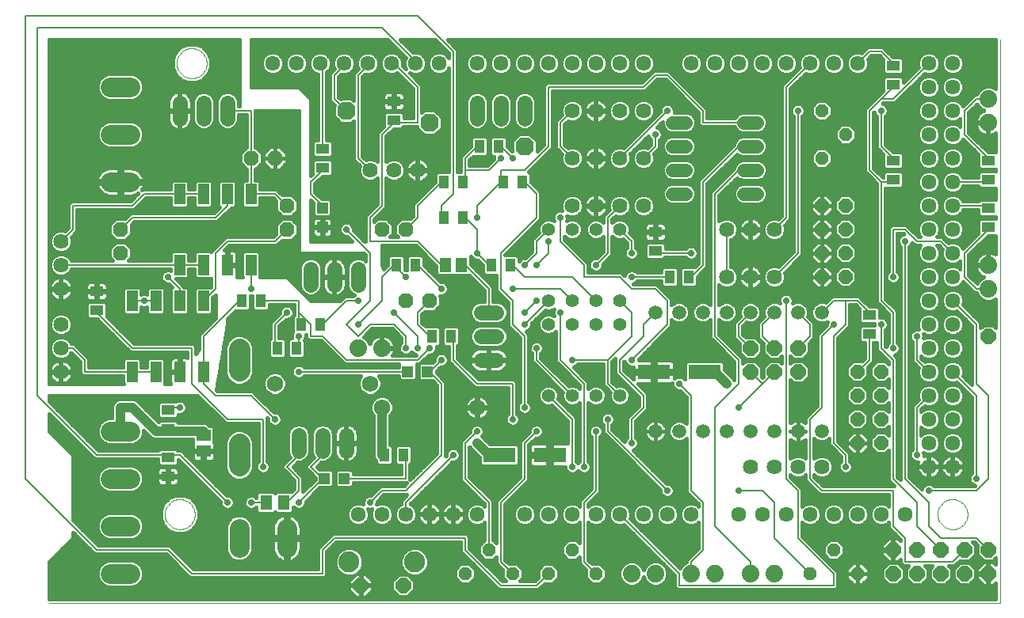
<source format=gtl>
G75*
G70*
%OFA0B0*%
%FSLAX24Y24*%
%IPPOS*%
%LPD*%
%AMOC8*
5,1,8,0,0,1.08239X$1,22.5*
%
%ADD10C,0.0000*%
%ADD11C,0.0640*%
%ADD12C,0.0640*%
%ADD13R,0.0551X0.0433*%
%ADD14C,0.0680*%
%ADD15C,0.0634*%
%ADD16R,0.0472X0.0472*%
%ADD17R,0.1378X0.0630*%
%ADD18OC8,0.0760*%
%ADD19C,0.0906*%
%ADD20OC8,0.0640*%
%ADD21OC8,0.0594*%
%ADD22C,0.0594*%
%ADD23R,0.0512X0.0591*%
%ADD24R,0.0512X0.0630*%
%ADD25R,0.0591X0.0512*%
%ADD26C,0.0885*%
%ADD27R,0.0433X0.0551*%
%ADD28C,0.0740*%
%ADD29C,0.0825*%
%ADD30C,0.0560*%
%ADD31OC8,0.0560*%
%ADD32C,0.0560*%
%ADD33R,0.0472X0.0866*%
%ADD34OC8,0.0630*%
%ADD35C,0.0160*%
%ADD36C,0.0070*%
%ADD37C,0.0290*%
%ADD38C,0.0400*%
D10*
X006933Y006900D02*
X046928Y006900D01*
X046928Y030646D01*
X044303Y010650D02*
X044305Y010700D01*
X044311Y010750D01*
X044321Y010799D01*
X044335Y010847D01*
X044352Y010894D01*
X044373Y010939D01*
X044398Y010983D01*
X044426Y011024D01*
X044458Y011063D01*
X044492Y011100D01*
X044529Y011134D01*
X044569Y011164D01*
X044611Y011191D01*
X044655Y011215D01*
X044701Y011236D01*
X044748Y011252D01*
X044796Y011265D01*
X044846Y011274D01*
X044895Y011279D01*
X044946Y011280D01*
X044996Y011277D01*
X045045Y011270D01*
X045094Y011259D01*
X045142Y011244D01*
X045188Y011226D01*
X045233Y011204D01*
X045276Y011178D01*
X045317Y011149D01*
X045356Y011117D01*
X045392Y011082D01*
X045424Y011044D01*
X045454Y011004D01*
X045481Y010961D01*
X045504Y010917D01*
X045523Y010871D01*
X045539Y010823D01*
X045551Y010774D01*
X045559Y010725D01*
X045563Y010675D01*
X045563Y010625D01*
X045559Y010575D01*
X045551Y010526D01*
X045539Y010477D01*
X045523Y010429D01*
X045504Y010383D01*
X045481Y010339D01*
X045454Y010296D01*
X045424Y010256D01*
X045392Y010218D01*
X045356Y010183D01*
X045317Y010151D01*
X045276Y010122D01*
X045233Y010096D01*
X045188Y010074D01*
X045142Y010056D01*
X045094Y010041D01*
X045045Y010030D01*
X044996Y010023D01*
X044946Y010020D01*
X044895Y010021D01*
X044846Y010026D01*
X044796Y010035D01*
X044748Y010048D01*
X044701Y010064D01*
X044655Y010085D01*
X044611Y010109D01*
X044569Y010136D01*
X044529Y010166D01*
X044492Y010200D01*
X044458Y010237D01*
X044426Y010276D01*
X044398Y010317D01*
X044373Y010361D01*
X044352Y010406D01*
X044335Y010453D01*
X044321Y010501D01*
X044311Y010550D01*
X044305Y010600D01*
X044303Y010650D01*
X012303Y029650D02*
X012305Y029700D01*
X012311Y029750D01*
X012321Y029799D01*
X012335Y029847D01*
X012352Y029894D01*
X012373Y029939D01*
X012398Y029983D01*
X012426Y030024D01*
X012458Y030063D01*
X012492Y030100D01*
X012529Y030134D01*
X012569Y030164D01*
X012611Y030191D01*
X012655Y030215D01*
X012701Y030236D01*
X012748Y030252D01*
X012796Y030265D01*
X012846Y030274D01*
X012895Y030279D01*
X012946Y030280D01*
X012996Y030277D01*
X013045Y030270D01*
X013094Y030259D01*
X013142Y030244D01*
X013188Y030226D01*
X013233Y030204D01*
X013276Y030178D01*
X013317Y030149D01*
X013356Y030117D01*
X013392Y030082D01*
X013424Y030044D01*
X013454Y030004D01*
X013481Y029961D01*
X013504Y029917D01*
X013523Y029871D01*
X013539Y029823D01*
X013551Y029774D01*
X013559Y029725D01*
X013563Y029675D01*
X013563Y029625D01*
X013559Y029575D01*
X013551Y029526D01*
X013539Y029477D01*
X013523Y029429D01*
X013504Y029383D01*
X013481Y029339D01*
X013454Y029296D01*
X013424Y029256D01*
X013392Y029218D01*
X013356Y029183D01*
X013317Y029151D01*
X013276Y029122D01*
X013233Y029096D01*
X013188Y029074D01*
X013142Y029056D01*
X013094Y029041D01*
X013045Y029030D01*
X012996Y029023D01*
X012946Y029020D01*
X012895Y029021D01*
X012846Y029026D01*
X012796Y029035D01*
X012748Y029048D01*
X012701Y029064D01*
X012655Y029085D01*
X012611Y029109D01*
X012569Y029136D01*
X012529Y029166D01*
X012492Y029200D01*
X012458Y029237D01*
X012426Y029276D01*
X012398Y029317D01*
X012373Y029361D01*
X012352Y029406D01*
X012335Y029453D01*
X012321Y029501D01*
X012311Y029550D01*
X012305Y029600D01*
X012303Y029650D01*
X011803Y010650D02*
X011805Y010700D01*
X011811Y010750D01*
X011821Y010799D01*
X011835Y010847D01*
X011852Y010894D01*
X011873Y010939D01*
X011898Y010983D01*
X011926Y011024D01*
X011958Y011063D01*
X011992Y011100D01*
X012029Y011134D01*
X012069Y011164D01*
X012111Y011191D01*
X012155Y011215D01*
X012201Y011236D01*
X012248Y011252D01*
X012296Y011265D01*
X012346Y011274D01*
X012395Y011279D01*
X012446Y011280D01*
X012496Y011277D01*
X012545Y011270D01*
X012594Y011259D01*
X012642Y011244D01*
X012688Y011226D01*
X012733Y011204D01*
X012776Y011178D01*
X012817Y011149D01*
X012856Y011117D01*
X012892Y011082D01*
X012924Y011044D01*
X012954Y011004D01*
X012981Y010961D01*
X013004Y010917D01*
X013023Y010871D01*
X013039Y010823D01*
X013051Y010774D01*
X013059Y010725D01*
X013063Y010675D01*
X013063Y010625D01*
X013059Y010575D01*
X013051Y010526D01*
X013039Y010477D01*
X013023Y010429D01*
X013004Y010383D01*
X012981Y010339D01*
X012954Y010296D01*
X012924Y010256D01*
X012892Y010218D01*
X012856Y010183D01*
X012817Y010151D01*
X012776Y010122D01*
X012733Y010096D01*
X012688Y010074D01*
X012642Y010056D01*
X012594Y010041D01*
X012545Y010030D01*
X012496Y010023D01*
X012446Y010020D01*
X012395Y010021D01*
X012346Y010026D01*
X012296Y010035D01*
X012248Y010048D01*
X012201Y010064D01*
X012155Y010085D01*
X012111Y010109D01*
X012069Y010136D01*
X012029Y010166D01*
X011992Y010200D01*
X011958Y010237D01*
X011926Y010276D01*
X011898Y010317D01*
X011873Y010361D01*
X011852Y010406D01*
X011835Y010453D01*
X011821Y010501D01*
X011811Y010550D01*
X011805Y010600D01*
X011803Y010650D01*
D11*
X007433Y016650D03*
X007433Y017650D03*
X007433Y018650D03*
X007433Y020150D03*
X007433Y021150D03*
X007433Y022150D03*
X020433Y025150D03*
X021433Y025150D03*
X022433Y025150D03*
X028933Y025650D03*
X029933Y025650D03*
X030933Y025650D03*
X031933Y025650D03*
X031933Y027650D03*
X030933Y027650D03*
X029933Y027650D03*
X028933Y027650D03*
X028933Y023650D03*
X029933Y023650D03*
X030933Y023650D03*
X031933Y023650D03*
X035433Y022650D03*
X036433Y022650D03*
X037433Y022650D03*
X037433Y020650D03*
X036433Y020650D03*
X035433Y020650D03*
X036433Y012650D03*
X037433Y012650D03*
X038433Y012650D03*
X039433Y012650D03*
D12*
X025753Y017150D02*
X025113Y017150D01*
X025113Y018150D02*
X025753Y018150D01*
X025753Y019150D02*
X025113Y019150D01*
X019933Y020330D02*
X019933Y020970D01*
X018933Y020970D02*
X018933Y020330D01*
X017933Y020330D02*
X017933Y020970D01*
X014433Y027330D02*
X014433Y027970D01*
X013433Y027970D02*
X013433Y027330D01*
X012433Y027330D02*
X012433Y027970D01*
X024933Y027970D02*
X024933Y027330D01*
X025933Y027330D02*
X025933Y027970D01*
X026933Y027970D02*
X026933Y027330D01*
X019433Y013970D02*
X019433Y013330D01*
X018433Y013330D02*
X018433Y013970D01*
X017433Y013970D02*
X017433Y013330D01*
D13*
X011933Y013044D03*
X011933Y012256D03*
X011933Y014256D03*
X011933Y015044D03*
X008933Y019256D03*
X008933Y020044D03*
X018433Y025256D03*
X018433Y026044D03*
X021433Y027256D03*
X021433Y028044D03*
X032433Y022544D03*
X032433Y021756D03*
X041433Y019044D03*
X041433Y018256D03*
X046433Y022756D03*
X046433Y023544D03*
X046433Y024756D03*
X046433Y025544D03*
X042433Y025544D03*
X042433Y024756D03*
X042433Y028756D03*
X042433Y029544D03*
D14*
X024933Y015150D03*
X020933Y015150D03*
X020433Y016150D03*
X016433Y016150D03*
D15*
X019933Y010650D03*
X020933Y010650D03*
X021933Y010650D03*
X022933Y010650D03*
X023933Y010650D03*
X024933Y010650D03*
X026933Y010650D03*
X027933Y010650D03*
X028933Y010650D03*
X029933Y010650D03*
X030933Y010650D03*
X031933Y010650D03*
X032933Y010650D03*
X033933Y010650D03*
X035933Y010650D03*
X036933Y010650D03*
X037933Y010650D03*
X038933Y010650D03*
X039933Y010650D03*
X040933Y010650D03*
X041933Y010650D03*
X042933Y010650D03*
X043933Y012650D03*
X043933Y013650D03*
X044933Y013650D03*
X044933Y012650D03*
X044933Y014650D03*
X043933Y014650D03*
X043933Y015650D03*
X043933Y016650D03*
X044933Y016650D03*
X044933Y015650D03*
X044933Y017650D03*
X043933Y017650D03*
X043933Y018650D03*
X043933Y019650D03*
X044933Y019650D03*
X044933Y018650D03*
X044933Y020650D03*
X043933Y020650D03*
X043933Y021650D03*
X044933Y021650D03*
X044933Y022650D03*
X043933Y022650D03*
X043933Y023650D03*
X044933Y023650D03*
X044933Y024650D03*
X043933Y024650D03*
X043933Y025650D03*
X043933Y026650D03*
X044933Y026650D03*
X044933Y025650D03*
X044933Y027650D03*
X043933Y027650D03*
X043933Y028650D03*
X043933Y029650D03*
X044933Y029650D03*
X044933Y028650D03*
X040933Y029650D03*
X039933Y029650D03*
X038933Y029650D03*
X037933Y029650D03*
X036933Y029650D03*
X035933Y029650D03*
X034933Y029650D03*
X033933Y029650D03*
X031933Y029650D03*
X030933Y029650D03*
X029933Y029650D03*
X028933Y029650D03*
X027933Y029650D03*
X026933Y029650D03*
X025933Y029650D03*
X024933Y029650D03*
X023333Y029650D03*
X022333Y029650D03*
X021333Y029650D03*
X020333Y029650D03*
X019333Y029650D03*
X018333Y029650D03*
X017333Y029650D03*
X016333Y029650D03*
D16*
X018433Y023563D03*
X018433Y022737D03*
X022020Y016650D03*
X022847Y016650D03*
X019347Y012150D03*
X018520Y012150D03*
D17*
X025870Y013150D03*
X027996Y013150D03*
X032370Y016650D03*
X034496Y016650D03*
D18*
X026933Y026150D03*
X022933Y027150D03*
X019433Y027650D03*
D19*
X014933Y017603D02*
X014933Y016697D01*
X014933Y013603D02*
X014933Y012697D01*
D20*
X020043Y007660D03*
X021823Y007660D03*
X036433Y016650D03*
X037433Y016650D03*
X038433Y016650D03*
X038433Y017650D03*
X037433Y017650D03*
X036433Y017650D03*
X046433Y018150D03*
X046433Y009150D03*
X045433Y009150D03*
X044433Y009150D03*
X043433Y009150D03*
X042433Y009150D03*
X042433Y008150D03*
X043433Y008150D03*
X044433Y008150D03*
X045433Y008150D03*
X046433Y008150D03*
D21*
X041933Y013650D03*
X040933Y013650D03*
X040933Y014650D03*
X041933Y014650D03*
X041933Y015650D03*
X040933Y015650D03*
X040933Y016650D03*
X041933Y016650D03*
X040433Y020650D03*
X039433Y020650D03*
X039433Y021650D03*
X040433Y021650D03*
X040433Y022650D03*
X039433Y022650D03*
X039433Y023650D03*
X040433Y023650D03*
D22*
X039433Y019150D03*
X038433Y019150D03*
X037433Y019150D03*
X036433Y019150D03*
X035433Y019150D03*
X034433Y019150D03*
X033433Y019150D03*
X032433Y019150D03*
X032433Y014150D03*
X033433Y014150D03*
X034433Y014150D03*
X035433Y014150D03*
X036433Y014150D03*
X037433Y014150D03*
X038433Y014150D03*
X039433Y014150D03*
D23*
X024268Y021150D03*
X023599Y021150D03*
D24*
X016807Y011150D03*
X016059Y011150D03*
D25*
X013433Y013315D03*
X013433Y013985D03*
D26*
X019553Y008640D03*
X022313Y008640D03*
D27*
X021827Y013150D03*
X021040Y013150D03*
X017327Y017650D03*
X016540Y017650D03*
X017540Y018650D03*
X018327Y018650D03*
X015827Y019650D03*
X015040Y019650D03*
X021540Y021150D03*
X022327Y021150D03*
X023540Y023150D03*
X024327Y023150D03*
X024327Y024650D03*
X023540Y024650D03*
X025040Y026150D03*
X025827Y026150D03*
X026040Y024650D03*
X026827Y024650D03*
X026327Y021150D03*
X025540Y021150D03*
X023827Y018150D03*
X023040Y018150D03*
X033040Y020650D03*
X033827Y020650D03*
D28*
X046433Y020150D03*
X046433Y021150D03*
X046433Y027150D03*
X046433Y028150D03*
X020933Y017650D03*
X019933Y017650D03*
X031433Y008150D03*
X032433Y008150D03*
X033933Y008150D03*
X034933Y008150D03*
X036433Y008150D03*
X037433Y008150D03*
D29*
X016933Y009238D02*
X016933Y010063D01*
X014933Y010063D02*
X014933Y009238D01*
X010346Y010150D02*
X009521Y010150D01*
X009521Y012150D02*
X010346Y012150D01*
X010346Y014150D02*
X009521Y014150D01*
X009521Y008150D02*
X010346Y008150D01*
X010346Y024650D02*
X009521Y024650D01*
X009521Y026650D02*
X010346Y026650D01*
X010346Y028650D02*
X009521Y028650D01*
D30*
X033153Y027150D02*
X033713Y027150D01*
X033713Y026150D02*
X033153Y026150D01*
X033153Y025150D02*
X033713Y025150D01*
X033713Y024150D02*
X033153Y024150D01*
X036153Y024150D02*
X036713Y024150D01*
X036713Y025150D02*
X036153Y025150D01*
X036153Y026150D02*
X036713Y026150D01*
X036713Y027150D02*
X036153Y027150D01*
D31*
X039433Y027650D03*
X040433Y026650D03*
X039433Y025650D03*
X039933Y009150D03*
X038933Y008150D03*
X040933Y008150D03*
X029933Y008150D03*
X028933Y009150D03*
X027933Y008150D03*
X026433Y008150D03*
X025433Y009150D03*
X024433Y008150D03*
D32*
X027933Y015650D03*
X028933Y015650D03*
X029933Y015650D03*
X030933Y015650D03*
X030933Y018650D03*
X029933Y018650D03*
X028933Y018650D03*
X027933Y018650D03*
X027933Y019650D03*
X028933Y019650D03*
X029933Y019650D03*
X030933Y019650D03*
X030933Y022650D03*
X029933Y022650D03*
X028933Y022650D03*
X027933Y022650D03*
D33*
X015433Y021154D03*
X014433Y021154D03*
X013433Y021154D03*
X012433Y021154D03*
X012433Y019646D03*
X011433Y019646D03*
X010433Y019646D03*
X013433Y019646D03*
X013433Y016654D03*
X012433Y016654D03*
X011433Y016654D03*
X010433Y016654D03*
X012433Y024146D03*
X013433Y024146D03*
X014433Y024146D03*
X015433Y024146D03*
D34*
X016933Y023650D03*
X016933Y022650D03*
X016433Y025650D03*
X015433Y025650D03*
X009933Y022650D03*
X009933Y021650D03*
X020933Y022650D03*
X021933Y022650D03*
X021933Y019650D03*
X022933Y019650D03*
D35*
X023398Y019659D02*
X025248Y019659D01*
X023398Y019659D01*
X023398Y019817D02*
X025248Y019817D01*
X023398Y019817D01*
X023398Y019843D02*
X023386Y019855D01*
X023492Y019855D01*
X023600Y019900D01*
X023683Y019983D01*
X023728Y020091D01*
X023728Y020209D01*
X023683Y020317D01*
X023600Y020400D01*
X023492Y020445D01*
X023400Y020445D01*
X022694Y021151D01*
X022694Y021488D01*
X022606Y021576D01*
X022048Y021576D01*
X021960Y021488D01*
X021960Y020945D01*
X021906Y020945D01*
X021906Y021488D01*
X021818Y021576D01*
X021261Y021576D01*
X021173Y021488D01*
X021173Y021151D01*
X021013Y020991D01*
X020933Y021150D01*
X020933Y021965D01*
X022357Y021965D01*
X023193Y021129D01*
X023193Y020793D01*
X023281Y020705D01*
X023917Y020705D01*
X023933Y020721D01*
X023950Y020705D01*
X024586Y020705D01*
X024601Y020720D01*
X025248Y020073D01*
X025248Y019620D01*
X025020Y019620D01*
X024847Y019548D01*
X024715Y019416D01*
X024643Y019243D01*
X024643Y019057D01*
X024715Y018884D01*
X024847Y018752D01*
X025020Y018680D01*
X025847Y018680D01*
X026020Y018752D01*
X026152Y018884D01*
X026223Y019057D01*
X026223Y019243D01*
X026152Y019416D01*
X026020Y019548D01*
X025847Y019620D01*
X025618Y019620D01*
X025618Y020227D01*
X025510Y020335D01*
X024674Y021171D01*
X024674Y021505D01*
X024683Y021483D01*
X024766Y021400D01*
X024875Y021355D01*
X024967Y021355D01*
X025173Y021149D01*
X025173Y020812D01*
X025261Y020724D01*
X025748Y020724D01*
X025748Y020073D01*
X026248Y019573D01*
X026248Y018573D01*
X026748Y018073D01*
X026748Y015382D01*
X026683Y015317D01*
X026638Y015209D01*
X026638Y015091D01*
X026683Y014983D01*
X026766Y014900D01*
X026875Y014855D01*
X026992Y014855D01*
X027100Y014900D01*
X027183Y014983D01*
X027228Y015091D01*
X027228Y015209D01*
X027183Y015317D01*
X027118Y015382D01*
X027118Y018227D01*
X027010Y018335D01*
X026990Y018355D01*
X026992Y018355D01*
X027100Y018400D01*
X027183Y018483D01*
X027228Y018591D01*
X027228Y018683D01*
X027789Y019244D01*
X027848Y019220D01*
X028019Y019220D01*
X028169Y019282D01*
X028138Y019209D01*
X028138Y019091D01*
X028169Y019018D01*
X028019Y019080D01*
X027848Y019080D01*
X027690Y019015D01*
X027569Y018894D01*
X027503Y018736D01*
X027503Y018564D01*
X027569Y018406D01*
X027690Y018285D01*
X027848Y018220D01*
X028019Y018220D01*
X028177Y018285D01*
X028248Y018357D01*
X028248Y017073D01*
X028357Y016965D01*
X029248Y016073D01*
X029248Y015943D01*
X029177Y016015D01*
X029019Y016080D01*
X028848Y016080D01*
X028789Y016056D01*
X027618Y017227D01*
X027618Y017418D01*
X027683Y017483D01*
X027728Y017591D01*
X027728Y017709D01*
X027683Y017817D01*
X027600Y017900D01*
X027492Y017945D01*
X027375Y017945D01*
X027266Y017900D01*
X027183Y017817D01*
X027138Y017709D01*
X027138Y017591D01*
X027183Y017483D01*
X027248Y017418D01*
X027248Y017073D01*
X027357Y016965D01*
X028528Y015794D01*
X028503Y015736D01*
X028503Y015564D01*
X028569Y015406D01*
X028690Y015285D01*
X028848Y015220D01*
X029019Y015220D01*
X029177Y015285D01*
X029248Y015357D01*
X029248Y012882D01*
X029183Y012817D01*
X029118Y012882D01*
X029118Y014727D01*
X029010Y014835D01*
X028339Y015506D01*
X028363Y015564D01*
X028363Y015736D01*
X028298Y015894D01*
X028177Y016015D01*
X028019Y016080D01*
X027848Y016080D01*
X027690Y016015D01*
X027569Y015894D01*
X027503Y015736D01*
X027503Y015564D01*
X027569Y015406D01*
X027690Y015285D01*
X027848Y015220D01*
X028019Y015220D01*
X028077Y015244D01*
X028748Y014573D01*
X028748Y013634D01*
X028709Y013645D01*
X028074Y013645D01*
X028074Y013227D01*
X027919Y013227D01*
X027919Y013073D01*
X027127Y013073D01*
X027127Y012811D01*
X027140Y012766D01*
X027163Y012725D01*
X027197Y012691D01*
X027238Y012667D01*
X027284Y012655D01*
X027919Y012655D01*
X027919Y013073D01*
X027127Y013073D01*
X027127Y012811D01*
X027140Y012766D01*
X027163Y012725D01*
X027197Y012691D01*
X027238Y012667D01*
X027284Y012655D01*
X027919Y012655D01*
X027919Y013073D01*
X027919Y013227D01*
X027127Y013227D01*
X027127Y013489D01*
X027140Y013534D01*
X027163Y013575D01*
X027197Y013609D01*
X027238Y013633D01*
X027284Y013645D01*
X027919Y013645D01*
X027919Y013227D01*
X027127Y013227D01*
X027127Y013489D01*
X027140Y013534D01*
X027163Y013575D01*
X027197Y013609D01*
X027238Y013633D01*
X027284Y013645D01*
X027919Y013645D01*
X027919Y013227D01*
X028074Y013227D01*
X028074Y013645D01*
X028709Y013645D01*
X028748Y013634D01*
X028748Y014573D01*
X028077Y015244D01*
X028019Y015220D01*
X027848Y015220D01*
X027690Y015285D01*
X027569Y015406D01*
X027503Y015564D01*
X027503Y015736D01*
X027569Y015894D01*
X027690Y016015D01*
X027848Y016080D01*
X028019Y016080D01*
X028177Y016015D01*
X028298Y015894D01*
X028363Y015736D01*
X028363Y015564D01*
X028339Y015506D01*
X029010Y014835D01*
X029118Y014727D01*
X029118Y012882D01*
X029183Y012817D01*
X029248Y012882D01*
X029248Y015357D01*
X029177Y015285D01*
X029019Y015220D01*
X028848Y015220D01*
X028690Y015285D01*
X028569Y015406D01*
X028503Y015564D01*
X028503Y015736D01*
X028528Y015794D01*
X027357Y016965D01*
X027248Y017073D01*
X027248Y017418D01*
X027183Y017483D01*
X027138Y017591D01*
X027138Y017709D01*
X027183Y017817D01*
X027266Y017900D01*
X027375Y017945D01*
X027492Y017945D01*
X027600Y017900D01*
X027683Y017817D01*
X027728Y017709D01*
X027728Y017591D01*
X027683Y017483D01*
X027618Y017418D01*
X027618Y017227D01*
X028789Y016056D01*
X028848Y016080D01*
X029019Y016080D01*
X029177Y016015D01*
X029248Y015943D01*
X029248Y016073D01*
X028357Y016965D01*
X028248Y017073D01*
X028248Y018357D01*
X028177Y018285D01*
X028019Y018220D01*
X027848Y018220D01*
X027690Y018285D01*
X027569Y018406D01*
X027503Y018564D01*
X027503Y018736D01*
X027569Y018894D01*
X027690Y019015D01*
X027848Y019080D01*
X028019Y019080D01*
X028169Y019018D01*
X028138Y019091D01*
X028138Y019209D01*
X028169Y019282D01*
X028019Y019220D01*
X027848Y019220D01*
X027789Y019244D01*
X027228Y018683D01*
X027228Y018591D01*
X027183Y018483D01*
X027100Y018400D01*
X026992Y018355D01*
X026990Y018355D01*
X027010Y018335D01*
X027118Y018227D01*
X027118Y015382D01*
X027183Y015317D01*
X027228Y015209D01*
X027228Y015091D01*
X027183Y014983D01*
X027100Y014900D01*
X026992Y014855D01*
X026875Y014855D01*
X026766Y014900D01*
X026683Y014983D01*
X026638Y015091D01*
X026638Y015209D01*
X026683Y015317D01*
X026748Y015382D01*
X026748Y018073D01*
X026248Y018573D01*
X026248Y019573D01*
X025748Y020073D01*
X025748Y020724D01*
X025261Y020724D01*
X025173Y020812D01*
X025173Y021149D01*
X024967Y021355D01*
X024875Y021355D01*
X024766Y021400D01*
X024683Y021483D01*
X024674Y021505D01*
X024674Y021171D01*
X025510Y020335D01*
X025618Y020227D01*
X025618Y019620D01*
X025847Y019620D01*
X026020Y019548D01*
X026152Y019416D01*
X026223Y019243D01*
X026223Y019057D01*
X026152Y018884D01*
X026020Y018752D01*
X025847Y018680D01*
X025020Y018680D01*
X024847Y018752D01*
X024715Y018884D01*
X024643Y019057D01*
X024643Y019243D01*
X024715Y019416D01*
X024847Y019548D01*
X025020Y019620D01*
X025248Y019620D01*
X025248Y020073D01*
X024601Y020720D01*
X024586Y020705D01*
X023950Y020705D01*
X023933Y020721D01*
X023917Y020705D01*
X023281Y020705D01*
X023193Y020793D01*
X023193Y021129D01*
X022357Y021965D01*
X020933Y021965D01*
X020933Y021150D01*
X021013Y020991D01*
X021173Y021151D01*
X021173Y021488D01*
X021261Y021576D01*
X021818Y021576D01*
X021906Y021488D01*
X021906Y020945D01*
X021960Y020945D01*
X021960Y021488D01*
X022048Y021576D01*
X022606Y021576D01*
X022694Y021488D01*
X022694Y021151D01*
X023400Y020445D01*
X023492Y020445D01*
X023600Y020400D01*
X023683Y020317D01*
X023728Y020209D01*
X023728Y020091D01*
X023683Y019983D01*
X023600Y019900D01*
X023492Y019855D01*
X023386Y019855D01*
X023398Y019843D01*
X023398Y019457D01*
X023126Y019185D01*
X022741Y019185D01*
X022735Y019190D01*
X022618Y019073D01*
X022618Y018727D01*
X022769Y018576D01*
X023318Y018576D01*
X023406Y018488D01*
X023406Y017812D01*
X023318Y017724D01*
X023222Y017724D01*
X023228Y017709D01*
X023228Y017591D01*
X023183Y017483D01*
X023100Y017400D01*
X022992Y017355D01*
X022900Y017355D01*
X022581Y017036D01*
X023058Y017036D01*
X023138Y017117D01*
X023138Y017209D01*
X023183Y017317D01*
X023266Y017400D01*
X023375Y017445D01*
X023492Y017445D01*
X023600Y017400D01*
X023683Y017317D01*
X023728Y017209D01*
X023728Y017091D01*
X023683Y016983D01*
X023600Y016900D01*
X023492Y016855D01*
X023400Y016855D01*
X023233Y016688D01*
X023233Y016612D01*
X023618Y016227D01*
X023618Y013097D01*
X023638Y013117D01*
X023638Y013209D01*
X023683Y013317D01*
X023766Y013400D01*
X023875Y013445D01*
X023992Y013445D01*
X024100Y013400D01*
X024183Y013317D01*
X024228Y013209D01*
X024228Y013091D01*
X024183Y012983D01*
X024100Y012900D01*
X023992Y012855D01*
X023900Y012855D01*
X022122Y011077D01*
X022198Y011046D01*
X022329Y010914D01*
X022400Y010743D01*
X022400Y010557D01*
X022329Y010386D01*
X022198Y010254D01*
X022026Y010183D01*
X021840Y010183D01*
X021669Y010254D01*
X021538Y010386D01*
X021466Y010557D01*
X021466Y010743D01*
X021538Y010914D01*
X021669Y011046D01*
X021748Y011079D01*
X021748Y011227D01*
X021987Y011465D01*
X021010Y011465D01*
X020728Y011183D01*
X020728Y011091D01*
X020718Y011066D01*
X020840Y011117D01*
X021026Y011117D01*
X021198Y011046D01*
X021329Y010914D01*
X021400Y010743D01*
X021400Y010557D01*
X021329Y010386D01*
X021198Y010254D01*
X021026Y010183D01*
X020840Y010183D01*
X020669Y010254D01*
X020538Y010386D01*
X020466Y010557D01*
X020466Y010743D01*
X020517Y010865D01*
X020492Y010855D01*
X020375Y010855D01*
X020349Y010865D01*
X020400Y010743D01*
X020400Y010557D01*
X020329Y010386D01*
X020198Y010254D01*
X020026Y010183D01*
X019840Y010183D01*
X019669Y010254D01*
X019538Y010386D01*
X019466Y010557D01*
X019466Y010743D01*
X019538Y010914D01*
X019669Y011046D01*
X019840Y011117D01*
X020026Y011117D01*
X020149Y011066D01*
X020138Y011091D01*
X020138Y011209D01*
X020183Y011317D01*
X020266Y011400D01*
X020375Y011445D01*
X020467Y011445D01*
X020748Y011727D01*
X020857Y011835D01*
X021857Y011835D01*
X021987Y011965D01*
X019733Y011965D01*
X019733Y011852D01*
X019645Y011764D01*
X019048Y011764D01*
X018960Y011852D01*
X018960Y012448D01*
X019048Y012536D01*
X019645Y012536D01*
X019733Y012448D01*
X019733Y012335D01*
X021748Y012335D01*
X021748Y012724D01*
X021548Y012724D01*
X021460Y012812D01*
X021460Y013488D01*
X021548Y013576D01*
X022106Y013576D01*
X022194Y013488D01*
X022194Y012812D01*
X022118Y012737D01*
X022118Y012097D01*
X023248Y013227D01*
X023248Y016073D01*
X023058Y016264D01*
X022548Y016264D01*
X022460Y016352D01*
X022460Y016948D01*
X022477Y016965D01*
X022390Y016965D01*
X022406Y016948D01*
X022406Y016352D01*
X022318Y016264D01*
X021722Y016264D01*
X021634Y016352D01*
X021634Y016465D01*
X020811Y016465D01*
X020849Y016428D01*
X020923Y016247D01*
X020923Y016053D01*
X020849Y015872D01*
X020711Y015735D01*
X020531Y015660D01*
X020336Y015660D01*
X020156Y015735D01*
X020018Y015872D01*
X019943Y016053D01*
X019943Y016247D01*
X020018Y016428D01*
X020055Y016465D01*
X017666Y016465D01*
X017600Y016400D01*
X017492Y016355D01*
X017375Y016355D01*
X017266Y016400D01*
X017183Y016483D01*
X017138Y016591D01*
X017138Y016709D01*
X017183Y016817D01*
X017266Y016900D01*
X017375Y016945D01*
X017492Y016945D01*
X017600Y016900D01*
X017666Y016835D01*
X021634Y016835D01*
X021634Y016948D01*
X021650Y016965D01*
X019357Y016965D01*
X018357Y017965D01*
X017857Y017965D01*
X017748Y018073D01*
X017748Y018224D01*
X017722Y018224D01*
X017728Y018209D01*
X017728Y018091D01*
X017688Y017993D01*
X017694Y017988D01*
X017694Y017312D01*
X017606Y017224D01*
X017048Y017224D01*
X016960Y017312D01*
X016960Y017988D01*
X017048Y018076D01*
X017145Y018076D01*
X017138Y018091D01*
X017138Y018209D01*
X017179Y018307D01*
X017173Y018312D01*
X017173Y018973D01*
X017100Y018900D01*
X016992Y018855D01*
X016900Y018855D01*
X016618Y018573D01*
X016618Y018076D01*
X016818Y018076D01*
X016906Y017988D01*
X016906Y017312D01*
X016818Y017224D01*
X016261Y017224D01*
X016173Y017312D01*
X016173Y017988D01*
X016248Y018063D01*
X016248Y018727D01*
X016638Y019117D01*
X016638Y019209D01*
X016683Y019317D01*
X016766Y019400D01*
X016875Y019445D01*
X016992Y019445D01*
X017100Y019400D01*
X017183Y019317D01*
X017228Y019209D01*
X017228Y019091D01*
X017194Y019009D01*
X017248Y019063D01*
X017248Y019465D01*
X016194Y019465D01*
X016194Y019312D01*
X016106Y019224D01*
X015548Y019224D01*
X015460Y019312D01*
X015460Y019855D01*
X015406Y019855D01*
X015406Y019312D01*
X015318Y019224D01*
X014769Y019224D01*
X014433Y018888D01*
X014433Y018650D01*
X013971Y015874D01*
X014010Y015835D01*
X015510Y015835D01*
X015618Y015727D01*
X016400Y014945D01*
X016492Y014945D01*
X016600Y014900D01*
X016683Y014817D01*
X016728Y014709D01*
X016728Y014591D01*
X016683Y014483D01*
X016600Y014400D01*
X016492Y014355D01*
X016375Y014355D01*
X016266Y014400D01*
X016183Y014483D01*
X016138Y014591D01*
X016138Y014683D01*
X016118Y014703D01*
X016118Y012882D01*
X016183Y012817D01*
X016228Y012709D01*
X016228Y012591D01*
X016183Y012483D01*
X016100Y012400D01*
X015992Y012355D01*
X015875Y012355D01*
X015766Y012400D01*
X015683Y012483D01*
X015638Y012591D01*
X015638Y012709D01*
X015683Y012817D01*
X015748Y012882D01*
X015748Y014465D01*
X014357Y014465D01*
X013172Y015650D01*
X006933Y015650D01*
X006933Y015412D01*
X009010Y013335D01*
X011520Y013335D01*
X011596Y013410D01*
X012271Y013410D01*
X012346Y013335D01*
X012510Y013335D01*
X014400Y011445D01*
X014492Y011445D01*
X014600Y011400D01*
X014683Y011317D01*
X014728Y011209D01*
X014728Y011091D01*
X014683Y010983D01*
X014600Y010900D01*
X014492Y010855D01*
X014375Y010855D01*
X014266Y010900D01*
X014183Y010983D01*
X014138Y011091D01*
X014138Y011183D01*
X012359Y012963D01*
X012359Y012765D01*
X012271Y012677D01*
X011596Y012677D01*
X011508Y012765D01*
X011508Y012965D01*
X008857Y012965D01*
X008748Y013073D01*
X008748Y013073D01*
X006933Y014888D01*
X006933Y014150D01*
X007933Y013150D01*
X007933Y010412D01*
X009010Y009335D01*
X012010Y009335D01*
X013010Y008335D01*
X018248Y008335D01*
X018248Y009227D01*
X018748Y009727D01*
X018857Y009835D01*
X024510Y009835D01*
X024618Y009727D01*
X024618Y009227D01*
X026010Y007835D01*
X026140Y007835D01*
X026003Y007972D01*
X026003Y008318D01*
X025748Y008573D01*
X025748Y008857D01*
X025611Y008720D01*
X025255Y008720D01*
X025003Y008972D01*
X025003Y009328D01*
X025248Y009573D01*
X025248Y010305D01*
X025198Y010254D01*
X025026Y010183D01*
X024840Y010183D01*
X024669Y010254D01*
X024538Y010386D01*
X024466Y010557D01*
X024466Y010743D01*
X024538Y010914D01*
X024669Y011046D01*
X024840Y011117D01*
X025026Y011117D01*
X025198Y011046D01*
X025248Y010995D01*
X025248Y011073D01*
X024248Y012073D01*
X024248Y013727D01*
X024357Y013835D01*
X024638Y014117D01*
X024638Y014209D01*
X024683Y014317D01*
X024766Y014400D01*
X024875Y014445D01*
X024992Y014445D01*
X025100Y014400D01*
X025183Y014317D01*
X025228Y014209D01*
X025228Y014091D01*
X025183Y013983D01*
X025139Y013939D01*
X025463Y013615D01*
X026621Y013615D01*
X026709Y013527D01*
X026709Y012773D01*
X026621Y012685D01*
X025119Y012685D01*
X025031Y012773D01*
X025031Y013057D01*
X024637Y013452D01*
X024618Y013496D01*
X024618Y012227D01*
X025510Y011335D01*
X025618Y011227D01*
X025618Y009573D01*
X025748Y009443D01*
X025748Y011227D01*
X025857Y011335D01*
X026748Y012227D01*
X026748Y013727D01*
X026857Y013835D01*
X027138Y014117D01*
X027138Y014209D01*
X027183Y014317D01*
X027266Y014400D01*
X027375Y014445D01*
X027492Y014445D01*
X027600Y014400D01*
X027683Y014317D01*
X027728Y014209D01*
X027728Y014091D01*
X027683Y013983D01*
X027600Y013900D01*
X027492Y013855D01*
X027400Y013855D01*
X027118Y013573D01*
X027118Y012073D01*
X026118Y011073D01*
X026118Y008727D01*
X026265Y008580D01*
X026611Y008580D01*
X026863Y008328D01*
X026863Y007972D01*
X026726Y007835D01*
X027357Y007835D01*
X027503Y007982D01*
X027503Y008328D01*
X027755Y008580D01*
X028111Y008580D01*
X028363Y008328D01*
X028363Y007972D01*
X028111Y007720D01*
X027765Y007720D01*
X027510Y007465D01*
X025857Y007465D01*
X025748Y007573D01*
X024248Y009073D01*
X024248Y009465D01*
X019010Y009465D01*
X018618Y009073D01*
X018618Y008073D01*
X018510Y007965D01*
X012857Y007965D01*
X012748Y008073D01*
X011857Y008965D01*
X008857Y008965D01*
X008748Y009073D01*
X007933Y009888D01*
X007933Y009650D01*
X006933Y008650D01*
X006933Y007080D01*
X046748Y007080D01*
X046748Y007758D01*
X046640Y007650D01*
X046453Y007650D01*
X046453Y008130D01*
X046413Y008130D01*
X045933Y008130D01*
X045933Y007943D01*
X046226Y007650D01*
X046413Y007650D01*
X046413Y008130D01*
X046413Y008170D01*
X045933Y008170D01*
X045933Y008357D01*
X046226Y008650D01*
X046413Y008650D01*
X046413Y008170D01*
X046413Y008130D01*
X045933Y008130D01*
X045933Y007943D01*
X046226Y007650D01*
X046413Y007650D01*
X046413Y008130D01*
X046453Y008130D01*
X046453Y007650D01*
X046640Y007650D01*
X046748Y007758D01*
X046748Y007080D01*
X006933Y007080D01*
X006933Y008650D01*
X007933Y009650D01*
X007933Y009888D01*
X008748Y009073D01*
X008857Y008965D01*
X011857Y008965D01*
X012748Y008073D01*
X012857Y007965D01*
X018510Y007965D01*
X018618Y008073D01*
X018618Y009073D01*
X019010Y009465D01*
X024248Y009465D01*
X024248Y009073D01*
X025748Y007573D01*
X025857Y007465D01*
X027510Y007465D01*
X027765Y007720D01*
X028111Y007720D01*
X028363Y007972D01*
X028363Y008328D01*
X028111Y008580D01*
X027755Y008580D01*
X027503Y008328D01*
X027503Y007982D01*
X027357Y007835D01*
X026726Y007835D01*
X026863Y007972D01*
X026863Y008328D01*
X026611Y008580D01*
X026265Y008580D01*
X026118Y008727D01*
X026118Y011073D01*
X027118Y012073D01*
X027118Y013573D01*
X027400Y013855D01*
X027492Y013855D01*
X027600Y013900D01*
X027683Y013983D01*
X027728Y014091D01*
X027728Y014209D01*
X027683Y014317D01*
X027600Y014400D01*
X027492Y014445D01*
X027375Y014445D01*
X027266Y014400D01*
X027183Y014317D01*
X027138Y014209D01*
X027138Y014117D01*
X026857Y013835D01*
X026748Y013727D01*
X026748Y012227D01*
X025857Y011335D01*
X025748Y011227D01*
X025748Y009443D01*
X025618Y009573D01*
X025618Y011227D01*
X025510Y011335D01*
X024618Y012227D01*
X024618Y013496D01*
X024637Y013452D01*
X025031Y013057D01*
X025031Y012773D01*
X025119Y012685D01*
X026621Y012685D01*
X026709Y012773D01*
X026709Y013527D01*
X026621Y013615D01*
X025463Y013615D01*
X025139Y013939D01*
X025183Y013983D01*
X025228Y014091D01*
X025228Y014209D01*
X025183Y014317D01*
X025100Y014400D01*
X024992Y014445D01*
X024875Y014445D01*
X024766Y014400D01*
X024683Y014317D01*
X024638Y014209D01*
X024638Y014117D01*
X024357Y013835D01*
X024248Y013727D01*
X024248Y012073D01*
X025248Y011073D01*
X025248Y010995D01*
X025198Y011046D01*
X025026Y011117D01*
X024840Y011117D01*
X024669Y011046D01*
X024538Y010914D01*
X024466Y010743D01*
X024466Y010557D01*
X024538Y010386D01*
X024669Y010254D01*
X024840Y010183D01*
X025026Y010183D01*
X025198Y010254D01*
X025248Y010305D01*
X025248Y009573D01*
X025003Y009328D01*
X025003Y008972D01*
X025255Y008720D01*
X025611Y008720D01*
X025748Y008857D01*
X025748Y008573D01*
X026003Y008318D01*
X026003Y007972D01*
X026140Y007835D01*
X026010Y007835D01*
X024618Y009227D01*
X024618Y009727D01*
X024510Y009835D01*
X018857Y009835D01*
X018748Y009727D01*
X018248Y009227D01*
X018248Y008335D01*
X013010Y008335D01*
X012010Y009335D01*
X009010Y009335D01*
X007933Y010412D01*
X007933Y013150D01*
X006933Y014150D01*
X006933Y014888D01*
X008748Y013073D01*
X008857Y012965D01*
X011508Y012965D01*
X011508Y012765D01*
X011596Y012677D01*
X012271Y012677D01*
X012359Y012765D01*
X012359Y012963D01*
X014138Y011183D01*
X014138Y011091D01*
X014183Y010983D01*
X014266Y010900D01*
X014375Y010855D01*
X014492Y010855D01*
X014600Y010900D01*
X014683Y010983D01*
X014728Y011091D01*
X014728Y011209D01*
X014683Y011317D01*
X014600Y011400D01*
X014492Y011445D01*
X014400Y011445D01*
X012510Y013335D01*
X012346Y013335D01*
X012271Y013410D01*
X011596Y013410D01*
X011520Y013335D01*
X009010Y013335D01*
X006933Y015412D01*
X006933Y015650D01*
X013172Y015650D01*
X014357Y014465D01*
X015748Y014465D01*
X015748Y012882D01*
X015683Y012817D01*
X015638Y012709D01*
X015638Y012591D01*
X015683Y012483D01*
X015766Y012400D01*
X015875Y012355D01*
X015992Y012355D01*
X016100Y012400D01*
X016183Y012483D01*
X016228Y012591D01*
X016228Y012709D01*
X016183Y012817D01*
X016118Y012882D01*
X016118Y014703D01*
X016138Y014683D01*
X016138Y014591D01*
X016183Y014483D01*
X016266Y014400D01*
X016375Y014355D01*
X016492Y014355D01*
X016600Y014400D01*
X016683Y014483D01*
X016728Y014591D01*
X016728Y014709D01*
X016683Y014817D01*
X016600Y014900D01*
X016492Y014945D01*
X016400Y014945D01*
X015618Y015727D01*
X015510Y015835D01*
X014010Y015835D01*
X013971Y015874D01*
X014433Y018650D01*
X014433Y018888D01*
X014769Y019224D01*
X015318Y019224D01*
X015406Y019312D01*
X015406Y019855D01*
X015460Y019855D01*
X015460Y019312D01*
X015548Y019224D01*
X016106Y019224D01*
X016194Y019312D01*
X016194Y019465D01*
X017248Y019465D01*
X017248Y019063D01*
X017194Y019009D01*
X017228Y019091D01*
X017228Y019209D01*
X017183Y019317D01*
X017100Y019400D01*
X016992Y019445D01*
X016875Y019445D01*
X016766Y019400D01*
X016683Y019317D01*
X016638Y019209D01*
X016638Y019117D01*
X016248Y018727D01*
X016248Y018063D01*
X016173Y017988D01*
X016173Y017312D01*
X016261Y017224D01*
X016818Y017224D01*
X016906Y017312D01*
X016906Y017988D01*
X016818Y018076D01*
X016618Y018076D01*
X016618Y018573D01*
X016900Y018855D01*
X016992Y018855D01*
X017100Y018900D01*
X017173Y018973D01*
X017173Y018312D01*
X017179Y018307D01*
X017138Y018209D01*
X017138Y018091D01*
X017145Y018076D01*
X017048Y018076D01*
X016960Y017988D01*
X016960Y017312D01*
X017048Y017224D01*
X017606Y017224D01*
X017694Y017312D01*
X017694Y017988D01*
X017688Y017993D01*
X017728Y018091D01*
X017728Y018209D01*
X017722Y018224D01*
X017748Y018224D01*
X017748Y018073D01*
X017857Y017965D01*
X018357Y017965D01*
X019357Y016965D01*
X021650Y016965D01*
X021634Y016948D01*
X021634Y016835D01*
X017666Y016835D01*
X017600Y016900D01*
X017492Y016945D01*
X017375Y016945D01*
X017266Y016900D01*
X017183Y016817D01*
X017138Y016709D01*
X017138Y016591D01*
X017183Y016483D01*
X017266Y016400D01*
X017375Y016355D01*
X017492Y016355D01*
X017600Y016400D01*
X017666Y016465D01*
X020055Y016465D01*
X020018Y016428D01*
X019943Y016247D01*
X019943Y016053D01*
X020018Y015872D01*
X020156Y015735D01*
X020336Y015660D01*
X020531Y015660D01*
X020711Y015735D01*
X020849Y015872D01*
X020923Y016053D01*
X020923Y016247D01*
X020849Y016428D01*
X020811Y016465D01*
X021634Y016465D01*
X021634Y016352D01*
X021722Y016264D01*
X022318Y016264D01*
X022406Y016352D01*
X022406Y016948D01*
X022390Y016965D01*
X022477Y016965D01*
X022460Y016948D01*
X022460Y016352D01*
X022548Y016264D01*
X023058Y016264D01*
X023248Y016073D01*
X023248Y013227D01*
X022118Y012097D01*
X022118Y012737D01*
X022194Y012812D01*
X022194Y013488D01*
X022106Y013576D01*
X021548Y013576D01*
X021460Y013488D01*
X021460Y012812D01*
X021548Y012724D01*
X021748Y012724D01*
X021748Y012335D01*
X019733Y012335D01*
X019733Y012448D01*
X019645Y012536D01*
X019048Y012536D01*
X018960Y012448D01*
X018960Y011852D01*
X019048Y011764D01*
X019645Y011764D01*
X019733Y011852D01*
X019733Y011965D01*
X021987Y011965D01*
X021857Y011835D01*
X020857Y011835D01*
X020748Y011727D01*
X020467Y011445D01*
X020375Y011445D01*
X020266Y011400D01*
X020183Y011317D01*
X020138Y011209D01*
X020138Y011091D01*
X020149Y011066D01*
X020026Y011117D01*
X019840Y011117D01*
X019669Y011046D01*
X019538Y010914D01*
X019466Y010743D01*
X019466Y010557D01*
X019538Y010386D01*
X019669Y010254D01*
X019840Y010183D01*
X020026Y010183D01*
X020198Y010254D01*
X020329Y010386D01*
X020400Y010557D01*
X020400Y010743D01*
X020349Y010865D01*
X020375Y010855D01*
X020492Y010855D01*
X020517Y010865D01*
X020466Y010743D01*
X020466Y010557D01*
X020538Y010386D01*
X020669Y010254D01*
X020840Y010183D01*
X021026Y010183D01*
X021198Y010254D01*
X021329Y010386D01*
X021400Y010557D01*
X021400Y010743D01*
X021329Y010914D01*
X021198Y011046D01*
X021026Y011117D01*
X020840Y011117D01*
X020718Y011066D01*
X020728Y011091D01*
X020728Y011183D01*
X021010Y011465D01*
X021987Y011465D01*
X021748Y011227D01*
X021748Y011079D01*
X021669Y011046D01*
X021538Y010914D01*
X021466Y010743D01*
X021466Y010557D01*
X021538Y010386D01*
X021669Y010254D01*
X021840Y010183D01*
X022026Y010183D01*
X022198Y010254D01*
X022329Y010386D01*
X022400Y010557D01*
X022400Y010743D01*
X022329Y010914D01*
X022198Y011046D01*
X022122Y011077D01*
X023900Y012855D01*
X023992Y012855D01*
X024100Y012900D01*
X024183Y012983D01*
X024228Y013091D01*
X024228Y013209D01*
X024183Y013317D01*
X024100Y013400D01*
X023992Y013445D01*
X023875Y013445D01*
X023766Y013400D01*
X023683Y013317D01*
X023638Y013209D01*
X023638Y013117D01*
X023618Y013097D01*
X023618Y016227D01*
X023233Y016612D01*
X023233Y016688D01*
X023400Y016855D01*
X023492Y016855D01*
X023600Y016900D01*
X023683Y016983D01*
X023728Y017091D01*
X023728Y017209D01*
X023683Y017317D01*
X023600Y017400D01*
X023492Y017445D01*
X023375Y017445D01*
X023266Y017400D01*
X023183Y017317D01*
X023138Y017209D01*
X023138Y017117D01*
X023058Y017036D01*
X022581Y017036D01*
X022900Y017355D01*
X022992Y017355D01*
X023100Y017400D01*
X023183Y017483D01*
X023228Y017591D01*
X023228Y017709D01*
X023222Y017724D01*
X023318Y017724D01*
X023406Y017812D01*
X023406Y018488D01*
X023318Y018576D01*
X022769Y018576D01*
X022618Y018727D01*
X022618Y019073D01*
X022735Y019190D01*
X022741Y019185D01*
X023126Y019185D01*
X023398Y019457D01*
X023398Y019843D01*
X023676Y019976D02*
X025248Y019976D01*
X023676Y019976D01*
X023728Y020134D02*
X025188Y020134D01*
X023728Y020134D01*
X023694Y020293D02*
X025029Y020293D01*
X023694Y020293D01*
X023394Y020451D02*
X024871Y020451D01*
X023394Y020451D01*
X023235Y020610D02*
X024712Y020610D01*
X023235Y020610D01*
X023217Y020768D02*
X023077Y020768D01*
X023217Y020768D01*
X023193Y020927D02*
X022918Y020927D01*
X023193Y020927D01*
X023193Y021085D02*
X022760Y021085D01*
X023193Y021085D01*
X023078Y021244D02*
X022694Y021244D01*
X023078Y021244D01*
X022920Y021402D02*
X022694Y021402D01*
X022920Y021402D01*
X022761Y021561D02*
X022621Y021561D01*
X022761Y021561D01*
X022603Y021719D02*
X020933Y021719D01*
X022603Y021719D01*
X022444Y021878D02*
X020933Y021878D01*
X022444Y021878D01*
X022033Y021561D02*
X021833Y021561D01*
X022033Y021561D01*
X021960Y021402D02*
X021906Y021402D01*
X021960Y021402D01*
X021960Y021244D02*
X021906Y021244D01*
X021960Y021244D01*
X021960Y021085D02*
X021906Y021085D01*
X021960Y021085D01*
X021173Y021244D02*
X020933Y021244D01*
X021173Y021244D01*
X021173Y021402D02*
X020933Y021402D01*
X021173Y021402D01*
X021246Y021561D02*
X020933Y021561D01*
X021246Y021561D01*
X020248Y021561D02*
X015820Y021561D01*
X015820Y021649D02*
X015732Y021737D01*
X015135Y021737D01*
X015047Y021649D01*
X015047Y020659D01*
X015056Y020650D01*
X014836Y020650D01*
X014837Y020651D01*
X014850Y020697D01*
X014850Y021116D01*
X014471Y021116D01*
X014471Y021192D01*
X014395Y021192D01*
X014395Y021767D01*
X014312Y021767D01*
X014510Y021965D01*
X016510Y021965D01*
X016735Y022190D01*
X016741Y022185D01*
X017126Y022185D01*
X017398Y022457D01*
X017398Y022843D01*
X017126Y023115D01*
X016741Y023115D01*
X016468Y022843D01*
X016468Y022457D01*
X016474Y022452D01*
X016357Y022335D01*
X014357Y022335D01*
X014248Y022227D01*
X013748Y021727D01*
X013748Y021720D01*
X013732Y021737D01*
X013135Y021737D01*
X013047Y021649D01*
X013047Y021335D01*
X012820Y021335D01*
X012820Y021649D01*
X012732Y021737D01*
X012135Y021737D01*
X012047Y021649D01*
X012047Y021335D01*
X010276Y021335D01*
X010398Y021457D01*
X010398Y021843D01*
X010126Y022115D01*
X009741Y022115D01*
X009468Y021843D01*
X009468Y021457D01*
X009591Y021335D01*
X007865Y021335D01*
X007832Y021416D01*
X007700Y021548D01*
X007527Y021620D01*
X007340Y021620D01*
X007167Y021548D01*
X007035Y021416D01*
X006963Y021243D01*
X006963Y021057D01*
X007035Y020884D01*
X007167Y020752D01*
X007340Y020680D01*
X007527Y020680D01*
X007700Y020752D01*
X007832Y020884D01*
X007865Y020965D01*
X012047Y020965D01*
X012047Y020922D01*
X011992Y020945D01*
X011875Y020945D01*
X011766Y020900D01*
X011683Y020817D01*
X011638Y020709D01*
X011638Y020591D01*
X011683Y020483D01*
X011766Y020400D01*
X011875Y020355D01*
X011967Y020355D01*
X012114Y020208D01*
X012047Y020141D01*
X012047Y019151D01*
X012135Y019063D01*
X012732Y019063D01*
X012820Y019151D01*
X012820Y020141D01*
X012732Y020229D01*
X012616Y020229D01*
X012510Y020335D01*
X012510Y020335D01*
X012274Y020571D01*
X012732Y020571D01*
X012820Y020659D01*
X012820Y020965D01*
X013047Y020965D01*
X013047Y020659D01*
X013135Y020571D01*
X013732Y020571D01*
X013748Y020588D01*
X013748Y020227D01*
X013741Y020220D01*
X013732Y020229D01*
X013135Y020229D01*
X013047Y020141D01*
X013047Y019151D01*
X013135Y019063D01*
X013732Y019063D01*
X013820Y019151D01*
X013820Y019775D01*
X013933Y019888D01*
X013933Y018912D01*
X013357Y018335D01*
X013248Y018227D01*
X013248Y017623D01*
X013118Y017427D01*
X013118Y017727D01*
X013010Y017835D01*
X010510Y017835D01*
X009359Y018986D01*
X009359Y019535D01*
X009271Y019623D01*
X008596Y019623D01*
X008508Y019535D01*
X008508Y018978D01*
X008596Y018890D01*
X008932Y018890D01*
X010248Y017573D01*
X010357Y017465D01*
X012748Y017465D01*
X012748Y017249D01*
X012739Y017255D01*
X012693Y017267D01*
X012471Y017267D01*
X012471Y016692D01*
X012395Y016692D01*
X012395Y016616D01*
X012017Y016616D01*
X012017Y016197D01*
X012029Y016151D01*
X012030Y016150D01*
X011811Y016150D01*
X011820Y016159D01*
X011820Y017149D01*
X011732Y017237D01*
X011135Y017237D01*
X011047Y017149D01*
X011047Y016835D01*
X010820Y016835D01*
X010820Y017149D01*
X010732Y017237D01*
X010135Y017237D01*
X010047Y017149D01*
X010047Y016835D01*
X008618Y016835D01*
X008618Y017227D01*
X008118Y017727D01*
X008010Y017835D01*
X007865Y017835D01*
X007832Y017916D01*
X007700Y018048D01*
X007527Y018120D01*
X007340Y018120D01*
X007167Y018048D01*
X007035Y017916D01*
X006963Y017743D01*
X006963Y017557D01*
X007035Y017384D01*
X007167Y017252D01*
X007340Y017180D01*
X007527Y017180D01*
X007700Y017252D01*
X007832Y017384D01*
X007863Y017459D01*
X008248Y017073D01*
X008248Y016573D01*
X008357Y016465D01*
X010047Y016465D01*
X010047Y016159D01*
X010056Y016150D01*
X006933Y016150D01*
X006933Y030650D01*
X014933Y030650D01*
X014933Y027835D01*
X014903Y027835D01*
X014903Y028063D01*
X014832Y028236D01*
X014700Y028368D01*
X014527Y028440D01*
X014340Y028440D01*
X014167Y028368D01*
X014035Y028236D01*
X013963Y028063D01*
X013963Y027237D01*
X014035Y027064D01*
X014167Y026932D01*
X014340Y026860D01*
X014527Y026860D01*
X014700Y026932D01*
X014832Y027064D01*
X014903Y027237D01*
X014903Y027465D01*
X015248Y027465D01*
X015248Y026115D01*
X015241Y026115D01*
X014968Y025843D01*
X014968Y025457D01*
X015241Y025185D01*
X015248Y025185D01*
X015248Y024729D01*
X015135Y024729D01*
X015047Y024641D01*
X015047Y023651D01*
X015135Y023563D01*
X015732Y023563D01*
X015820Y023651D01*
X015820Y023965D01*
X016357Y023965D01*
X016474Y023848D01*
X016468Y023843D01*
X016468Y023457D01*
X016741Y023185D01*
X017126Y023185D01*
X017398Y023457D01*
X017398Y023843D01*
X017126Y024115D01*
X016741Y024115D01*
X016735Y024110D01*
X016618Y024227D01*
X016510Y024335D01*
X015820Y024335D01*
X015820Y024641D01*
X015732Y024729D01*
X015618Y024729D01*
X015618Y025185D01*
X015626Y025185D01*
X015898Y025457D01*
X015898Y025843D01*
X015626Y026115D01*
X015618Y026115D01*
X015618Y027650D01*
X017433Y027650D01*
X017433Y021650D01*
X020172Y021650D01*
X020248Y021573D01*
X020248Y021320D01*
X020200Y021368D01*
X020027Y021440D01*
X019840Y021440D01*
X019667Y021368D01*
X019535Y021236D01*
X019463Y021063D01*
X019463Y020237D01*
X019535Y020064D01*
X019667Y019932D01*
X019759Y019893D01*
X019701Y019835D01*
X019357Y019835D01*
X019248Y019727D01*
X019172Y019650D01*
X017933Y019650D01*
X016933Y020650D01*
X015811Y020650D01*
X015820Y020659D01*
X015820Y021649D01*
X015750Y021719D02*
X017433Y021719D01*
X017433Y021878D02*
X014422Y021878D01*
X014471Y021767D02*
X014471Y021192D01*
X014850Y021192D01*
X014850Y021611D01*
X014837Y021656D01*
X014814Y021698D01*
X014780Y021731D01*
X014739Y021755D01*
X014693Y021767D01*
X014471Y021767D01*
X014471Y021719D02*
X014395Y021719D01*
X014395Y021561D02*
X014471Y021561D01*
X014471Y021402D02*
X014395Y021402D01*
X014395Y021244D02*
X014471Y021244D01*
X014850Y021244D02*
X015047Y021244D01*
X015047Y021402D02*
X014850Y021402D01*
X014850Y021561D02*
X015047Y021561D01*
X015117Y021719D02*
X014792Y021719D01*
X014216Y022195D02*
X010135Y022195D01*
X010126Y022185D02*
X010398Y022457D01*
X010398Y022843D01*
X010393Y022848D01*
X010510Y022965D01*
X014010Y022965D01*
X014118Y023073D01*
X014608Y023563D01*
X014732Y023563D01*
X014820Y023651D01*
X014820Y024641D01*
X014732Y024729D01*
X014135Y024729D01*
X014047Y024641D01*
X014047Y023651D01*
X014110Y023588D01*
X013857Y023335D01*
X010357Y023335D01*
X010131Y023110D01*
X010126Y023115D01*
X009741Y023115D01*
X009468Y022843D01*
X009468Y022457D01*
X009741Y022185D01*
X010126Y022185D01*
X010205Y022036D02*
X014058Y022036D01*
X013899Y021878D02*
X010363Y021878D01*
X010398Y021719D02*
X012117Y021719D01*
X012047Y021561D02*
X010398Y021561D01*
X010343Y021402D02*
X012047Y021402D01*
X012037Y020927D02*
X012047Y020927D01*
X011830Y020927D02*
X007849Y020927D01*
X007716Y020768D02*
X011663Y020768D01*
X011638Y020610D02*
X007633Y020610D01*
X007625Y020613D02*
X007550Y020638D01*
X007473Y020650D01*
X007453Y020650D01*
X007453Y020170D01*
X007413Y020170D01*
X007413Y020130D01*
X006933Y020130D01*
X006933Y020111D01*
X006946Y020033D01*
X006970Y019958D01*
X007006Y019888D01*
X007052Y019824D01*
X007108Y019769D01*
X007171Y019722D01*
X007241Y019687D01*
X007316Y019662D01*
X007394Y019650D01*
X007413Y019650D01*
X007413Y020130D01*
X007453Y020130D01*
X007453Y019650D01*
X007473Y019650D01*
X007550Y019662D01*
X007625Y019687D01*
X007695Y019722D01*
X007759Y019769D01*
X007815Y019824D01*
X007861Y019888D01*
X007897Y019958D01*
X007921Y020033D01*
X007933Y020111D01*
X007933Y020130D01*
X007453Y020130D01*
X007453Y020170D01*
X007933Y020170D01*
X007933Y020189D01*
X007921Y020267D01*
X007897Y020342D01*
X007861Y020412D01*
X007815Y020476D01*
X007759Y020531D01*
X007695Y020578D01*
X007625Y020613D01*
X007453Y020610D02*
X007413Y020610D01*
X007413Y020650D02*
X007394Y020650D01*
X007316Y020638D01*
X007241Y020613D01*
X007171Y020578D01*
X007108Y020531D01*
X007052Y020476D01*
X007006Y020412D01*
X006970Y020342D01*
X006946Y020267D01*
X006933Y020189D01*
X006933Y020170D01*
X007413Y020170D01*
X007413Y020650D01*
X007234Y020610D02*
X006933Y020610D01*
X006933Y020768D02*
X007151Y020768D01*
X007017Y020927D02*
X006933Y020927D01*
X006933Y021085D02*
X006963Y021085D01*
X006963Y021244D02*
X006933Y021244D01*
X006933Y021402D02*
X007029Y021402D01*
X006933Y021561D02*
X007196Y021561D01*
X007246Y021719D02*
X006933Y021719D01*
X006933Y021878D02*
X007041Y021878D01*
X007035Y021884D02*
X007167Y021752D01*
X007340Y021680D01*
X007527Y021680D01*
X007700Y021752D01*
X007832Y021884D01*
X007903Y022057D01*
X007903Y022243D01*
X007870Y022325D01*
X008118Y022573D01*
X008118Y023465D01*
X010510Y023465D01*
X010618Y023573D01*
X011010Y023965D01*
X012047Y023965D01*
X012047Y023651D01*
X012135Y023563D01*
X012732Y023563D01*
X012820Y023651D01*
X012820Y023965D01*
X013047Y023965D01*
X013047Y023651D01*
X013135Y023563D01*
X013732Y023563D01*
X013820Y023651D01*
X013820Y024641D01*
X013732Y024729D01*
X013135Y024729D01*
X013047Y024641D01*
X013047Y024335D01*
X012820Y024335D01*
X012820Y024641D01*
X012732Y024729D01*
X012135Y024729D01*
X012047Y024641D01*
X012047Y024335D01*
X010857Y024335D01*
X010830Y024308D01*
X010853Y024339D01*
X010895Y024423D01*
X010924Y024511D01*
X010937Y024592D01*
X009991Y024592D01*
X009991Y024058D01*
X010392Y024058D01*
X010485Y024072D01*
X010573Y024101D01*
X010656Y024143D01*
X010688Y024166D01*
X010357Y023835D01*
X007857Y023835D01*
X007748Y023727D01*
X007748Y022727D01*
X007608Y022586D01*
X007527Y022620D01*
X007340Y022620D01*
X007167Y022548D01*
X007035Y022416D01*
X006963Y022243D01*
X006963Y022057D01*
X007035Y021884D01*
X006972Y022036D02*
X006933Y022036D01*
X006933Y022195D02*
X006963Y022195D01*
X006933Y022353D02*
X007009Y022353D01*
X006933Y022512D02*
X007130Y022512D01*
X006933Y022670D02*
X007692Y022670D01*
X007748Y022829D02*
X006933Y022829D01*
X006933Y022987D02*
X007748Y022987D01*
X007748Y023146D02*
X006933Y023146D01*
X006933Y023304D02*
X007748Y023304D01*
X007748Y023463D02*
X006933Y023463D01*
X006933Y023621D02*
X007748Y023621D01*
X007801Y023780D02*
X006933Y023780D01*
X006933Y023938D02*
X010460Y023938D01*
X010560Y024097D02*
X010618Y024097D01*
X010824Y023780D02*
X012047Y023780D01*
X012047Y023938D02*
X010983Y023938D01*
X010666Y023621D02*
X012077Y023621D01*
X012790Y023621D02*
X013077Y023621D01*
X013047Y023780D02*
X012820Y023780D01*
X012820Y023938D02*
X013047Y023938D01*
X013047Y024414D02*
X012820Y024414D01*
X012820Y024572D02*
X013047Y024572D01*
X013820Y024572D02*
X014047Y024572D01*
X014047Y024414D02*
X013820Y024414D01*
X013820Y024255D02*
X014047Y024255D01*
X014047Y024097D02*
X013820Y024097D01*
X013820Y023938D02*
X014047Y023938D01*
X014047Y023780D02*
X013820Y023780D01*
X013790Y023621D02*
X014077Y023621D01*
X013984Y023463D02*
X008118Y023463D01*
X008118Y023304D02*
X010326Y023304D01*
X010167Y023146D02*
X008118Y023146D01*
X008118Y022987D02*
X009613Y022987D01*
X009468Y022829D02*
X008118Y022829D01*
X008118Y022670D02*
X009468Y022670D01*
X009468Y022512D02*
X008056Y022512D01*
X007898Y022353D02*
X009573Y022353D01*
X009731Y022195D02*
X007903Y022195D01*
X007895Y022036D02*
X009662Y022036D01*
X009503Y021878D02*
X007826Y021878D01*
X007621Y021719D02*
X009468Y021719D01*
X009468Y021561D02*
X007670Y021561D01*
X007838Y021402D02*
X009524Y021402D01*
X009278Y020428D02*
X009233Y020440D01*
X008962Y020440D01*
X008962Y020072D01*
X009389Y020072D01*
X009389Y020284D01*
X009377Y020330D01*
X009353Y020371D01*
X009319Y020404D01*
X009278Y020428D01*
X009387Y020293D02*
X012029Y020293D01*
X012047Y020134D02*
X011820Y020134D01*
X011820Y020141D02*
X011732Y020229D01*
X011135Y020229D01*
X011047Y020141D01*
X011047Y019922D01*
X010992Y019945D01*
X010875Y019945D01*
X010820Y019922D01*
X010820Y020141D01*
X010732Y020229D01*
X010135Y020229D01*
X010047Y020141D01*
X010047Y019151D01*
X010135Y019063D01*
X010732Y019063D01*
X010820Y019151D01*
X010820Y019378D01*
X010875Y019355D01*
X010992Y019355D01*
X011047Y019378D01*
X011047Y019151D01*
X011135Y019063D01*
X011732Y019063D01*
X011820Y019151D01*
X011820Y020141D01*
X011820Y019976D02*
X012047Y019976D01*
X012047Y019817D02*
X011820Y019817D01*
X011820Y019659D02*
X012047Y019659D01*
X012047Y019500D02*
X011820Y019500D01*
X011820Y019342D02*
X012047Y019342D01*
X012047Y019183D02*
X011820Y019183D01*
X011047Y019183D02*
X010820Y019183D01*
X010820Y019342D02*
X011047Y019342D01*
X011047Y019976D02*
X010820Y019976D01*
X010820Y020134D02*
X011047Y020134D01*
X011715Y020451D02*
X007833Y020451D01*
X007913Y020293D02*
X008480Y020293D01*
X008478Y020284D02*
X008478Y020072D01*
X008905Y020072D01*
X008905Y020015D01*
X008962Y020015D01*
X008962Y020072D01*
X008905Y020072D01*
X008905Y020440D01*
X008634Y020440D01*
X008588Y020428D01*
X008547Y020404D01*
X008514Y020371D01*
X008490Y020330D01*
X008478Y020284D01*
X008478Y020134D02*
X007453Y020134D01*
X007413Y020134D02*
X006933Y020134D01*
X006933Y019976D02*
X006964Y019976D01*
X006933Y019817D02*
X007059Y019817D01*
X006933Y019659D02*
X007340Y019659D01*
X007413Y019659D02*
X007453Y019659D01*
X007527Y019659D02*
X008592Y019659D01*
X008588Y019659D02*
X008634Y019647D01*
X008905Y019647D01*
X008905Y020015D01*
X008478Y020015D01*
X008478Y019803D01*
X008490Y019758D01*
X008514Y019717D01*
X008547Y019683D01*
X008588Y019659D01*
X008508Y019500D02*
X006933Y019500D01*
X006933Y019342D02*
X008508Y019342D01*
X008508Y019183D02*
X006933Y019183D01*
X006933Y019025D02*
X007143Y019025D01*
X007167Y019048D02*
X007035Y018916D01*
X006963Y018743D01*
X006963Y018557D01*
X007035Y018384D01*
X007167Y018252D01*
X007340Y018180D01*
X007527Y018180D01*
X007700Y018252D01*
X007832Y018384D01*
X007903Y018557D01*
X007903Y018743D01*
X007832Y018916D01*
X007700Y019048D01*
X007527Y019120D01*
X007340Y019120D01*
X007167Y019048D01*
X007014Y018866D02*
X006933Y018866D01*
X006933Y018708D02*
X006963Y018708D01*
X006966Y018549D02*
X006933Y018549D01*
X006933Y018391D02*
X007032Y018391D01*
X006933Y018232D02*
X007214Y018232D01*
X007228Y018074D02*
X006933Y018074D01*
X006933Y017915D02*
X007034Y017915D01*
X006969Y017757D02*
X006933Y017757D01*
X006933Y017598D02*
X006963Y017598D01*
X006933Y017440D02*
X007012Y017440D01*
X006933Y017281D02*
X007138Y017281D01*
X007241Y017113D02*
X007171Y017078D01*
X007108Y017031D01*
X007052Y016976D01*
X007006Y016912D01*
X006970Y016842D01*
X006946Y016767D01*
X006933Y016689D01*
X006933Y016670D01*
X007413Y016670D01*
X007413Y016630D01*
X006933Y016630D01*
X006933Y016611D01*
X006946Y016533D01*
X006970Y016458D01*
X007006Y016388D01*
X007052Y016324D01*
X007108Y016269D01*
X007171Y016222D01*
X007241Y016187D01*
X007316Y016162D01*
X007394Y016150D01*
X007413Y016150D01*
X007413Y016630D01*
X007453Y016630D01*
X007453Y016150D01*
X007473Y016150D01*
X007550Y016162D01*
X007625Y016187D01*
X007695Y016222D01*
X007759Y016269D01*
X007815Y016324D01*
X007861Y016388D01*
X007897Y016458D01*
X007921Y016533D01*
X007933Y016611D01*
X007933Y016630D01*
X007453Y016630D01*
X007453Y016670D01*
X007413Y016670D01*
X007413Y017150D01*
X007394Y017150D01*
X007316Y017138D01*
X007241Y017113D01*
X007270Y017123D02*
X006933Y017123D01*
X006933Y016964D02*
X007043Y016964D01*
X006958Y016806D02*
X006933Y016806D01*
X006933Y016647D02*
X007413Y016647D01*
X007453Y016647D02*
X008248Y016647D01*
X008248Y016806D02*
X007909Y016806D01*
X007897Y016842D02*
X007861Y016912D01*
X007815Y016976D01*
X007759Y017031D01*
X007695Y017078D01*
X007625Y017113D01*
X007550Y017138D01*
X007473Y017150D01*
X007453Y017150D01*
X007453Y016670D01*
X007933Y016670D01*
X007933Y016689D01*
X007921Y016767D01*
X007897Y016842D01*
X007823Y016964D02*
X008248Y016964D01*
X008199Y017123D02*
X007597Y017123D01*
X007453Y017123D02*
X007413Y017123D01*
X007413Y016964D02*
X007453Y016964D01*
X007453Y016806D02*
X007413Y016806D01*
X007413Y016489D02*
X007453Y016489D01*
X007453Y016330D02*
X007413Y016330D01*
X007413Y016172D02*
X007453Y016172D01*
X007579Y016172D02*
X010047Y016172D01*
X010047Y016330D02*
X007819Y016330D01*
X007907Y016489D02*
X008333Y016489D01*
X008618Y016964D02*
X010047Y016964D01*
X010047Y017123D02*
X008618Y017123D01*
X008564Y017281D02*
X012748Y017281D01*
X012748Y017440D02*
X008405Y017440D01*
X008247Y017598D02*
X010224Y017598D01*
X010065Y017757D02*
X008088Y017757D01*
X007832Y017915D02*
X009907Y017915D01*
X009748Y018074D02*
X007639Y018074D01*
X007652Y018232D02*
X009590Y018232D01*
X009431Y018391D02*
X007835Y018391D01*
X007900Y018549D02*
X009273Y018549D01*
X009114Y018708D02*
X007903Y018708D01*
X007853Y018866D02*
X008956Y018866D01*
X009359Y019025D02*
X013933Y019025D01*
X013933Y019183D02*
X013820Y019183D01*
X013820Y019342D02*
X013933Y019342D01*
X013933Y019500D02*
X013820Y019500D01*
X013820Y019659D02*
X013933Y019659D01*
X013933Y019817D02*
X013862Y019817D01*
X013748Y020293D02*
X012552Y020293D01*
X012394Y020451D02*
X013748Y020451D01*
X013096Y020610D02*
X012770Y020610D01*
X012820Y020768D02*
X013047Y020768D01*
X013047Y020927D02*
X012820Y020927D01*
X012820Y021402D02*
X013047Y021402D01*
X013047Y021561D02*
X012820Y021561D01*
X012750Y021719D02*
X013117Y021719D01*
X014032Y022987D02*
X016613Y022987D01*
X016468Y022829D02*
X010398Y022829D01*
X010398Y022670D02*
X016468Y022670D01*
X016468Y022512D02*
X010398Y022512D01*
X010294Y022353D02*
X016375Y022353D01*
X016581Y022036D02*
X017433Y022036D01*
X017433Y022195D02*
X017135Y022195D01*
X017294Y022353D02*
X017433Y022353D01*
X017433Y022512D02*
X017398Y022512D01*
X017398Y022670D02*
X017433Y022670D01*
X017433Y022829D02*
X017398Y022829D01*
X017433Y022987D02*
X017254Y022987D01*
X017433Y023146D02*
X014190Y023146D01*
X014349Y023304D02*
X016622Y023304D01*
X016468Y023463D02*
X014507Y023463D01*
X014790Y023621D02*
X015077Y023621D01*
X015047Y023780D02*
X014820Y023780D01*
X014820Y023938D02*
X015047Y023938D01*
X015047Y024097D02*
X014820Y024097D01*
X014820Y024255D02*
X015047Y024255D01*
X015047Y024414D02*
X014820Y024414D01*
X014820Y024572D02*
X015047Y024572D01*
X015248Y024731D02*
X010933Y024731D01*
X010937Y024708D02*
X010924Y024789D01*
X010895Y024877D01*
X010853Y024961D01*
X010798Y025036D01*
X010732Y025102D01*
X010656Y025157D01*
X010573Y025199D01*
X010485Y025228D01*
X010392Y025242D01*
X009991Y025242D01*
X009991Y024708D01*
X009876Y024708D01*
X009876Y025242D01*
X009474Y025242D01*
X009382Y025228D01*
X009293Y025199D01*
X009210Y025157D01*
X009135Y025102D01*
X009069Y025036D01*
X009014Y024961D01*
X008972Y024877D01*
X008943Y024789D01*
X008930Y024708D01*
X009876Y024708D01*
X009876Y024592D01*
X009991Y024592D01*
X009991Y024708D01*
X010937Y024708D01*
X010933Y024572D02*
X012047Y024572D01*
X012047Y024414D02*
X010890Y024414D01*
X010889Y024889D02*
X015248Y024889D01*
X015248Y025048D02*
X010786Y025048D01*
X010552Y025206D02*
X015220Y025206D01*
X015061Y025365D02*
X006933Y025365D01*
X006933Y025523D02*
X014968Y025523D01*
X014968Y025682D02*
X006933Y025682D01*
X006933Y025840D02*
X014968Y025840D01*
X015124Y025999D02*
X006933Y025999D01*
X006933Y026157D02*
X009241Y026157D01*
X009202Y026173D02*
X009409Y026088D01*
X010458Y026088D01*
X010664Y026173D01*
X010823Y026331D01*
X010908Y026538D01*
X010908Y026762D01*
X010823Y026969D01*
X010664Y027127D01*
X010458Y027212D01*
X009409Y027212D01*
X009202Y027127D01*
X009044Y026969D01*
X008958Y026762D01*
X008958Y026538D01*
X009044Y026331D01*
X009202Y026173D01*
X009060Y026316D02*
X006933Y026316D01*
X006933Y026474D02*
X008985Y026474D01*
X008958Y026633D02*
X006933Y026633D01*
X006933Y026791D02*
X008970Y026791D01*
X009036Y026950D02*
X006933Y026950D01*
X006933Y027108D02*
X009183Y027108D01*
X009409Y028088D02*
X009202Y028173D01*
X009044Y028331D01*
X008958Y028538D01*
X008958Y028762D01*
X009044Y028969D01*
X009202Y029127D01*
X009409Y029212D01*
X010458Y029212D01*
X010664Y029127D01*
X010823Y028969D01*
X010908Y028762D01*
X010908Y028538D01*
X010823Y028331D01*
X010664Y028173D01*
X010458Y028088D01*
X009409Y028088D01*
X009158Y028218D02*
X006933Y028218D01*
X006933Y028376D02*
X009025Y028376D01*
X008960Y028535D02*
X006933Y028535D01*
X006933Y028693D02*
X008958Y028693D01*
X008995Y028852D02*
X006933Y028852D01*
X006933Y029010D02*
X009085Y029010D01*
X009303Y029169D02*
X006933Y029169D01*
X006933Y029327D02*
X012190Y029327D01*
X012247Y029191D02*
X012123Y029489D01*
X012123Y029811D01*
X012247Y030109D01*
X012475Y030337D01*
X012772Y030460D01*
X013094Y030460D01*
X013392Y030337D01*
X013620Y030109D01*
X013743Y029811D01*
X013743Y029489D01*
X013620Y029191D01*
X013392Y028963D01*
X013094Y028840D01*
X012772Y028840D01*
X012475Y028963D01*
X012247Y029191D01*
X012269Y029169D02*
X010564Y029169D01*
X010781Y029010D02*
X012428Y029010D01*
X012745Y028852D02*
X010871Y028852D01*
X010908Y028693D02*
X014933Y028693D01*
X014933Y028535D02*
X010907Y028535D01*
X010841Y028376D02*
X012142Y028376D01*
X012171Y028398D02*
X012108Y028351D01*
X012052Y028296D01*
X012006Y028232D01*
X011970Y028162D01*
X011946Y028087D01*
X011933Y028009D01*
X011933Y027670D01*
X012413Y027670D01*
X012413Y027630D01*
X011933Y027630D01*
X011933Y027291D01*
X011946Y027213D01*
X011970Y027138D01*
X012006Y027068D01*
X012052Y027004D01*
X012108Y026949D01*
X012171Y026902D01*
X012241Y026867D01*
X012316Y026842D01*
X012394Y026830D01*
X012413Y026830D01*
X012413Y027630D01*
X012453Y027630D01*
X012453Y026830D01*
X012473Y026830D01*
X012550Y026842D01*
X012625Y026867D01*
X012695Y026902D01*
X012759Y026949D01*
X012815Y027004D01*
X012861Y027068D01*
X012897Y027138D01*
X012921Y027213D01*
X012933Y027291D01*
X012933Y027630D01*
X012453Y027630D01*
X012453Y027670D01*
X012413Y027670D01*
X012413Y028470D01*
X012394Y028470D01*
X012316Y028458D01*
X012241Y028433D01*
X012171Y028398D01*
X012413Y028376D02*
X012453Y028376D01*
X012453Y028470D02*
X012453Y027670D01*
X012933Y027670D01*
X012933Y028009D01*
X012921Y028087D01*
X012897Y028162D01*
X012861Y028232D01*
X012815Y028296D01*
X012759Y028351D01*
X012695Y028398D01*
X012625Y028433D01*
X012550Y028458D01*
X012473Y028470D01*
X012453Y028470D01*
X012453Y028218D02*
X012413Y028218D01*
X012413Y028059D02*
X012453Y028059D01*
X012453Y027901D02*
X012413Y027901D01*
X012413Y027742D02*
X012453Y027742D01*
X012453Y027584D02*
X012413Y027584D01*
X012413Y027425D02*
X012453Y027425D01*
X012453Y027267D02*
X012413Y027267D01*
X012413Y027108D02*
X012453Y027108D01*
X012453Y026950D02*
X012413Y026950D01*
X012107Y026950D02*
X010831Y026950D01*
X010896Y026791D02*
X015248Y026791D01*
X015248Y026633D02*
X010908Y026633D01*
X010882Y026474D02*
X015248Y026474D01*
X015248Y026316D02*
X010807Y026316D01*
X010626Y026157D02*
X015248Y026157D01*
X015618Y026157D02*
X017433Y026157D01*
X017433Y025999D02*
X016785Y025999D01*
X016928Y025855D02*
X016638Y026145D01*
X016433Y026145D01*
X016228Y026145D01*
X015938Y025855D01*
X015938Y025650D01*
X015938Y025445D01*
X016228Y025155D01*
X016433Y025155D01*
X016433Y025650D01*
X015938Y025650D01*
X016433Y025650D01*
X016433Y025650D01*
X016433Y025650D01*
X016433Y026145D01*
X016433Y025650D01*
X016433Y025650D01*
X016433Y025155D01*
X016638Y025155D01*
X016928Y025445D01*
X016928Y025650D01*
X016928Y025855D01*
X016928Y025840D02*
X017433Y025840D01*
X017433Y025682D02*
X016928Y025682D01*
X016928Y025650D02*
X016433Y025650D01*
X016433Y025650D01*
X016928Y025650D01*
X016928Y025523D02*
X017433Y025523D01*
X017433Y025365D02*
X016848Y025365D01*
X016689Y025206D02*
X017433Y025206D01*
X017433Y025048D02*
X015618Y025048D01*
X015618Y024889D02*
X017433Y024889D01*
X017433Y024731D02*
X015618Y024731D01*
X015820Y024572D02*
X017433Y024572D01*
X017433Y024414D02*
X015820Y024414D01*
X015820Y023938D02*
X016384Y023938D01*
X016468Y023780D02*
X015820Y023780D01*
X015790Y023621D02*
X016468Y023621D01*
X016590Y024255D02*
X017433Y024255D01*
X017433Y024097D02*
X017144Y024097D01*
X017303Y023938D02*
X017433Y023938D01*
X017433Y023780D02*
X017398Y023780D01*
X017398Y023621D02*
X017433Y023621D01*
X017433Y023463D02*
X017398Y023463D01*
X017433Y023304D02*
X017245Y023304D01*
X017933Y023304D02*
X018047Y023304D01*
X017933Y023304D01*
X018047Y023265D02*
X018135Y023177D01*
X018732Y023177D01*
X018820Y023265D01*
X018820Y023862D01*
X018732Y023950D01*
X018395Y023950D01*
X018118Y024227D01*
X018118Y024573D01*
X018435Y024890D01*
X018771Y024890D01*
X018859Y024978D01*
X018859Y025535D01*
X018771Y025623D01*
X018096Y025623D01*
X018008Y025535D01*
X018008Y024986D01*
X017933Y024912D01*
X017933Y028150D01*
X017433Y028650D01*
X015433Y028650D01*
X015433Y030650D01*
X021172Y030650D01*
X021929Y029893D01*
X021866Y029743D01*
X021866Y029557D01*
X021922Y029423D01*
X021797Y029548D01*
X021800Y029557D01*
X021800Y029743D01*
X021729Y029914D01*
X021598Y030046D01*
X021426Y030117D01*
X021240Y030117D01*
X021069Y030046D01*
X020938Y029914D01*
X020866Y029743D01*
X020866Y029557D01*
X020938Y029386D01*
X021069Y029254D01*
X021240Y029183D01*
X021426Y029183D01*
X021576Y029245D01*
X022248Y028573D01*
X022248Y027335D01*
X021859Y027335D01*
X021859Y027535D01*
X021771Y027623D01*
X021096Y027623D01*
X021008Y027535D01*
X021008Y026986D01*
X020748Y026727D01*
X020748Y025500D01*
X020700Y025548D01*
X020527Y025620D01*
X020340Y025620D01*
X020259Y025586D01*
X020118Y025727D01*
X020118Y029073D01*
X020232Y029187D01*
X020240Y029183D01*
X020426Y029183D01*
X020598Y029254D01*
X020729Y029386D01*
X020800Y029557D01*
X020800Y029743D01*
X020729Y029914D01*
X020598Y030046D01*
X020426Y030117D01*
X020240Y030117D01*
X020069Y030046D01*
X019938Y029914D01*
X019866Y029743D01*
X019866Y029557D01*
X019929Y029407D01*
X019857Y029335D01*
X019748Y029227D01*
X019748Y028085D01*
X019653Y028180D01*
X019214Y028180D01*
X019189Y028156D01*
X019118Y028227D01*
X019118Y029073D01*
X019232Y029187D01*
X019240Y029183D01*
X019426Y029183D01*
X019598Y029254D01*
X019729Y029386D01*
X019800Y029557D01*
X019800Y029743D01*
X019729Y029914D01*
X019598Y030046D01*
X019426Y030117D01*
X019240Y030117D01*
X019069Y030046D01*
X018938Y029914D01*
X018866Y029743D01*
X018866Y029557D01*
X018929Y029407D01*
X018857Y029335D01*
X018748Y029227D01*
X018748Y028073D01*
X018928Y027894D01*
X018903Y027870D01*
X018903Y027430D01*
X019214Y027120D01*
X019653Y027120D01*
X019748Y027215D01*
X019748Y025573D01*
X019997Y025325D01*
X019963Y025243D01*
X019963Y025057D01*
X020035Y024884D01*
X020167Y024752D01*
X020340Y024680D01*
X020527Y024680D01*
X020700Y024752D01*
X020748Y024800D01*
X020748Y023727D01*
X020357Y023335D01*
X020357Y023335D01*
X020357Y023335D01*
X020748Y023727D01*
X020748Y024800D01*
X020700Y024752D01*
X020527Y024680D01*
X020340Y024680D01*
X020167Y024752D01*
X020035Y024884D01*
X019963Y025057D01*
X019963Y025243D01*
X019997Y025325D01*
X019748Y025573D01*
X019748Y027215D01*
X019653Y027120D01*
X019214Y027120D01*
X018903Y027430D01*
X018903Y027870D01*
X018928Y027894D01*
X018748Y028073D01*
X018748Y029227D01*
X018857Y029335D01*
X018929Y029407D01*
X018866Y029557D01*
X018866Y029743D01*
X018938Y029914D01*
X019069Y030046D01*
X019240Y030117D01*
X019426Y030117D01*
X019598Y030046D01*
X019729Y029914D01*
X019800Y029743D01*
X019800Y029557D01*
X019729Y029386D01*
X019598Y029254D01*
X019426Y029183D01*
X019240Y029183D01*
X019232Y029187D01*
X019118Y029073D01*
X019118Y028227D01*
X019189Y028156D01*
X019214Y028180D01*
X019653Y028180D01*
X019748Y028085D01*
X019748Y029227D01*
X019857Y029335D01*
X019929Y029407D01*
X019866Y029557D01*
X019866Y029743D01*
X019938Y029914D01*
X020069Y030046D01*
X020240Y030117D01*
X020426Y030117D01*
X020598Y030046D01*
X020729Y029914D01*
X020800Y029743D01*
X020800Y029557D01*
X020729Y029386D01*
X020598Y029254D01*
X020426Y029183D01*
X020240Y029183D01*
X020232Y029187D01*
X020118Y029073D01*
X020118Y025727D01*
X020259Y025586D01*
X020340Y025620D01*
X020527Y025620D01*
X020700Y025548D01*
X020748Y025500D01*
X020748Y026727D01*
X021008Y026986D01*
X021008Y027535D01*
X021096Y027623D01*
X021771Y027623D01*
X021859Y027535D01*
X021859Y027335D01*
X022248Y027335D01*
X022248Y028573D01*
X021576Y029245D01*
X021426Y029183D01*
X021240Y029183D01*
X021069Y029254D01*
X020938Y029386D01*
X020866Y029557D01*
X020866Y029743D01*
X020938Y029914D01*
X021069Y030046D01*
X021240Y030117D01*
X021426Y030117D01*
X021598Y030046D01*
X021729Y029914D01*
X021800Y029743D01*
X021800Y029557D01*
X021797Y029548D01*
X021922Y029423D01*
X021866Y029557D01*
X021866Y029743D01*
X021929Y029893D01*
X021172Y030650D01*
X015433Y030650D01*
X015433Y028650D01*
X017433Y028650D01*
X017933Y028150D01*
X017933Y024912D01*
X018008Y024986D01*
X018008Y025535D01*
X018096Y025623D01*
X018771Y025623D01*
X018859Y025535D01*
X018859Y024978D01*
X018771Y024890D01*
X018435Y024890D01*
X018118Y024573D01*
X018118Y024227D01*
X018395Y023950D01*
X018732Y023950D01*
X018820Y023862D01*
X018820Y023265D01*
X018732Y023177D01*
X018135Y023177D01*
X018047Y023265D01*
X018047Y023775D01*
X017933Y023888D01*
X017933Y022150D01*
X019672Y022150D01*
X019467Y022355D01*
X019375Y022355D01*
X019266Y022400D01*
X019183Y022483D01*
X019138Y022591D01*
X019138Y022709D01*
X019183Y022817D01*
X019266Y022900D01*
X019375Y022945D01*
X019492Y022945D01*
X019600Y022900D01*
X019683Y022817D01*
X019728Y022709D01*
X019728Y022617D01*
X020195Y022150D01*
X020248Y022150D01*
X020248Y023227D01*
X020357Y023335D01*
X020248Y023227D01*
X020248Y022150D01*
X020195Y022150D01*
X019728Y022617D01*
X019728Y022709D01*
X019683Y022817D01*
X019600Y022900D01*
X019492Y022945D01*
X019375Y022945D01*
X019266Y022900D01*
X019183Y022817D01*
X019138Y022709D01*
X019138Y022591D01*
X019183Y022483D01*
X019266Y022400D01*
X019375Y022355D01*
X019467Y022355D01*
X019672Y022150D01*
X017933Y022150D01*
X017933Y023888D01*
X018047Y023775D01*
X018047Y023265D01*
X018128Y023141D02*
X018087Y023117D01*
X018053Y023083D01*
X018029Y023042D01*
X018017Y022997D01*
X018017Y022775D01*
X018395Y022775D01*
X018395Y023153D01*
X018173Y023153D01*
X018128Y023141D01*
X018087Y023117D01*
X018053Y023083D01*
X018029Y023042D01*
X018017Y022997D01*
X018017Y022775D01*
X018395Y022775D01*
X018471Y022775D01*
X018471Y023153D01*
X018693Y023153D01*
X018739Y023141D01*
X018780Y023117D01*
X018814Y023083D01*
X018837Y023042D01*
X018850Y022997D01*
X018850Y022775D01*
X018471Y022775D01*
X018395Y022775D01*
X018395Y023153D01*
X018173Y023153D01*
X018128Y023141D01*
X018146Y023146D02*
X017933Y023146D01*
X018146Y023146D01*
X018017Y022987D02*
X017933Y022987D01*
X018017Y022987D01*
X018017Y022829D02*
X017933Y022829D01*
X018017Y022829D01*
X018017Y022699D02*
X018017Y022477D01*
X018029Y022431D01*
X018053Y022390D01*
X018087Y022356D01*
X018128Y022333D01*
X018173Y022320D01*
X018395Y022320D01*
X018395Y022698D01*
X018471Y022698D01*
X018471Y022320D01*
X018693Y022320D01*
X018739Y022333D01*
X018780Y022356D01*
X018814Y022390D01*
X018837Y022431D01*
X018850Y022477D01*
X018850Y022699D01*
X018471Y022699D01*
X018471Y022775D01*
X018471Y023153D01*
X018693Y023153D01*
X018739Y023141D01*
X018780Y023117D01*
X018814Y023083D01*
X018837Y023042D01*
X018850Y022997D01*
X018850Y022775D01*
X018471Y022775D01*
X018471Y022699D01*
X018850Y022699D01*
X018850Y022477D01*
X018837Y022431D01*
X018814Y022390D01*
X018780Y022356D01*
X018739Y022333D01*
X018693Y022320D01*
X018471Y022320D01*
X018471Y022698D01*
X018395Y022698D01*
X018395Y022320D01*
X018173Y022320D01*
X018128Y022333D01*
X018087Y022356D01*
X018053Y022390D01*
X018029Y022431D01*
X018017Y022477D01*
X018017Y022699D01*
X018395Y022699D01*
X018395Y022775D01*
X018395Y022699D01*
X018017Y022699D01*
X018017Y022670D02*
X017933Y022670D01*
X018017Y022670D01*
X018017Y022512D02*
X017933Y022512D01*
X018017Y022512D01*
X018092Y022353D02*
X017933Y022353D01*
X018092Y022353D01*
X017933Y022195D02*
X019627Y022195D01*
X017933Y022195D01*
X018395Y022353D02*
X018471Y022353D01*
X018395Y022353D01*
X018395Y022512D02*
X018471Y022512D01*
X018395Y022512D01*
X018395Y022670D02*
X018471Y022670D01*
X018395Y022670D01*
X018395Y022829D02*
X018471Y022829D01*
X018395Y022829D01*
X018395Y022987D02*
X018471Y022987D01*
X018395Y022987D01*
X018395Y023146D02*
X018471Y023146D01*
X018395Y023146D01*
X018721Y023146D02*
X020248Y023146D01*
X018721Y023146D01*
X018820Y023304D02*
X020326Y023304D01*
X018820Y023304D01*
X018820Y023463D02*
X020484Y023463D01*
X018820Y023463D01*
X018820Y023621D02*
X020643Y023621D01*
X018820Y023621D01*
X018820Y023780D02*
X020748Y023780D01*
X018820Y023780D01*
X018743Y023938D02*
X020748Y023938D01*
X018743Y023938D01*
X018248Y024097D02*
X020748Y024097D01*
X018248Y024097D01*
X018118Y024255D02*
X020748Y024255D01*
X018118Y024255D01*
X018118Y024414D02*
X020748Y024414D01*
X018118Y024414D01*
X018118Y024572D02*
X020748Y024572D01*
X018118Y024572D01*
X018275Y024731D02*
X020218Y024731D01*
X018275Y024731D01*
X018434Y024889D02*
X020033Y024889D01*
X018434Y024889D01*
X018859Y025048D02*
X019967Y025048D01*
X018859Y025048D01*
X018859Y025206D02*
X019963Y025206D01*
X018859Y025206D01*
X018859Y025365D02*
X019957Y025365D01*
X018859Y025365D01*
X018859Y025523D02*
X019799Y025523D01*
X018859Y025523D01*
X018771Y025677D02*
X018859Y025765D01*
X018859Y026322D01*
X018771Y026410D01*
X018618Y026410D01*
X018618Y029275D01*
X018729Y029386D01*
X018800Y029557D01*
X018800Y029743D01*
X018729Y029914D01*
X018598Y030046D01*
X018426Y030117D01*
X018240Y030117D01*
X018069Y030046D01*
X017938Y029914D01*
X017866Y029743D01*
X017866Y029557D01*
X017938Y029386D01*
X018069Y029254D01*
X018240Y029183D01*
X018248Y029183D01*
X018248Y026410D01*
X018096Y026410D01*
X018008Y026322D01*
X018008Y025765D01*
X018096Y025677D01*
X018771Y025677D01*
X018859Y025765D01*
X018859Y026322D01*
X018771Y026410D01*
X018618Y026410D01*
X018618Y029275D01*
X018729Y029386D01*
X018800Y029557D01*
X018800Y029743D01*
X018729Y029914D01*
X018598Y030046D01*
X018426Y030117D01*
X018240Y030117D01*
X018069Y030046D01*
X017938Y029914D01*
X017866Y029743D01*
X017866Y029557D01*
X017938Y029386D01*
X018069Y029254D01*
X018240Y029183D01*
X018248Y029183D01*
X018248Y026410D01*
X018096Y026410D01*
X018008Y026322D01*
X018008Y025765D01*
X018096Y025677D01*
X018771Y025677D01*
X018775Y025682D02*
X019748Y025682D01*
X018775Y025682D01*
X018859Y025840D02*
X019748Y025840D01*
X018859Y025840D01*
X018859Y025999D02*
X019748Y025999D01*
X018859Y025999D01*
X018859Y026157D02*
X019748Y026157D01*
X018859Y026157D01*
X018859Y026316D02*
X019748Y026316D01*
X018859Y026316D01*
X018618Y026474D02*
X019748Y026474D01*
X018618Y026474D01*
X018618Y026633D02*
X019748Y026633D01*
X018618Y026633D01*
X018618Y026791D02*
X019748Y026791D01*
X018618Y026791D01*
X018618Y026950D02*
X019748Y026950D01*
X018618Y026950D01*
X018618Y027108D02*
X019748Y027108D01*
X018618Y027108D01*
X018618Y027267D02*
X019067Y027267D01*
X018618Y027267D01*
X018618Y027425D02*
X018909Y027425D01*
X018618Y027425D01*
X018618Y027584D02*
X018903Y027584D01*
X018618Y027584D01*
X018618Y027742D02*
X018903Y027742D01*
X018618Y027742D01*
X018618Y027901D02*
X018921Y027901D01*
X018618Y027901D01*
X018618Y028059D02*
X018763Y028059D01*
X018618Y028059D01*
X018618Y028218D02*
X018748Y028218D01*
X018618Y028218D01*
X018618Y028376D02*
X018748Y028376D01*
X018618Y028376D01*
X018618Y028535D02*
X018748Y028535D01*
X018618Y028535D01*
X018618Y028693D02*
X018748Y028693D01*
X018618Y028693D01*
X018618Y028852D02*
X018748Y028852D01*
X018618Y028852D01*
X018618Y029010D02*
X018748Y029010D01*
X018618Y029010D01*
X018618Y029169D02*
X018748Y029169D01*
X018618Y029169D01*
X018671Y029327D02*
X018849Y029327D01*
X018671Y029327D01*
X018771Y029486D02*
X018896Y029486D01*
X018771Y029486D01*
X018800Y029644D02*
X018866Y029644D01*
X018800Y029644D01*
X018775Y029803D02*
X018891Y029803D01*
X018775Y029803D01*
X018683Y029961D02*
X018984Y029961D01*
X018683Y029961D01*
X019683Y029961D02*
X019984Y029961D01*
X019683Y029961D01*
X019775Y029803D02*
X019891Y029803D01*
X019775Y029803D01*
X019800Y029644D02*
X019866Y029644D01*
X019800Y029644D01*
X019771Y029486D02*
X019896Y029486D01*
X019771Y029486D01*
X019849Y029327D02*
X019671Y029327D01*
X019849Y029327D01*
X019748Y029169D02*
X019214Y029169D01*
X019748Y029169D01*
X019748Y029010D02*
X019118Y029010D01*
X019748Y029010D01*
X019748Y028852D02*
X019118Y028852D01*
X019748Y028852D01*
X019748Y028693D02*
X019118Y028693D01*
X019748Y028693D01*
X019748Y028535D02*
X019118Y028535D01*
X019748Y028535D01*
X019748Y028376D02*
X019118Y028376D01*
X019748Y028376D01*
X019748Y028218D02*
X019127Y028218D01*
X019748Y028218D01*
X020118Y028218D02*
X020978Y028218D01*
X020118Y028218D01*
X020118Y028376D02*
X021019Y028376D01*
X020118Y028376D01*
X020118Y028535D02*
X022248Y028535D01*
X020118Y028535D01*
X020118Y028693D02*
X022129Y028693D01*
X020118Y028693D01*
X020118Y028852D02*
X021970Y028852D01*
X020118Y028852D01*
X020118Y029010D02*
X021812Y029010D01*
X020118Y029010D01*
X020214Y029169D02*
X021653Y029169D01*
X020214Y029169D01*
X020671Y029327D02*
X020996Y029327D01*
X020671Y029327D01*
X020771Y029486D02*
X020896Y029486D01*
X020771Y029486D01*
X020800Y029644D02*
X020866Y029644D01*
X020800Y029644D01*
X020775Y029803D02*
X020891Y029803D01*
X020775Y029803D01*
X020683Y029961D02*
X020984Y029961D01*
X020683Y029961D01*
X021227Y030595D02*
X015433Y030595D01*
X021227Y030595D01*
X021385Y030437D02*
X015433Y030437D01*
X021385Y030437D01*
X021544Y030278D02*
X015433Y030278D01*
X021544Y030278D01*
X021702Y030120D02*
X015433Y030120D01*
X021702Y030120D01*
X021683Y029961D02*
X021861Y029961D01*
X021683Y029961D01*
X021775Y029803D02*
X021891Y029803D01*
X021775Y029803D01*
X021800Y029644D02*
X021866Y029644D01*
X021800Y029644D01*
X021859Y029486D02*
X021896Y029486D01*
X021859Y029486D01*
X022106Y029239D02*
X022240Y029183D01*
X022426Y029183D01*
X022598Y029254D01*
X022729Y029386D01*
X022800Y029557D01*
X022800Y029743D01*
X022729Y029914D01*
X022598Y030046D01*
X022426Y030117D01*
X022240Y030117D01*
X022232Y030113D01*
X021695Y030650D01*
X023172Y030650D01*
X023748Y030073D01*
X023748Y029868D01*
X023729Y029914D01*
X023598Y030046D01*
X023426Y030117D01*
X023240Y030117D01*
X023069Y030046D01*
X022938Y029914D01*
X022866Y029743D01*
X022866Y029557D01*
X022938Y029386D01*
X023069Y029254D01*
X023240Y029183D01*
X023426Y029183D01*
X023598Y029254D01*
X023729Y029386D01*
X023748Y029432D01*
X023748Y025076D01*
X023261Y025076D01*
X023173Y024988D01*
X023173Y024651D01*
X022357Y023835D01*
X022248Y023727D01*
X022248Y023227D01*
X022131Y023110D01*
X022126Y023115D01*
X021741Y023115D01*
X021468Y022843D01*
X021468Y022457D01*
X021591Y022335D01*
X021276Y022335D01*
X021398Y022457D01*
X021398Y022843D01*
X021126Y023115D01*
X020741Y023115D01*
X020618Y022993D01*
X020618Y023073D01*
X021010Y023465D01*
X021118Y023573D01*
X021118Y024800D01*
X021167Y024752D01*
X021340Y024680D01*
X021527Y024680D01*
X021700Y024752D01*
X021832Y024884D01*
X021903Y025057D01*
X021903Y025243D01*
X021832Y025416D01*
X021700Y025548D01*
X021527Y025620D01*
X021340Y025620D01*
X021167Y025548D01*
X021118Y025500D01*
X021118Y026573D01*
X021435Y026890D01*
X021771Y026890D01*
X021846Y026965D01*
X022403Y026965D01*
X022403Y026930D01*
X022714Y026620D01*
X023153Y026620D01*
X023463Y026930D01*
X023463Y027370D01*
X023153Y027680D01*
X022714Y027680D01*
X022618Y027585D01*
X022618Y028727D01*
X022106Y029239D01*
X022240Y029183D01*
X022426Y029183D01*
X022598Y029254D01*
X022729Y029386D01*
X022800Y029557D01*
X022800Y029743D01*
X022729Y029914D01*
X022598Y030046D01*
X022426Y030117D01*
X022240Y030117D01*
X022232Y030113D01*
X021695Y030650D01*
X023172Y030650D01*
X023748Y030073D01*
X023748Y029868D01*
X023729Y029914D01*
X023598Y030046D01*
X023426Y030117D01*
X023240Y030117D01*
X023069Y030046D01*
X022938Y029914D01*
X022866Y029743D01*
X022866Y029557D01*
X022938Y029386D01*
X023069Y029254D01*
X023240Y029183D01*
X023426Y029183D01*
X023598Y029254D01*
X023729Y029386D01*
X023748Y029432D01*
X023748Y025076D01*
X023261Y025076D01*
X023173Y024988D01*
X023173Y024651D01*
X022357Y023835D01*
X022248Y023727D01*
X022248Y023227D01*
X022131Y023110D01*
X022126Y023115D01*
X021741Y023115D01*
X021468Y022843D01*
X021468Y022457D01*
X021591Y022335D01*
X021276Y022335D01*
X021398Y022457D01*
X021398Y022843D01*
X021126Y023115D01*
X020741Y023115D01*
X020618Y022993D01*
X020618Y023073D01*
X021010Y023465D01*
X021010Y023465D01*
X021118Y023573D01*
X021118Y024800D01*
X021167Y024752D01*
X021340Y024680D01*
X021527Y024680D01*
X021700Y024752D01*
X021832Y024884D01*
X021903Y025057D01*
X021903Y025243D01*
X021832Y025416D01*
X021700Y025548D01*
X021527Y025620D01*
X021340Y025620D01*
X021167Y025548D01*
X021118Y025500D01*
X021118Y026573D01*
X021435Y026890D01*
X021771Y026890D01*
X021846Y026965D01*
X022403Y026965D01*
X022403Y026930D01*
X022714Y026620D01*
X023153Y026620D01*
X023463Y026930D01*
X023463Y027370D01*
X023153Y027680D01*
X022714Y027680D01*
X022618Y027585D01*
X022618Y028727D01*
X022106Y029239D01*
X022176Y029169D02*
X023748Y029169D01*
X022176Y029169D01*
X022335Y029010D02*
X023748Y029010D01*
X022335Y029010D01*
X022493Y028852D02*
X023748Y028852D01*
X022493Y028852D01*
X022618Y028693D02*
X023748Y028693D01*
X022618Y028693D01*
X022618Y028535D02*
X023748Y028535D01*
X022618Y028535D01*
X022618Y028376D02*
X023748Y028376D01*
X022618Y028376D01*
X022618Y028218D02*
X023748Y028218D01*
X022618Y028218D01*
X022618Y028059D02*
X023748Y028059D01*
X022618Y028059D01*
X022618Y027901D02*
X023748Y027901D01*
X022618Y027901D01*
X022618Y027742D02*
X023748Y027742D01*
X022618Y027742D01*
X022248Y027742D02*
X021868Y027742D01*
X022248Y027742D01*
X022248Y027584D02*
X021810Y027584D01*
X022248Y027584D01*
X022248Y027425D02*
X021859Y027425D01*
X022248Y027425D01*
X021853Y027717D02*
X021877Y027758D01*
X021889Y027803D01*
X021889Y028015D01*
X021462Y028015D01*
X021462Y028072D01*
X021889Y028072D01*
X021889Y028284D01*
X021877Y028330D01*
X021853Y028371D01*
X021819Y028404D01*
X021778Y028428D01*
X021733Y028440D01*
X021462Y028440D01*
X021462Y028072D01*
X021889Y028072D01*
X021889Y028284D01*
X021877Y028330D01*
X021853Y028371D01*
X021819Y028404D01*
X021778Y028428D01*
X021733Y028440D01*
X021462Y028440D01*
X021462Y028072D01*
X021462Y028015D01*
X021462Y027647D01*
X021733Y027647D01*
X021778Y027659D01*
X021819Y027683D01*
X021853Y027717D01*
X021877Y027758D01*
X021889Y027803D01*
X021889Y028015D01*
X021462Y028015D01*
X021405Y028015D01*
X021405Y027647D01*
X021134Y027647D01*
X021088Y027659D01*
X021047Y027683D01*
X021014Y027717D01*
X020990Y027758D01*
X020978Y027803D01*
X020978Y028015D01*
X021405Y028015D01*
X021462Y028015D01*
X021462Y027647D01*
X021733Y027647D01*
X021778Y027659D01*
X021819Y027683D01*
X021853Y027717D01*
X021889Y027901D02*
X022248Y027901D01*
X021889Y027901D01*
X021889Y028218D02*
X022248Y028218D01*
X021889Y028218D01*
X021848Y028376D02*
X022248Y028376D01*
X021848Y028376D01*
X021462Y028376D02*
X021405Y028376D01*
X021462Y028376D01*
X021405Y028440D02*
X021134Y028440D01*
X021088Y028428D01*
X021047Y028404D01*
X021014Y028371D01*
X020990Y028330D01*
X020978Y028284D01*
X020978Y028072D01*
X021405Y028072D01*
X021405Y028015D01*
X021405Y027647D01*
X021134Y027647D01*
X021088Y027659D01*
X021047Y027683D01*
X021014Y027717D01*
X020990Y027758D01*
X020978Y027803D01*
X020978Y028015D01*
X021405Y028015D01*
X021405Y028072D01*
X020978Y028072D01*
X020978Y028284D01*
X020990Y028330D01*
X021014Y028371D01*
X021047Y028404D01*
X021088Y028428D01*
X021134Y028440D01*
X021405Y028440D01*
X021405Y028072D01*
X021462Y028072D01*
X021405Y028072D01*
X021405Y028440D01*
X021405Y028218D02*
X021462Y028218D01*
X021405Y028218D01*
X021405Y028059D02*
X020118Y028059D01*
X021405Y028059D01*
X021462Y028059D02*
X022248Y028059D01*
X021462Y028059D01*
X021462Y027901D02*
X021405Y027901D01*
X021462Y027901D01*
X021462Y027742D02*
X021405Y027742D01*
X021462Y027742D01*
X021056Y027584D02*
X020118Y027584D01*
X021056Y027584D01*
X021008Y027425D02*
X020118Y027425D01*
X021008Y027425D01*
X021008Y027267D02*
X020118Y027267D01*
X021008Y027267D01*
X021008Y027108D02*
X020118Y027108D01*
X021008Y027108D01*
X020971Y026950D02*
X020118Y026950D01*
X020971Y026950D01*
X020813Y026791D02*
X020118Y026791D01*
X020813Y026791D01*
X020748Y026633D02*
X020118Y026633D01*
X020748Y026633D01*
X020748Y026474D02*
X020118Y026474D01*
X020748Y026474D01*
X020748Y026316D02*
X020118Y026316D01*
X020748Y026316D01*
X020748Y026157D02*
X020118Y026157D01*
X020748Y026157D01*
X020748Y025999D02*
X020118Y025999D01*
X020748Y025999D01*
X020748Y025840D02*
X020118Y025840D01*
X020748Y025840D01*
X020748Y025682D02*
X020163Y025682D01*
X020748Y025682D01*
X020748Y025523D02*
X020725Y025523D01*
X020748Y025523D01*
X021118Y025523D02*
X021142Y025523D01*
X021118Y025523D01*
X021118Y025682D02*
X023748Y025682D01*
X021118Y025682D01*
X021118Y025840D02*
X023748Y025840D01*
X021118Y025840D01*
X021118Y025999D02*
X023748Y025999D01*
X021118Y025999D01*
X021118Y026157D02*
X023748Y026157D01*
X021118Y026157D01*
X021118Y026316D02*
X023748Y026316D01*
X021118Y026316D01*
X021118Y026474D02*
X023748Y026474D01*
X021118Y026474D01*
X021177Y026633D02*
X022701Y026633D01*
X021177Y026633D01*
X021336Y026791D02*
X022543Y026791D01*
X021336Y026791D01*
X021831Y026950D02*
X022403Y026950D01*
X021831Y026950D01*
X020999Y027742D02*
X020118Y027742D01*
X020999Y027742D01*
X020978Y027901D02*
X020118Y027901D01*
X020978Y027901D01*
X022671Y029327D02*
X022996Y029327D01*
X022671Y029327D01*
X022771Y029486D02*
X022896Y029486D01*
X022771Y029486D01*
X022800Y029644D02*
X022866Y029644D01*
X022800Y029644D01*
X022775Y029803D02*
X022891Y029803D01*
X022775Y029803D01*
X022683Y029961D02*
X022984Y029961D01*
X022683Y029961D01*
X022225Y030120D02*
X023702Y030120D01*
X022225Y030120D01*
X022067Y030278D02*
X023544Y030278D01*
X022067Y030278D01*
X021908Y030437D02*
X023385Y030437D01*
X021908Y030437D01*
X021750Y030595D02*
X023227Y030595D01*
X021750Y030595D01*
X023695Y030650D02*
X046748Y030650D01*
X046748Y028570D01*
X046728Y028591D01*
X046537Y028670D01*
X046330Y028670D01*
X046139Y028591D01*
X045992Y028445D01*
X045947Y028335D01*
X045857Y028335D01*
X045748Y028227D01*
X045360Y027839D01*
X045329Y027914D01*
X045198Y028046D01*
X045026Y028117D01*
X044840Y028117D01*
X044669Y028046D01*
X044538Y027914D01*
X044466Y027743D01*
X044466Y027557D01*
X044538Y027386D01*
X044669Y027254D01*
X044840Y027183D01*
X045026Y027183D01*
X045198Y027254D01*
X045248Y027305D01*
X045248Y026995D01*
X045198Y027046D01*
X045026Y027117D01*
X044840Y027117D01*
X044669Y027046D01*
X044538Y026914D01*
X044466Y026743D01*
X044466Y026557D01*
X044538Y026386D01*
X044669Y026254D01*
X044840Y026183D01*
X045026Y026183D01*
X045198Y026254D01*
X045329Y026386D01*
X045360Y026461D01*
X046008Y025814D01*
X046008Y025265D01*
X046096Y025177D01*
X046748Y025177D01*
X046748Y025123D01*
X046096Y025123D01*
X046008Y025035D01*
X046008Y024835D01*
X045362Y024835D01*
X045329Y024914D01*
X045198Y025046D01*
X045026Y025117D01*
X044840Y025117D01*
X044669Y025046D01*
X044538Y024914D01*
X044466Y024743D01*
X044466Y024557D01*
X044538Y024386D01*
X044669Y024254D01*
X044840Y024183D01*
X045026Y024183D01*
X045198Y024254D01*
X045329Y024386D01*
X045362Y024465D01*
X046020Y024465D01*
X046096Y024390D01*
X046748Y024390D01*
X046748Y023910D01*
X046096Y023910D01*
X046020Y023835D01*
X045362Y023835D01*
X045329Y023914D01*
X045198Y024046D01*
X045026Y024117D01*
X044840Y024117D01*
X044669Y024046D01*
X044538Y023914D01*
X044466Y023743D01*
X044466Y023557D01*
X044538Y023386D01*
X044669Y023254D01*
X044840Y023183D01*
X045026Y023183D01*
X045198Y023254D01*
X045329Y023386D01*
X045362Y023465D01*
X046008Y023465D01*
X046008Y023265D01*
X046096Y023177D01*
X046748Y023177D01*
X046748Y023123D01*
X046096Y023123D01*
X046008Y023035D01*
X046008Y022486D01*
X045360Y021839D01*
X045329Y021914D01*
X045198Y022046D01*
X045026Y022117D01*
X044840Y022117D01*
X044761Y022084D01*
X044618Y022227D01*
X044510Y022335D01*
X044279Y022335D01*
X044329Y022386D01*
X044400Y022557D01*
X044400Y022743D01*
X044329Y022914D01*
X044198Y023046D01*
X044026Y023117D01*
X043840Y023117D01*
X043669Y023046D01*
X043538Y022914D01*
X043466Y022743D01*
X043466Y022557D01*
X043538Y022386D01*
X043588Y022335D01*
X043510Y022335D01*
X043118Y022727D01*
X043010Y022835D01*
X042357Y022835D01*
X042248Y022727D01*
X042248Y020882D01*
X042183Y020817D01*
X042138Y020709D01*
X042138Y020591D01*
X042183Y020483D01*
X042266Y020400D01*
X042375Y020355D01*
X042492Y020355D01*
X042600Y020400D01*
X042683Y020483D01*
X042728Y020591D01*
X042728Y020709D01*
X042683Y020817D01*
X042618Y020882D01*
X042618Y022465D01*
X042857Y022465D01*
X042877Y022445D01*
X042875Y022445D01*
X042766Y022400D01*
X042683Y022317D01*
X042638Y022209D01*
X042638Y022091D01*
X042683Y021983D01*
X042748Y021918D01*
X042748Y012097D01*
X042618Y012227D01*
X042618Y017227D01*
X042510Y017335D01*
X042490Y017355D01*
X042492Y017355D01*
X042600Y017400D01*
X042683Y017483D01*
X042728Y017591D01*
X042728Y017709D01*
X042683Y017817D01*
X042618Y017882D01*
X042618Y019227D01*
X042510Y019335D01*
X042510Y019335D01*
X042510Y019335D01*
X042618Y019227D01*
X042618Y017882D01*
X042683Y017817D01*
X042728Y017709D01*
X042728Y017591D01*
X042683Y017483D01*
X042600Y017400D01*
X042492Y017355D01*
X042490Y017355D01*
X042510Y017335D01*
X042618Y017227D01*
X042618Y012227D01*
X042748Y012097D01*
X042748Y021918D01*
X042683Y021983D01*
X042638Y022091D01*
X042638Y022209D01*
X042683Y022317D01*
X042766Y022400D01*
X042875Y022445D01*
X042877Y022445D01*
X042857Y022465D01*
X042618Y022465D01*
X042618Y020882D01*
X042683Y020817D01*
X042728Y020709D01*
X042728Y020591D01*
X042683Y020483D01*
X042600Y020400D01*
X042492Y020355D01*
X042375Y020355D01*
X042266Y020400D01*
X042183Y020483D01*
X042138Y020591D01*
X042138Y020709D01*
X042183Y020817D01*
X042248Y020882D01*
X042248Y022727D01*
X042357Y022835D01*
X043010Y022835D01*
X043118Y022727D01*
X043510Y022335D01*
X043588Y022335D01*
X043538Y022386D01*
X043466Y022557D01*
X043466Y022743D01*
X043538Y022914D01*
X043669Y023046D01*
X043840Y023117D01*
X044026Y023117D01*
X044198Y023046D01*
X044329Y022914D01*
X044400Y022743D01*
X044400Y022557D01*
X044329Y022386D01*
X044279Y022335D01*
X044510Y022335D01*
X044618Y022227D01*
X044618Y022227D01*
X044618Y022227D01*
X044761Y022084D01*
X044840Y022117D01*
X045026Y022117D01*
X045198Y022046D01*
X045329Y021914D01*
X045360Y021839D01*
X046008Y022486D01*
X046008Y023035D01*
X046096Y023123D01*
X046748Y023123D01*
X046748Y023177D01*
X046096Y023177D01*
X046008Y023265D01*
X046008Y023465D01*
X045362Y023465D01*
X045329Y023386D01*
X045198Y023254D01*
X045026Y023183D01*
X044840Y023183D01*
X044669Y023254D01*
X044538Y023386D01*
X044466Y023557D01*
X044466Y023743D01*
X044538Y023914D01*
X044669Y024046D01*
X044840Y024117D01*
X045026Y024117D01*
X045198Y024046D01*
X045329Y023914D01*
X045362Y023835D01*
X046020Y023835D01*
X046096Y023910D01*
X046748Y023910D01*
X046748Y024390D01*
X046096Y024390D01*
X046020Y024465D01*
X045362Y024465D01*
X045329Y024386D01*
X045198Y024254D01*
X045026Y024183D01*
X044840Y024183D01*
X044669Y024254D01*
X044538Y024386D01*
X044466Y024557D01*
X044466Y024743D01*
X044538Y024914D01*
X044669Y025046D01*
X044840Y025117D01*
X045026Y025117D01*
X045198Y025046D01*
X045329Y024914D01*
X045362Y024835D01*
X046008Y024835D01*
X046008Y025035D01*
X046096Y025123D01*
X046748Y025123D01*
X046748Y025177D01*
X046096Y025177D01*
X046008Y025265D01*
X046008Y025814D01*
X045360Y026461D01*
X045329Y026386D01*
X045198Y026254D01*
X045026Y026183D01*
X044840Y026183D01*
X044669Y026254D01*
X044538Y026386D01*
X044466Y026557D01*
X044466Y026743D01*
X044538Y026914D01*
X044669Y027046D01*
X044840Y027117D01*
X045026Y027117D01*
X045198Y027046D01*
X045248Y026995D01*
X045248Y027305D01*
X045198Y027254D01*
X045026Y027183D01*
X044840Y027183D01*
X044669Y027254D01*
X044538Y027386D01*
X044466Y027557D01*
X044466Y027743D01*
X044538Y027914D01*
X044669Y028046D01*
X044840Y028117D01*
X045026Y028117D01*
X045198Y028046D01*
X045329Y027914D01*
X045360Y027839D01*
X045748Y028227D01*
X045857Y028335D01*
X045947Y028335D01*
X045992Y028445D01*
X046139Y028591D01*
X046330Y028670D01*
X046537Y028670D01*
X046728Y028591D01*
X046748Y028570D01*
X046748Y030650D01*
X023695Y030650D01*
X024118Y030227D01*
X024118Y025076D01*
X024248Y025076D01*
X024248Y025727D01*
X024673Y026151D01*
X024673Y026488D01*
X024761Y026576D01*
X025318Y026576D01*
X025406Y026488D01*
X025406Y025812D01*
X025318Y025724D01*
X024769Y025724D01*
X024618Y025573D01*
X024618Y025335D01*
X025357Y025335D01*
X025638Y025617D01*
X025638Y025709D01*
X025645Y025724D01*
X025548Y025724D01*
X025460Y025812D01*
X025460Y026488D01*
X025548Y026576D01*
X026106Y026576D01*
X026194Y026488D01*
X026194Y026151D01*
X026400Y025945D01*
X026403Y025945D01*
X026403Y026370D01*
X026714Y026680D01*
X027153Y026680D01*
X027463Y026370D01*
X027463Y025942D01*
X027748Y026227D01*
X027748Y028727D01*
X027857Y028835D01*
X031857Y028835D01*
X032357Y029335D01*
X033010Y029335D01*
X033118Y029227D01*
X034618Y027727D01*
X034618Y027335D01*
X035765Y027335D01*
X035789Y027394D01*
X035910Y027515D01*
X036068Y027580D01*
X036799Y027580D01*
X036957Y027515D01*
X037078Y027394D01*
X037143Y027236D01*
X037143Y027064D01*
X037078Y026906D01*
X036957Y026785D01*
X036799Y026720D01*
X036068Y026720D01*
X035910Y026785D01*
X035789Y026906D01*
X035765Y026965D01*
X034357Y026965D01*
X034248Y027073D01*
X034248Y027573D01*
X032857Y028965D01*
X032510Y028965D01*
X032118Y028573D01*
X032010Y028465D01*
X028118Y028465D01*
X028118Y026073D01*
X027118Y025073D01*
X027113Y025068D01*
X027194Y024988D01*
X027194Y024651D01*
X027510Y024335D01*
X027510Y024335D01*
X027618Y024227D01*
X027618Y023073D01*
X026121Y021576D01*
X026606Y021576D01*
X026694Y021488D01*
X026694Y021327D01*
X026766Y021400D01*
X026875Y021445D01*
X026967Y021445D01*
X027248Y021727D01*
X027248Y022227D01*
X027357Y022335D01*
X027357Y022335D01*
X027528Y022506D01*
X027503Y022564D01*
X027503Y022736D01*
X027569Y022894D01*
X027690Y023015D01*
X027848Y023080D01*
X028019Y023080D01*
X028169Y023018D01*
X028138Y023091D01*
X028138Y023209D01*
X028183Y023317D01*
X028266Y023400D01*
X028375Y023445D01*
X028492Y023445D01*
X028513Y023436D01*
X028463Y023557D01*
X028463Y023743D01*
X028535Y023916D01*
X028667Y024048D01*
X028840Y024120D01*
X029027Y024120D01*
X029200Y024048D01*
X029332Y023916D01*
X029403Y023743D01*
X029403Y023557D01*
X029332Y023384D01*
X029200Y023252D01*
X029027Y023180D01*
X028840Y023180D01*
X028720Y023230D01*
X028728Y023209D01*
X028728Y023091D01*
X028698Y023018D01*
X028848Y023080D01*
X029019Y023080D01*
X029177Y023015D01*
X029298Y022894D01*
X029363Y022736D01*
X029363Y022564D01*
X029298Y022406D01*
X029177Y022285D01*
X029019Y022220D01*
X028848Y022220D01*
X028690Y022285D01*
X028618Y022357D01*
X028618Y022227D01*
X029618Y021227D01*
X029618Y020835D01*
X031010Y020835D01*
X031118Y020727D01*
X031138Y020707D01*
X031138Y020709D01*
X031183Y020817D01*
X031266Y020900D01*
X031375Y020945D01*
X031492Y020945D01*
X031600Y020900D01*
X031666Y020835D01*
X032673Y020835D01*
X032673Y020988D01*
X032761Y021076D01*
X033318Y021076D01*
X033406Y020988D01*
X033406Y020312D01*
X033318Y020224D01*
X032761Y020224D01*
X032673Y020312D01*
X032673Y020465D01*
X031666Y020465D01*
X031600Y020400D01*
X031492Y020355D01*
X031490Y020355D01*
X031510Y020335D01*
X032510Y020335D01*
X032618Y020227D01*
X033118Y019727D01*
X033118Y019467D01*
X033180Y019529D01*
X033344Y019597D01*
X033522Y019597D01*
X033687Y019529D01*
X033812Y019403D01*
X033880Y019239D01*
X033880Y019061D01*
X033812Y018897D01*
X033687Y018771D01*
X033522Y018703D01*
X033344Y018703D01*
X033180Y018771D01*
X033118Y018833D01*
X033118Y018573D01*
X033010Y018465D01*
X031728Y017183D01*
X031728Y017145D01*
X032293Y017145D01*
X032293Y016727D01*
X032293Y016573D01*
X031501Y016573D01*
X031501Y016344D01*
X031118Y016727D01*
X031118Y017073D01*
X031138Y017093D01*
X031138Y017091D01*
X031183Y016983D01*
X031266Y016900D01*
X031375Y016855D01*
X031492Y016855D01*
X031501Y016859D01*
X031501Y016727D01*
X032293Y016727D01*
X032293Y016573D01*
X031501Y016573D01*
X031501Y016344D01*
X031118Y016727D01*
X031118Y017073D01*
X031138Y017093D01*
X031138Y017091D01*
X031183Y016983D01*
X031266Y016900D01*
X031375Y016855D01*
X031492Y016855D01*
X031501Y016859D01*
X031501Y016727D01*
X032293Y016727D01*
X032448Y016727D01*
X033239Y016727D01*
X033239Y016989D01*
X033227Y017034D01*
X033203Y017075D01*
X033170Y017109D01*
X033203Y017075D01*
X033227Y017034D01*
X033239Y016989D01*
X033239Y016727D01*
X032448Y016727D01*
X032448Y016573D01*
X033239Y016573D01*
X033239Y016373D01*
X033266Y016400D01*
X033375Y016445D01*
X033492Y016445D01*
X033600Y016400D01*
X033657Y016343D01*
X033657Y017027D01*
X033745Y017115D01*
X035247Y017115D01*
X035335Y017027D01*
X035335Y016743D01*
X035730Y016348D01*
X035748Y016304D01*
X035748Y017073D01*
X034857Y017965D01*
X034748Y018073D01*
X034748Y018833D01*
X034687Y018771D01*
X034522Y018703D01*
X034344Y018703D01*
X034180Y018771D01*
X034054Y018897D01*
X033986Y019061D01*
X033986Y019239D01*
X034054Y019403D01*
X034180Y019529D01*
X034344Y019597D01*
X034522Y019597D01*
X034687Y019529D01*
X034748Y019467D01*
X034748Y024227D01*
X035723Y025202D01*
X035723Y025236D01*
X035789Y025394D01*
X035910Y025515D01*
X036068Y025580D01*
X036799Y025580D01*
X036957Y025515D01*
X037078Y025394D01*
X037143Y025236D01*
X037143Y025064D01*
X037078Y024906D01*
X036957Y024785D01*
X036799Y024720D01*
X036068Y024720D01*
X035910Y024785D01*
X035870Y024825D01*
X035118Y024073D01*
X035118Y023000D01*
X035167Y023048D01*
X035340Y023120D01*
X035527Y023120D01*
X035700Y023048D01*
X035832Y022916D01*
X035903Y022743D01*
X035903Y022557D01*
X035832Y022384D01*
X035700Y022252D01*
X035618Y022218D01*
X035618Y021082D01*
X035700Y021048D01*
X035832Y020916D01*
X035903Y020743D01*
X035903Y020557D01*
X035832Y020384D01*
X035700Y020252D01*
X035527Y020180D01*
X035340Y020180D01*
X035167Y020252D01*
X035118Y020300D01*
X035118Y019467D01*
X035180Y019529D01*
X035344Y019597D01*
X035522Y019597D01*
X035687Y019529D01*
X035812Y019403D01*
X035880Y019239D01*
X035880Y019061D01*
X035812Y018897D01*
X035687Y018771D01*
X035522Y018703D01*
X035344Y018703D01*
X035180Y018771D01*
X035118Y018833D01*
X035118Y018227D01*
X036118Y017227D01*
X036118Y017000D01*
X036239Y017120D01*
X036628Y017120D01*
X036903Y016845D01*
X036903Y016455D01*
X036896Y016448D01*
X036933Y016412D01*
X036970Y016448D01*
X036963Y016455D01*
X036963Y016845D01*
X037239Y017120D01*
X037628Y017120D01*
X037748Y017000D01*
X037748Y017300D01*
X037628Y017180D01*
X037239Y017180D01*
X036963Y017455D01*
X036963Y017845D01*
X036970Y017852D01*
X036748Y018073D01*
X036748Y018727D01*
X036857Y018835D01*
X037014Y018993D01*
X036986Y019061D01*
X036986Y019239D01*
X037054Y019403D01*
X037180Y019529D01*
X037344Y019597D01*
X037522Y019597D01*
X037659Y019540D01*
X037638Y019591D01*
X037638Y019709D01*
X037683Y019817D01*
X035118Y019817D01*
X037683Y019817D01*
X037766Y019900D01*
X037875Y019945D01*
X037992Y019945D01*
X038100Y019900D01*
X038183Y019817D01*
X038228Y019709D01*
X038228Y019591D01*
X038207Y019540D01*
X038344Y019597D01*
X038522Y019597D01*
X038687Y019529D01*
X038812Y019403D01*
X038880Y019239D01*
X038880Y019061D01*
X038852Y018993D01*
X039118Y018727D01*
X039118Y018073D01*
X039010Y017965D01*
X038896Y017852D01*
X038903Y017845D01*
X038903Y017455D01*
X038628Y017180D01*
X038239Y017180D01*
X038118Y017300D01*
X038118Y017000D01*
X038239Y017120D01*
X038628Y017120D01*
X038903Y016845D01*
X038903Y016455D01*
X038628Y016180D01*
X038239Y016180D01*
X038118Y016300D01*
X038118Y014510D01*
X038122Y014514D01*
X038183Y014558D01*
X038250Y014592D01*
X038322Y014615D01*
X038396Y014627D01*
X038425Y014627D01*
X038425Y014159D01*
X038442Y014159D01*
X038442Y014627D01*
X038471Y014627D01*
X038545Y014615D01*
X038617Y014592D01*
X038683Y014558D01*
X038744Y014514D01*
X038748Y014510D01*
X038748Y014727D01*
X038857Y014835D01*
X039248Y015227D01*
X039248Y018227D01*
X039357Y018335D01*
X039638Y018617D01*
X039638Y018709D01*
X039659Y018760D01*
X039522Y018703D01*
X039344Y018703D01*
X039180Y018771D01*
X039054Y018897D01*
X038986Y019061D01*
X038986Y019239D01*
X039054Y019403D01*
X039180Y019529D01*
X039344Y019597D01*
X039522Y019597D01*
X039591Y019569D01*
X039857Y019835D01*
X041010Y019835D01*
X041118Y019727D01*
X041435Y019410D01*
X041771Y019410D01*
X041859Y019322D01*
X041859Y018938D01*
X041875Y018945D01*
X041992Y018945D01*
X042100Y018900D01*
X042183Y018817D01*
X042228Y018709D01*
X042228Y018591D01*
X042183Y018483D01*
X042118Y018418D01*
X042118Y017727D01*
X042138Y017707D01*
X042138Y017709D01*
X042183Y017817D01*
X042248Y017882D01*
X042248Y019073D01*
X041857Y019465D01*
X041857Y019465D01*
X042248Y019073D01*
X042248Y017882D01*
X042183Y017817D01*
X042138Y017709D01*
X042138Y017707D01*
X042118Y017727D01*
X042118Y018418D01*
X042183Y018483D01*
X042228Y018591D01*
X042228Y018709D01*
X042183Y018817D01*
X042100Y018900D01*
X041992Y018945D01*
X041875Y018945D01*
X041859Y018938D01*
X041859Y019322D01*
X041771Y019410D01*
X041435Y019410D01*
X041118Y019727D01*
X041010Y019835D01*
X039857Y019835D01*
X039591Y019569D01*
X039522Y019597D01*
X039344Y019597D01*
X039180Y019529D01*
X039054Y019403D01*
X038986Y019239D01*
X038986Y019061D01*
X039054Y018897D01*
X039180Y018771D01*
X039344Y018703D01*
X039522Y018703D01*
X039659Y018760D01*
X039638Y018709D01*
X039638Y018617D01*
X039357Y018335D01*
X039248Y018227D01*
X039248Y015227D01*
X038857Y014835D01*
X038748Y014727D01*
X038748Y014510D01*
X038744Y014514D01*
X038683Y014558D01*
X038617Y014592D01*
X038545Y014615D01*
X038471Y014627D01*
X038442Y014627D01*
X038442Y014159D01*
X038425Y014159D01*
X038425Y014627D01*
X038396Y014627D01*
X038322Y014615D01*
X038250Y014592D01*
X038183Y014558D01*
X038122Y014514D01*
X038118Y014510D01*
X038118Y016300D01*
X038239Y016180D01*
X038628Y016180D01*
X038903Y016455D01*
X038903Y016845D01*
X038628Y017120D01*
X038239Y017120D01*
X038118Y017000D01*
X038118Y017300D01*
X038239Y017180D01*
X038628Y017180D01*
X038903Y017455D01*
X038903Y017845D01*
X038896Y017852D01*
X039010Y017965D01*
X039118Y018073D01*
X039118Y018727D01*
X038852Y018993D01*
X038880Y019061D01*
X038880Y019239D01*
X038812Y019403D01*
X038687Y019529D01*
X038522Y019597D01*
X038344Y019597D01*
X038207Y019540D01*
X038228Y019591D01*
X038228Y019709D01*
X038183Y019817D01*
X038100Y019900D01*
X037992Y019945D01*
X037875Y019945D01*
X037766Y019900D01*
X037683Y019817D01*
X037638Y019709D01*
X037638Y019591D01*
X037659Y019540D01*
X037522Y019597D01*
X037344Y019597D01*
X037180Y019529D01*
X037054Y019403D01*
X036986Y019239D01*
X036986Y019061D01*
X037014Y018993D01*
X036857Y018835D01*
X036748Y018727D01*
X036748Y018073D01*
X036970Y017852D01*
X036963Y017845D01*
X036963Y017455D01*
X037239Y017180D01*
X037628Y017180D01*
X037748Y017300D01*
X037748Y017000D01*
X037628Y017120D01*
X037239Y017120D01*
X036963Y016845D01*
X036963Y016455D01*
X036970Y016448D01*
X036933Y016412D01*
X036896Y016448D01*
X036903Y016455D01*
X036903Y016845D01*
X036628Y017120D01*
X036239Y017120D01*
X036118Y017000D01*
X036118Y017227D01*
X035118Y018227D01*
X035118Y018833D01*
X035180Y018771D01*
X035344Y018703D01*
X035522Y018703D01*
X035687Y018771D01*
X035812Y018897D01*
X035880Y019061D01*
X035880Y019239D01*
X035812Y019403D01*
X035687Y019529D01*
X035522Y019597D01*
X035344Y019597D01*
X035180Y019529D01*
X035118Y019467D01*
X035118Y020300D01*
X035167Y020252D01*
X035340Y020180D01*
X035527Y020180D01*
X035700Y020252D01*
X035832Y020384D01*
X035903Y020557D01*
X035903Y020743D01*
X035832Y020916D01*
X035700Y021048D01*
X035618Y021082D01*
X035618Y022218D01*
X035700Y022252D01*
X035832Y022384D01*
X035903Y022557D01*
X035903Y022743D01*
X035832Y022916D01*
X035700Y023048D01*
X035527Y023120D01*
X035340Y023120D01*
X035167Y023048D01*
X035118Y023000D01*
X035118Y024073D01*
X035870Y024825D01*
X035910Y024785D01*
X036068Y024720D01*
X036799Y024720D01*
X036957Y024785D01*
X037078Y024906D01*
X037143Y025064D01*
X037143Y025236D01*
X037078Y025394D01*
X036957Y025515D01*
X036799Y025580D01*
X036068Y025580D01*
X035910Y025515D01*
X035789Y025394D01*
X035723Y025236D01*
X035723Y025202D01*
X034748Y024227D01*
X034748Y019467D01*
X034687Y019529D01*
X034522Y019597D01*
X034344Y019597D01*
X034180Y019529D01*
X034054Y019403D01*
X033986Y019239D01*
X033986Y019061D01*
X034054Y018897D01*
X034180Y018771D01*
X034344Y018703D01*
X034522Y018703D01*
X034687Y018771D01*
X034748Y018833D01*
X034748Y018073D01*
X034857Y017965D01*
X035748Y017073D01*
X035748Y016304D01*
X035730Y016348D01*
X035335Y016743D01*
X035335Y017027D01*
X035247Y017115D01*
X033745Y017115D01*
X033657Y017027D01*
X033657Y016343D01*
X033600Y016400D01*
X033492Y016445D01*
X033375Y016445D01*
X033266Y016400D01*
X033239Y016373D01*
X033239Y016573D01*
X032448Y016573D01*
X032448Y016727D01*
X032448Y017145D01*
X033083Y017145D01*
X033129Y017133D01*
X033170Y017109D01*
X033129Y017133D01*
X033083Y017145D01*
X032448Y017145D01*
X032448Y016727D01*
X032293Y016727D01*
X032293Y017145D01*
X031728Y017145D01*
X031728Y017183D01*
X033010Y018465D01*
X033118Y018573D01*
X033118Y018833D01*
X033180Y018771D01*
X033344Y018703D01*
X033522Y018703D01*
X033687Y018771D01*
X033812Y018897D01*
X033880Y019061D01*
X033880Y019239D01*
X033812Y019403D01*
X033687Y019529D01*
X033522Y019597D01*
X033344Y019597D01*
X033180Y019529D01*
X033118Y019467D01*
X033118Y019727D01*
X032618Y020227D01*
X032510Y020335D01*
X031510Y020335D01*
X031490Y020355D01*
X031492Y020355D01*
X031600Y020400D01*
X031666Y020465D01*
X032673Y020465D01*
X032673Y020312D01*
X032761Y020224D01*
X033318Y020224D01*
X033406Y020312D01*
X033406Y020988D01*
X033318Y021076D01*
X032761Y021076D01*
X032673Y020988D01*
X032673Y020835D01*
X031666Y020835D01*
X031600Y020900D01*
X031492Y020945D01*
X031375Y020945D01*
X031266Y020900D01*
X031183Y020817D01*
X031138Y020709D01*
X031138Y020707D01*
X031118Y020727D01*
X031010Y020835D01*
X029618Y020835D01*
X029618Y021227D01*
X028618Y022227D01*
X028618Y022357D01*
X028690Y022285D01*
X028848Y022220D01*
X029019Y022220D01*
X029177Y022285D01*
X029298Y022406D01*
X029363Y022564D01*
X029363Y022736D01*
X029298Y022894D01*
X029177Y023015D01*
X029019Y023080D01*
X028848Y023080D01*
X028698Y023018D01*
X028728Y023091D01*
X028728Y023209D01*
X028720Y023230D01*
X028840Y023180D01*
X029027Y023180D01*
X029200Y023252D01*
X029332Y023384D01*
X029403Y023557D01*
X029403Y023743D01*
X029332Y023916D01*
X029200Y024048D01*
X029027Y024120D01*
X028840Y024120D01*
X028667Y024048D01*
X028535Y023916D01*
X028463Y023743D01*
X028463Y023557D01*
X028513Y023436D01*
X028492Y023445D01*
X028375Y023445D01*
X028266Y023400D01*
X028183Y023317D01*
X028138Y023209D01*
X028138Y023091D01*
X028169Y023018D01*
X028019Y023080D01*
X027848Y023080D01*
X027690Y023015D01*
X027569Y022894D01*
X027503Y022736D01*
X027503Y022564D01*
X027528Y022506D01*
X027357Y022335D01*
X027357Y022335D01*
X027248Y022227D01*
X027248Y021727D01*
X026967Y021445D01*
X026875Y021445D01*
X026766Y021400D01*
X026694Y021327D01*
X026694Y021488D01*
X026606Y021576D01*
X026121Y021576D01*
X027618Y023073D01*
X027618Y024227D01*
X027510Y024335D01*
X027510Y024335D01*
X027194Y024651D01*
X027194Y024988D01*
X027113Y025068D01*
X027118Y025073D01*
X028118Y026073D01*
X028118Y028465D01*
X032010Y028465D01*
X032118Y028573D01*
X032510Y028965D01*
X032857Y028965D01*
X034248Y027573D01*
X034248Y027073D01*
X034357Y026965D01*
X035765Y026965D01*
X035789Y026906D01*
X035910Y026785D01*
X036068Y026720D01*
X036799Y026720D01*
X036957Y026785D01*
X037078Y026906D01*
X037143Y027064D01*
X037143Y027236D01*
X037078Y027394D01*
X036957Y027515D01*
X036799Y027580D01*
X036068Y027580D01*
X035910Y027515D01*
X035789Y027394D01*
X035765Y027335D01*
X034618Y027335D01*
X034618Y027727D01*
X033118Y029227D01*
X033010Y029335D01*
X032357Y029335D01*
X031857Y028835D01*
X027857Y028835D01*
X027748Y028727D01*
X027748Y026227D01*
X027463Y025942D01*
X027463Y026370D01*
X027153Y026680D01*
X026714Y026680D01*
X026403Y026370D01*
X026403Y025945D01*
X026400Y025945D01*
X026194Y026151D01*
X026194Y026488D01*
X026106Y026576D01*
X025548Y026576D01*
X025460Y026488D01*
X025460Y025812D01*
X025548Y025724D01*
X025645Y025724D01*
X025638Y025709D01*
X025638Y025617D01*
X025357Y025335D01*
X024618Y025335D01*
X024618Y025573D01*
X024769Y025724D01*
X025318Y025724D01*
X025406Y025812D01*
X025406Y026488D01*
X025318Y026576D01*
X024761Y026576D01*
X024673Y026488D01*
X024673Y026151D01*
X024248Y025727D01*
X024248Y025076D01*
X024118Y025076D01*
X024118Y030227D01*
X023695Y030650D01*
X023750Y030595D02*
X046748Y030595D01*
X023750Y030595D01*
X023908Y030437D02*
X046748Y030437D01*
X023908Y030437D01*
X024067Y030278D02*
X041300Y030278D01*
X024067Y030278D01*
X024118Y030120D02*
X041141Y030120D01*
X024118Y030120D01*
X024118Y029961D02*
X024584Y029961D01*
X024118Y029961D01*
X024118Y029803D02*
X024491Y029803D01*
X024118Y029803D01*
X024118Y029644D02*
X024466Y029644D01*
X024118Y029644D01*
X024118Y029486D02*
X024496Y029486D01*
X024118Y029486D01*
X024118Y029327D02*
X024596Y029327D01*
X024118Y029327D01*
X024118Y029169D02*
X032190Y029169D01*
X024118Y029169D01*
X024118Y029010D02*
X032032Y029010D01*
X024118Y029010D01*
X024118Y028852D02*
X031873Y028852D01*
X024118Y028852D01*
X024118Y028693D02*
X027748Y028693D01*
X024118Y028693D01*
X024118Y028535D02*
X027748Y028535D01*
X024118Y028535D01*
X024118Y028376D02*
X024685Y028376D01*
X024118Y028376D01*
X024118Y028218D02*
X024527Y028218D01*
X024118Y028218D01*
X024118Y028059D02*
X024463Y028059D01*
X024118Y028059D01*
X024118Y027901D02*
X024463Y027901D01*
X024118Y027901D01*
X024118Y027742D02*
X024463Y027742D01*
X024118Y027742D01*
X024118Y027584D02*
X024463Y027584D01*
X024118Y027584D01*
X024118Y027425D02*
X024463Y027425D01*
X024118Y027425D01*
X024118Y027267D02*
X024463Y027267D01*
X024118Y027267D01*
X024118Y027108D02*
X024517Y027108D01*
X024118Y027108D01*
X024118Y026950D02*
X024649Y026950D01*
X024118Y026950D01*
X024118Y026791D02*
X027748Y026791D01*
X024118Y026791D01*
X024118Y026633D02*
X026666Y026633D01*
X024118Y026633D01*
X024118Y026474D02*
X024673Y026474D01*
X024118Y026474D01*
X024118Y026316D02*
X024673Y026316D01*
X024118Y026316D01*
X024118Y026157D02*
X024673Y026157D01*
X024118Y026157D01*
X024118Y025999D02*
X024520Y025999D01*
X024118Y025999D01*
X024118Y025840D02*
X024362Y025840D01*
X024118Y025840D01*
X024118Y025682D02*
X024248Y025682D01*
X024118Y025682D01*
X024118Y025523D02*
X024248Y025523D01*
X024118Y025523D01*
X024118Y025365D02*
X024248Y025365D01*
X024118Y025365D01*
X024118Y025206D02*
X024248Y025206D01*
X024118Y025206D01*
X023748Y025206D02*
X022931Y025206D01*
X023748Y025206D01*
X023748Y025365D02*
X022885Y025365D01*
X023748Y025365D01*
X023748Y025523D02*
X022767Y025523D01*
X023748Y025523D01*
X023233Y025048D02*
X022923Y025048D01*
X023233Y025048D01*
X023173Y024889D02*
X022862Y024889D01*
X023173Y024889D01*
X023173Y024731D02*
X022707Y024731D01*
X023173Y024731D01*
X023094Y024572D02*
X021118Y024572D01*
X023094Y024572D01*
X022935Y024414D02*
X021118Y024414D01*
X022935Y024414D01*
X022777Y024255D02*
X021118Y024255D01*
X022777Y024255D01*
X022618Y024097D02*
X021118Y024097D01*
X022618Y024097D01*
X022460Y023938D02*
X021118Y023938D01*
X022460Y023938D01*
X022301Y023780D02*
X021118Y023780D01*
X022301Y023780D01*
X022248Y023621D02*
X021118Y023621D01*
X022248Y023621D01*
X022248Y023463D02*
X021007Y023463D01*
X022248Y023463D01*
X022248Y023304D02*
X020849Y023304D01*
X022248Y023304D01*
X022167Y023146D02*
X020690Y023146D01*
X022167Y023146D01*
X021613Y022987D02*
X021254Y022987D01*
X021613Y022987D01*
X021468Y022829D02*
X021398Y022829D01*
X021468Y022829D01*
X021468Y022670D02*
X021398Y022670D01*
X021468Y022670D01*
X021468Y022512D02*
X021398Y022512D01*
X021468Y022512D01*
X021573Y022353D02*
X021294Y022353D01*
X021573Y022353D01*
X020248Y022353D02*
X019992Y022353D01*
X020248Y022353D01*
X020248Y022195D02*
X020150Y022195D01*
X020248Y022195D01*
X020248Y022512D02*
X019833Y022512D01*
X020248Y022512D01*
X020248Y022670D02*
X019728Y022670D01*
X020248Y022670D01*
X020248Y022829D02*
X019672Y022829D01*
X020248Y022829D01*
X020248Y022987D02*
X018850Y022987D01*
X020248Y022987D01*
X021010Y023465D02*
X021010Y023465D01*
X021118Y024731D02*
X021218Y024731D01*
X021118Y024731D01*
X020748Y024731D02*
X020649Y024731D01*
X020748Y024731D01*
X021649Y024731D02*
X022160Y024731D01*
X021649Y024731D01*
X021834Y024889D02*
X022005Y024889D01*
X021834Y024889D01*
X021970Y024958D02*
X022006Y024888D01*
X022052Y024824D01*
X022108Y024769D01*
X022171Y024722D01*
X022241Y024687D01*
X022316Y024662D01*
X022394Y024650D01*
X022413Y024650D01*
X022413Y025130D01*
X021933Y025130D01*
X021933Y025111D01*
X021946Y025033D01*
X021970Y024958D01*
X022006Y024888D01*
X022052Y024824D01*
X022108Y024769D01*
X022171Y024722D01*
X022241Y024687D01*
X022316Y024662D01*
X022394Y024650D01*
X022413Y024650D01*
X022413Y025130D01*
X022413Y025170D01*
X021933Y025170D01*
X021933Y025189D01*
X021946Y025267D01*
X021970Y025342D01*
X022006Y025412D01*
X022052Y025476D01*
X022108Y025531D01*
X022171Y025578D01*
X022241Y025613D01*
X022316Y025638D01*
X022394Y025650D01*
X022413Y025650D01*
X022413Y025170D01*
X022413Y025130D01*
X021933Y025130D01*
X021933Y025111D01*
X021946Y025033D01*
X021970Y024958D01*
X021943Y025048D02*
X021900Y025048D01*
X021943Y025048D01*
X021933Y025170D02*
X022413Y025170D01*
X022453Y025170D01*
X022453Y025650D01*
X022473Y025650D01*
X022550Y025638D01*
X022625Y025613D01*
X022695Y025578D01*
X022759Y025531D01*
X022815Y025476D01*
X022861Y025412D01*
X022897Y025342D01*
X022921Y025267D01*
X022933Y025189D01*
X022933Y025170D01*
X022453Y025170D01*
X022413Y025170D01*
X022413Y025650D01*
X022394Y025650D01*
X022316Y025638D01*
X022241Y025613D01*
X022171Y025578D01*
X022108Y025531D01*
X022052Y025476D01*
X022006Y025412D01*
X021970Y025342D01*
X021946Y025267D01*
X021933Y025189D01*
X021933Y025170D01*
X021936Y025206D02*
X021903Y025206D01*
X021936Y025206D01*
X021981Y025365D02*
X021853Y025365D01*
X021981Y025365D01*
X022099Y025523D02*
X021725Y025523D01*
X022099Y025523D01*
X022413Y025523D02*
X022453Y025523D01*
X022413Y025523D01*
X022453Y025650D02*
X022453Y025170D01*
X022453Y025130D01*
X022453Y024650D01*
X022473Y024650D01*
X022550Y024662D01*
X022625Y024687D01*
X022695Y024722D01*
X022759Y024769D01*
X022815Y024824D01*
X022861Y024888D01*
X022897Y024958D01*
X022921Y025033D01*
X022933Y025111D01*
X022933Y025130D01*
X022453Y025130D01*
X022413Y025130D01*
X022453Y025130D01*
X022453Y024650D01*
X022473Y024650D01*
X022550Y024662D01*
X022625Y024687D01*
X022695Y024722D01*
X022759Y024769D01*
X022815Y024824D01*
X022861Y024888D01*
X022897Y024958D01*
X022921Y025033D01*
X022933Y025111D01*
X022933Y025130D01*
X022453Y025130D01*
X022453Y025170D01*
X022933Y025170D01*
X022933Y025189D01*
X022921Y025267D01*
X022897Y025342D01*
X022861Y025412D01*
X022815Y025476D01*
X022759Y025531D01*
X022695Y025578D01*
X022625Y025613D01*
X022550Y025638D01*
X022473Y025650D01*
X022453Y025650D01*
X022453Y025365D02*
X022413Y025365D01*
X022453Y025365D01*
X022453Y025206D02*
X022413Y025206D01*
X022453Y025206D01*
X022453Y025048D02*
X022413Y025048D01*
X022453Y025048D01*
X022453Y024889D02*
X022413Y024889D01*
X022453Y024889D01*
X022453Y024731D02*
X022413Y024731D01*
X022453Y024731D01*
X024618Y025365D02*
X025386Y025365D01*
X024618Y025365D01*
X024618Y025523D02*
X025545Y025523D01*
X024618Y025523D01*
X024726Y025682D02*
X025638Y025682D01*
X024726Y025682D01*
X025406Y025840D02*
X025460Y025840D01*
X025406Y025840D01*
X025406Y025999D02*
X025460Y025999D01*
X025406Y025999D01*
X025406Y026157D02*
X025460Y026157D01*
X025406Y026157D01*
X025406Y026316D02*
X025460Y026316D01*
X025406Y026316D01*
X025406Y026474D02*
X025460Y026474D01*
X025406Y026474D01*
X025200Y026932D02*
X025332Y027064D01*
X025403Y027237D01*
X025403Y028063D01*
X025332Y028236D01*
X025200Y028368D01*
X025027Y028440D01*
X024840Y028440D01*
X024667Y028368D01*
X024535Y028236D01*
X024463Y028063D01*
X024463Y027237D01*
X024535Y027064D01*
X024667Y026932D01*
X024840Y026860D01*
X025027Y026860D01*
X025200Y026932D01*
X025332Y027064D01*
X025403Y027237D01*
X025403Y028063D01*
X025332Y028236D01*
X025200Y028368D01*
X025027Y028440D01*
X024840Y028440D01*
X024667Y028368D01*
X024535Y028236D01*
X024463Y028063D01*
X024463Y027237D01*
X024535Y027064D01*
X024667Y026932D01*
X024840Y026860D01*
X025027Y026860D01*
X025200Y026932D01*
X025218Y026950D02*
X025649Y026950D01*
X025218Y026950D01*
X025350Y027108D02*
X025517Y027108D01*
X025350Y027108D01*
X025403Y027267D02*
X025463Y027267D01*
X025403Y027267D01*
X025463Y027237D02*
X025535Y027064D01*
X025667Y026932D01*
X025840Y026860D01*
X026027Y026860D01*
X026200Y026932D01*
X026332Y027064D01*
X026403Y027237D01*
X026403Y028063D01*
X026332Y028236D01*
X026200Y028368D01*
X026027Y028440D01*
X025840Y028440D01*
X025667Y028368D01*
X025535Y028236D01*
X025463Y028063D01*
X025463Y027237D01*
X025535Y027064D01*
X025667Y026932D01*
X025840Y026860D01*
X026027Y026860D01*
X026200Y026932D01*
X026332Y027064D01*
X026403Y027237D01*
X026403Y028063D01*
X026332Y028236D01*
X026200Y028368D01*
X026027Y028440D01*
X025840Y028440D01*
X025667Y028368D01*
X025535Y028236D01*
X025463Y028063D01*
X025463Y027237D01*
X025463Y027425D02*
X025403Y027425D01*
X025463Y027425D01*
X025463Y027584D02*
X025403Y027584D01*
X025463Y027584D01*
X025463Y027742D02*
X025403Y027742D01*
X025463Y027742D01*
X025463Y027901D02*
X025403Y027901D01*
X025463Y027901D01*
X025463Y028059D02*
X025403Y028059D01*
X025463Y028059D01*
X025527Y028218D02*
X025340Y028218D01*
X025527Y028218D01*
X025685Y028376D02*
X025181Y028376D01*
X025685Y028376D01*
X026181Y028376D02*
X026685Y028376D01*
X026181Y028376D01*
X026340Y028218D02*
X026527Y028218D01*
X026340Y028218D01*
X026403Y028059D02*
X026463Y028059D01*
X026403Y028059D01*
X026463Y028063D02*
X026535Y028236D01*
X026667Y028368D01*
X026840Y028440D01*
X027027Y028440D01*
X027200Y028368D01*
X027332Y028236D01*
X027403Y028063D01*
X027403Y027237D01*
X027332Y027064D01*
X027200Y026932D01*
X027027Y026860D01*
X026840Y026860D01*
X026667Y026932D01*
X026535Y027064D01*
X026463Y027237D01*
X026463Y028063D01*
X026535Y028236D01*
X026667Y028368D01*
X026840Y028440D01*
X027027Y028440D01*
X027200Y028368D01*
X027332Y028236D01*
X027403Y028063D01*
X027403Y027237D01*
X027332Y027064D01*
X027200Y026932D01*
X027027Y026860D01*
X026840Y026860D01*
X026667Y026932D01*
X026535Y027064D01*
X026463Y027237D01*
X026463Y028063D01*
X026463Y027901D02*
X026403Y027901D01*
X026463Y027901D01*
X026463Y027742D02*
X026403Y027742D01*
X026463Y027742D01*
X026463Y027584D02*
X026403Y027584D01*
X026463Y027584D01*
X026463Y027425D02*
X026403Y027425D01*
X026463Y027425D01*
X026463Y027267D02*
X026403Y027267D01*
X026463Y027267D01*
X026517Y027108D02*
X026350Y027108D01*
X026517Y027108D01*
X026649Y026950D02*
X026218Y026950D01*
X026649Y026950D01*
X026508Y026474D02*
X026194Y026474D01*
X026508Y026474D01*
X026403Y026316D02*
X026194Y026316D01*
X026403Y026316D01*
X026403Y026157D02*
X026194Y026157D01*
X026403Y026157D01*
X026403Y025999D02*
X026346Y025999D01*
X026403Y025999D01*
X027200Y026633D02*
X027748Y026633D01*
X027200Y026633D01*
X027359Y026474D02*
X027748Y026474D01*
X027359Y026474D01*
X027463Y026316D02*
X027748Y026316D01*
X027463Y026316D01*
X027463Y026157D02*
X027679Y026157D01*
X027463Y026157D01*
X027463Y025999D02*
X027520Y025999D01*
X027463Y025999D01*
X027726Y025682D02*
X028463Y025682D01*
X027726Y025682D01*
X027568Y025523D02*
X028477Y025523D01*
X027568Y025523D01*
X027409Y025365D02*
X028554Y025365D01*
X027409Y025365D01*
X027251Y025206D02*
X028777Y025206D01*
X027251Y025206D01*
X027134Y025048D02*
X032730Y025048D01*
X027134Y025048D01*
X027194Y024889D02*
X032806Y024889D01*
X027194Y024889D01*
X027194Y024731D02*
X033042Y024731D01*
X027194Y024731D01*
X027273Y024572D02*
X033049Y024572D01*
X027273Y024572D01*
X027431Y024414D02*
X032809Y024414D01*
X027431Y024414D01*
X027590Y024255D02*
X032731Y024255D01*
X027590Y024255D01*
X027618Y024097D02*
X028783Y024097D01*
X027618Y024097D01*
X027618Y023938D02*
X028557Y023938D01*
X027618Y023938D01*
X027618Y023780D02*
X028478Y023780D01*
X027618Y023780D01*
X027618Y023621D02*
X028463Y023621D01*
X027618Y023621D01*
X027618Y023463D02*
X028502Y023463D01*
X027618Y023463D01*
X027618Y023304D02*
X028178Y023304D01*
X027618Y023304D01*
X027618Y023146D02*
X028138Y023146D01*
X027618Y023146D01*
X027662Y022987D02*
X027532Y022987D01*
X027662Y022987D01*
X027542Y022829D02*
X027373Y022829D01*
X027542Y022829D01*
X027503Y022670D02*
X027215Y022670D01*
X027503Y022670D01*
X027525Y022512D02*
X027056Y022512D01*
X027525Y022512D01*
X027375Y022353D02*
X026898Y022353D01*
X027375Y022353D01*
X027248Y022195D02*
X026739Y022195D01*
X027248Y022195D01*
X027248Y022036D02*
X026581Y022036D01*
X027248Y022036D01*
X027248Y021878D02*
X026422Y021878D01*
X027248Y021878D01*
X027241Y021719D02*
X026264Y021719D01*
X027241Y021719D01*
X027082Y021561D02*
X026621Y021561D01*
X027082Y021561D01*
X026771Y021402D02*
X026694Y021402D01*
X026771Y021402D01*
X025748Y020610D02*
X025235Y020610D01*
X025748Y020610D01*
X025748Y020451D02*
X025394Y020451D01*
X025748Y020451D01*
X025748Y020293D02*
X025552Y020293D01*
X025748Y020293D01*
X025748Y020134D02*
X025618Y020134D01*
X025748Y020134D01*
X025846Y019976D02*
X025618Y019976D01*
X025846Y019976D01*
X026005Y019817D02*
X025618Y019817D01*
X026005Y019817D01*
X026163Y019659D02*
X025618Y019659D01*
X026163Y019659D01*
X026248Y019500D02*
X026068Y019500D01*
X026248Y019500D01*
X026248Y019342D02*
X026183Y019342D01*
X026248Y019342D01*
X026248Y019183D02*
X026223Y019183D01*
X026248Y019183D01*
X026248Y019025D02*
X026210Y019025D01*
X026248Y019025D01*
X026248Y018866D02*
X026134Y018866D01*
X026248Y018866D01*
X026248Y018708D02*
X025913Y018708D01*
X026248Y018708D01*
X026273Y018549D02*
X026018Y018549D01*
X026273Y018549D01*
X026152Y018416D02*
X026020Y018548D01*
X025847Y018620D01*
X025020Y018620D01*
X024847Y018548D01*
X024715Y018416D01*
X024643Y018243D01*
X024643Y018057D01*
X024715Y017884D01*
X024847Y017752D01*
X025020Y017680D01*
X025847Y017680D01*
X026020Y017752D01*
X026152Y017884D01*
X026223Y018057D01*
X026223Y018243D01*
X026152Y018416D01*
X026020Y018548D01*
X025847Y018620D01*
X025020Y018620D01*
X024847Y018548D01*
X024715Y018416D01*
X024643Y018243D01*
X024643Y018057D01*
X024715Y017884D01*
X024847Y017752D01*
X025020Y017680D01*
X025847Y017680D01*
X026020Y017752D01*
X026152Y017884D01*
X026223Y018057D01*
X026223Y018243D01*
X026152Y018416D01*
X026162Y018391D02*
X026431Y018391D01*
X026162Y018391D01*
X026223Y018232D02*
X026590Y018232D01*
X026223Y018232D01*
X026223Y018074D02*
X026748Y018074D01*
X026223Y018074D01*
X026165Y017915D02*
X026748Y017915D01*
X026165Y017915D01*
X026025Y017757D02*
X026748Y017757D01*
X026025Y017757D01*
X025945Y017613D02*
X025870Y017638D01*
X025793Y017650D01*
X025453Y017650D01*
X025453Y017170D01*
X025413Y017170D01*
X025413Y017130D01*
X024613Y017130D01*
X024613Y017111D01*
X024626Y017033D01*
X024650Y016958D01*
X024686Y016888D01*
X024732Y016824D01*
X024788Y016769D01*
X024851Y016722D01*
X024921Y016687D01*
X024996Y016662D01*
X025074Y016650D01*
X025413Y016650D01*
X025413Y017130D01*
X024613Y017130D01*
X024613Y017111D01*
X024626Y017033D01*
X024650Y016958D01*
X024686Y016888D01*
X024732Y016824D01*
X024788Y016769D01*
X024851Y016722D01*
X024921Y016687D01*
X024996Y016662D01*
X025074Y016650D01*
X025413Y016650D01*
X025413Y017130D01*
X025413Y017170D01*
X024613Y017170D01*
X024613Y017189D01*
X024626Y017267D01*
X024650Y017342D01*
X024686Y017412D01*
X024732Y017476D01*
X024788Y017531D01*
X024851Y017578D01*
X024921Y017613D01*
X024996Y017638D01*
X025074Y017650D01*
X025413Y017650D01*
X025413Y017170D01*
X024613Y017170D01*
X024613Y017189D01*
X024626Y017267D01*
X024650Y017342D01*
X024686Y017412D01*
X024732Y017476D01*
X024788Y017531D01*
X024851Y017578D01*
X024921Y017613D01*
X024996Y017638D01*
X025074Y017650D01*
X025413Y017650D01*
X025413Y017170D01*
X025453Y017170D01*
X025453Y017650D01*
X025793Y017650D01*
X025870Y017638D01*
X025945Y017613D01*
X026015Y017578D01*
X026079Y017531D01*
X026135Y017476D01*
X026181Y017412D01*
X026217Y017342D01*
X026241Y017267D01*
X026253Y017189D01*
X026253Y017170D01*
X025453Y017170D01*
X025453Y017130D01*
X025453Y016650D01*
X025793Y016650D01*
X025870Y016662D01*
X025945Y016687D01*
X026015Y016722D01*
X026079Y016769D01*
X026135Y016824D01*
X026181Y016888D01*
X026217Y016958D01*
X026241Y017033D01*
X026253Y017111D01*
X026253Y017130D01*
X025453Y017130D01*
X025413Y017130D01*
X025453Y017130D01*
X025453Y016650D01*
X025793Y016650D01*
X025870Y016662D01*
X025945Y016687D01*
X026015Y016722D01*
X026079Y016769D01*
X026135Y016824D01*
X026181Y016888D01*
X026217Y016958D01*
X026241Y017033D01*
X026253Y017111D01*
X026253Y017130D01*
X025453Y017130D01*
X025453Y017170D01*
X026253Y017170D01*
X026253Y017189D01*
X026241Y017267D01*
X026217Y017342D01*
X026181Y017412D01*
X026135Y017476D01*
X026079Y017531D01*
X026015Y017578D01*
X025945Y017613D01*
X025975Y017598D02*
X026748Y017598D01*
X025975Y017598D01*
X026161Y017440D02*
X026748Y017440D01*
X026161Y017440D01*
X026236Y017281D02*
X026748Y017281D01*
X026236Y017281D01*
X026253Y017123D02*
X026748Y017123D01*
X026253Y017123D01*
X026219Y016964D02*
X026748Y016964D01*
X026219Y016964D01*
X026116Y016806D02*
X026748Y016806D01*
X026116Y016806D01*
X026510Y016335D02*
X025010Y016335D01*
X024118Y017227D01*
X024118Y017737D01*
X024194Y017812D01*
X024194Y018488D01*
X024106Y018576D01*
X023548Y018576D01*
X023460Y018488D01*
X023460Y017812D01*
X023548Y017724D01*
X023748Y017724D01*
X023748Y017073D01*
X024748Y016073D01*
X024857Y015965D01*
X026248Y015965D01*
X026248Y014882D01*
X026183Y014817D01*
X026138Y014709D01*
X026138Y014591D01*
X026183Y014483D01*
X026266Y014400D01*
X026375Y014355D01*
X026492Y014355D01*
X026600Y014400D01*
X026683Y014483D01*
X026728Y014591D01*
X026728Y014709D01*
X026683Y014817D01*
X026618Y014882D01*
X026618Y016227D01*
X026510Y016335D01*
X025010Y016335D01*
X024118Y017227D01*
X024118Y017737D01*
X024194Y017812D01*
X024194Y018488D01*
X024106Y018576D01*
X023548Y018576D01*
X023460Y018488D01*
X023460Y017812D01*
X023548Y017724D01*
X023748Y017724D01*
X023748Y017073D01*
X024748Y016073D01*
X024857Y015965D01*
X026248Y015965D01*
X026248Y014882D01*
X026183Y014817D01*
X026138Y014709D01*
X026138Y014591D01*
X026183Y014483D01*
X026266Y014400D01*
X026375Y014355D01*
X026492Y014355D01*
X026600Y014400D01*
X026683Y014483D01*
X026728Y014591D01*
X026728Y014709D01*
X026683Y014817D01*
X026618Y014882D01*
X026618Y016227D01*
X026510Y016335D01*
X026515Y016330D02*
X026748Y016330D01*
X026515Y016330D01*
X026618Y016172D02*
X026748Y016172D01*
X026618Y016172D01*
X026618Y016013D02*
X026748Y016013D01*
X026618Y016013D01*
X026618Y015855D02*
X026748Y015855D01*
X026618Y015855D01*
X026618Y015696D02*
X026748Y015696D01*
X026618Y015696D01*
X026618Y015538D02*
X026748Y015538D01*
X026618Y015538D01*
X026618Y015379D02*
X026745Y015379D01*
X026618Y015379D01*
X026618Y015221D02*
X026643Y015221D01*
X026618Y015221D01*
X026618Y015062D02*
X026650Y015062D01*
X026618Y015062D01*
X026618Y014904D02*
X026763Y014904D01*
X026618Y014904D01*
X026713Y014745D02*
X028577Y014745D01*
X026713Y014745D01*
X026726Y014587D02*
X028735Y014587D01*
X026726Y014587D01*
X026629Y014428D02*
X027334Y014428D01*
X026629Y014428D01*
X026238Y014428D02*
X025033Y014428D01*
X026238Y014428D01*
X026140Y014587D02*
X023618Y014587D01*
X026140Y014587D01*
X026153Y014745D02*
X025261Y014745D01*
X026153Y014745D01*
X026248Y014904D02*
X025391Y014904D01*
X026248Y014904D01*
X026248Y015062D02*
X025446Y015062D01*
X026248Y015062D01*
X026248Y015221D02*
X025449Y015221D01*
X026248Y015221D01*
X026248Y015379D02*
X025400Y015379D01*
X026248Y015379D01*
X026248Y015538D02*
X025281Y015538D01*
X026248Y015538D01*
X026248Y015696D02*
X023618Y015696D01*
X026248Y015696D01*
X026248Y015855D02*
X023618Y015855D01*
X026248Y015855D01*
X025378Y015423D02*
X025415Y015350D01*
X025441Y015272D01*
X025453Y015191D01*
X025453Y015180D01*
X024963Y015180D01*
X024903Y015180D01*
X024903Y015120D01*
X024413Y015120D01*
X024413Y015109D01*
X024426Y015028D01*
X024451Y014950D01*
X024489Y014877D01*
X024537Y014811D01*
X024595Y014753D01*
X024661Y014705D01*
X024734Y014668D01*
X024812Y014643D01*
X024892Y014630D01*
X024903Y014630D01*
X024903Y015120D01*
X024413Y015120D01*
X024413Y015109D01*
X024426Y015028D01*
X024451Y014950D01*
X024489Y014877D01*
X024537Y014811D01*
X024595Y014753D01*
X024661Y014705D01*
X024734Y014668D01*
X024812Y014643D01*
X024892Y014630D01*
X024903Y014630D01*
X024903Y015120D01*
X024903Y015180D01*
X024413Y015180D01*
X024413Y015191D01*
X024426Y015272D01*
X024451Y015350D01*
X024489Y015423D01*
X024537Y015489D01*
X024595Y015547D01*
X024661Y015595D01*
X024734Y015632D01*
X024812Y015657D01*
X024892Y015670D01*
X024903Y015670D01*
X024903Y015180D01*
X024413Y015180D01*
X024413Y015191D01*
X024426Y015272D01*
X024451Y015350D01*
X024489Y015423D01*
X024537Y015489D01*
X024595Y015547D01*
X024661Y015595D01*
X024734Y015632D01*
X024812Y015657D01*
X024892Y015670D01*
X024903Y015670D01*
X024903Y015180D01*
X024963Y015180D01*
X024963Y015670D01*
X024974Y015670D01*
X025055Y015657D01*
X025133Y015632D01*
X025206Y015595D01*
X025272Y015547D01*
X025330Y015489D01*
X025378Y015423D01*
X025330Y015489D01*
X025272Y015547D01*
X025206Y015595D01*
X025133Y015632D01*
X025055Y015657D01*
X024974Y015670D01*
X024963Y015670D01*
X024963Y015180D01*
X024963Y015120D01*
X024963Y014630D01*
X024974Y014630D01*
X025055Y014643D01*
X025133Y014668D01*
X025206Y014705D01*
X025272Y014753D01*
X025330Y014811D01*
X025378Y014877D01*
X025415Y014950D01*
X025441Y015028D01*
X025453Y015109D01*
X025453Y015120D01*
X024963Y015120D01*
X024903Y015120D01*
X024963Y015120D01*
X024963Y014630D01*
X024974Y014630D01*
X025055Y014643D01*
X025133Y014668D01*
X025206Y014705D01*
X025272Y014753D01*
X025330Y014811D01*
X025378Y014877D01*
X025415Y014950D01*
X025441Y015028D01*
X025453Y015109D01*
X025453Y015120D01*
X024963Y015120D01*
X024963Y015180D01*
X025453Y015180D01*
X025453Y015191D01*
X025441Y015272D01*
X025415Y015350D01*
X025378Y015423D01*
X024963Y015379D02*
X024903Y015379D01*
X024963Y015379D01*
X024963Y015221D02*
X024903Y015221D01*
X024963Y015221D01*
X024963Y015062D02*
X024903Y015062D01*
X024963Y015062D01*
X024963Y014904D02*
X024903Y014904D01*
X024963Y014904D01*
X024963Y014745D02*
X024903Y014745D01*
X024963Y014745D01*
X024834Y014428D02*
X023618Y014428D01*
X024834Y014428D01*
X024664Y014270D02*
X023618Y014270D01*
X024664Y014270D01*
X024633Y014111D02*
X023618Y014111D01*
X024633Y014111D01*
X024474Y013953D02*
X023618Y013953D01*
X024474Y013953D01*
X024316Y013794D02*
X023618Y013794D01*
X024316Y013794D01*
X024248Y013636D02*
X023618Y013636D01*
X024248Y013636D01*
X024248Y013477D02*
X023618Y013477D01*
X024248Y013477D01*
X024248Y013319D02*
X024182Y013319D01*
X024248Y013319D01*
X024248Y013160D02*
X024228Y013160D01*
X024248Y013160D01*
X024248Y013002D02*
X024191Y013002D01*
X024248Y013002D01*
X024248Y012843D02*
X023888Y012843D01*
X024248Y012843D01*
X024248Y012685D02*
X023729Y012685D01*
X024248Y012685D01*
X024248Y012526D02*
X023571Y012526D01*
X024248Y012526D01*
X024248Y012368D02*
X023412Y012368D01*
X024248Y012368D01*
X024248Y012209D02*
X023254Y012209D01*
X024248Y012209D01*
X024271Y012051D02*
X023095Y012051D01*
X024271Y012051D01*
X024430Y011892D02*
X022937Y011892D01*
X024430Y011892D01*
X024588Y011734D02*
X022778Y011734D01*
X024588Y011734D01*
X024747Y011575D02*
X022620Y011575D01*
X024747Y011575D01*
X024905Y011417D02*
X022461Y011417D01*
X024905Y011417D01*
X025064Y011258D02*
X022303Y011258D01*
X025064Y011258D01*
X025068Y011100D02*
X025222Y011100D01*
X025068Y011100D01*
X024799Y011100D02*
X024146Y011100D01*
X024799Y011100D01*
X024564Y010941D02*
X024336Y010941D01*
X024564Y010941D01*
X024483Y010783D02*
X024413Y010783D01*
X024483Y010783D01*
X024418Y010766D02*
X024394Y010841D01*
X024358Y010910D01*
X024312Y010974D01*
X024257Y011029D01*
X024194Y011075D01*
X024124Y011110D01*
X024050Y011135D01*
X023972Y011147D01*
X023952Y011147D01*
X023952Y010668D01*
X024430Y010668D01*
X024430Y010689D01*
X024418Y010766D01*
X024394Y010841D01*
X024358Y010910D01*
X024312Y010974D01*
X024257Y011029D01*
X024194Y011075D01*
X024124Y011110D01*
X024050Y011135D01*
X023972Y011147D01*
X023952Y011147D01*
X023952Y010668D01*
X023952Y010632D01*
X024430Y010632D01*
X024430Y010611D01*
X024418Y010534D01*
X024394Y010459D01*
X024358Y010390D01*
X024312Y010326D01*
X024257Y010271D01*
X024194Y010225D01*
X024124Y010190D01*
X024050Y010165D01*
X023972Y010153D01*
X023952Y010153D01*
X023952Y010632D01*
X023952Y010668D01*
X024430Y010668D01*
X024430Y010689D01*
X024418Y010766D01*
X024430Y010632D02*
X023952Y010632D01*
X023915Y010632D01*
X023436Y010632D01*
X023436Y010611D01*
X023449Y010534D01*
X023473Y010459D01*
X023508Y010390D01*
X023554Y010326D01*
X023610Y010271D01*
X023673Y010225D01*
X023743Y010190D01*
X023817Y010165D01*
X023894Y010153D01*
X023915Y010153D01*
X023915Y010632D01*
X023915Y010668D01*
X023436Y010668D01*
X023436Y010689D01*
X023449Y010766D01*
X023473Y010841D01*
X023508Y010910D01*
X023554Y010974D01*
X023610Y011029D01*
X023673Y011075D01*
X023743Y011110D01*
X023817Y011135D01*
X023894Y011147D01*
X023915Y011147D01*
X023915Y010668D01*
X023915Y010632D01*
X023436Y010632D01*
X023436Y010611D01*
X023449Y010534D01*
X023473Y010459D01*
X023508Y010390D01*
X023554Y010326D01*
X023610Y010271D01*
X023673Y010225D01*
X023743Y010190D01*
X023817Y010165D01*
X023894Y010153D01*
X023915Y010153D01*
X023915Y010632D01*
X023952Y010632D01*
X023952Y010153D01*
X023972Y010153D01*
X024050Y010165D01*
X024124Y010190D01*
X024194Y010225D01*
X024257Y010271D01*
X024312Y010326D01*
X024358Y010390D01*
X024394Y010459D01*
X024418Y010534D01*
X024430Y010611D01*
X024430Y010632D01*
X024430Y010624D02*
X024466Y010624D01*
X024430Y010624D01*
X024396Y010466D02*
X024504Y010466D01*
X024396Y010466D01*
X024293Y010307D02*
X024616Y010307D01*
X024293Y010307D01*
X023952Y010307D02*
X023915Y010307D01*
X023952Y010307D01*
X023952Y010466D02*
X023915Y010466D01*
X023952Y010466D01*
X023952Y010624D02*
X023915Y010624D01*
X023952Y010624D01*
X023952Y010668D02*
X023915Y010668D01*
X023436Y010668D01*
X023436Y010689D01*
X023449Y010766D01*
X023473Y010841D01*
X023508Y010910D01*
X023554Y010974D01*
X023610Y011029D01*
X023673Y011075D01*
X023743Y011110D01*
X023817Y011135D01*
X023894Y011147D01*
X023915Y011147D01*
X023915Y010668D01*
X023952Y010668D01*
X023952Y010783D02*
X023915Y010783D01*
X023952Y010783D01*
X023952Y010941D02*
X023915Y010941D01*
X023952Y010941D01*
X023952Y011100D02*
X023915Y011100D01*
X023952Y011100D01*
X023721Y011100D02*
X023146Y011100D01*
X023721Y011100D01*
X023531Y010941D02*
X023336Y010941D01*
X023531Y010941D01*
X023394Y010841D02*
X023358Y010910D01*
X023312Y010974D01*
X023257Y011029D01*
X023194Y011075D01*
X023124Y011110D01*
X023050Y011135D01*
X022972Y011147D01*
X022952Y011147D01*
X022952Y010668D01*
X023430Y010668D01*
X023430Y010689D01*
X023418Y010766D01*
X023394Y010841D01*
X023358Y010910D01*
X023312Y010974D01*
X023257Y011029D01*
X023194Y011075D01*
X023124Y011110D01*
X023050Y011135D01*
X022972Y011147D01*
X022952Y011147D01*
X022952Y010668D01*
X022952Y010632D01*
X023430Y010632D01*
X023430Y010611D01*
X023418Y010534D01*
X023394Y010459D01*
X023358Y010390D01*
X023312Y010326D01*
X023257Y010271D01*
X023194Y010225D01*
X023124Y010190D01*
X023050Y010165D01*
X022972Y010153D01*
X022952Y010153D01*
X022952Y010632D01*
X022952Y010668D01*
X023430Y010668D01*
X023430Y010689D01*
X023418Y010766D01*
X023394Y010841D01*
X023413Y010783D02*
X023454Y010783D01*
X023413Y010783D01*
X023430Y010632D02*
X022952Y010632D01*
X022915Y010632D01*
X022436Y010632D01*
X022436Y010611D01*
X022449Y010534D01*
X022473Y010459D01*
X022508Y010390D01*
X022554Y010326D01*
X022610Y010271D01*
X022673Y010225D01*
X022743Y010190D01*
X022817Y010165D01*
X022894Y010153D01*
X022915Y010153D01*
X022915Y010632D01*
X022915Y010668D01*
X022436Y010668D01*
X022436Y010689D01*
X022449Y010766D01*
X022473Y010841D01*
X022508Y010910D01*
X022554Y010974D01*
X022610Y011029D01*
X022673Y011075D01*
X022743Y011110D01*
X022817Y011135D01*
X022894Y011147D01*
X022915Y011147D01*
X022915Y010668D01*
X022915Y010632D01*
X022436Y010632D01*
X022436Y010611D01*
X022449Y010534D01*
X022473Y010459D01*
X022508Y010390D01*
X022554Y010326D01*
X022610Y010271D01*
X022673Y010225D01*
X022743Y010190D01*
X022817Y010165D01*
X022894Y010153D01*
X022915Y010153D01*
X022915Y010632D01*
X022952Y010632D01*
X022952Y010153D01*
X022972Y010153D01*
X023050Y010165D01*
X023124Y010190D01*
X023194Y010225D01*
X023257Y010271D01*
X023312Y010326D01*
X023358Y010390D01*
X023394Y010459D01*
X023418Y010534D01*
X023430Y010611D01*
X023430Y010632D01*
X023430Y010624D02*
X023436Y010624D01*
X023430Y010624D01*
X023396Y010466D02*
X023471Y010466D01*
X023396Y010466D01*
X023293Y010307D02*
X023574Y010307D01*
X023293Y010307D01*
X022952Y010307D02*
X022915Y010307D01*
X022952Y010307D01*
X022952Y010466D02*
X022915Y010466D01*
X022952Y010466D01*
X022952Y010624D02*
X022915Y010624D01*
X022952Y010624D01*
X022952Y010668D02*
X022915Y010668D01*
X022436Y010668D01*
X022436Y010689D01*
X022449Y010766D01*
X022473Y010841D01*
X022508Y010910D01*
X022554Y010974D01*
X022610Y011029D01*
X022673Y011075D01*
X022743Y011110D01*
X022817Y011135D01*
X022894Y011147D01*
X022915Y011147D01*
X022915Y010668D01*
X022952Y010668D01*
X022952Y010783D02*
X022915Y010783D01*
X022952Y010783D01*
X022952Y010941D02*
X022915Y010941D01*
X022952Y010941D01*
X022952Y011100D02*
X022915Y011100D01*
X022952Y011100D01*
X022721Y011100D02*
X022144Y011100D01*
X022721Y011100D01*
X022531Y010941D02*
X022303Y010941D01*
X022531Y010941D01*
X022454Y010783D02*
X022384Y010783D01*
X022454Y010783D01*
X022436Y010624D02*
X022400Y010624D01*
X022436Y010624D01*
X022471Y010466D02*
X022362Y010466D01*
X022471Y010466D01*
X022574Y010307D02*
X022251Y010307D01*
X022574Y010307D01*
X021616Y010307D02*
X021251Y010307D01*
X021616Y010307D01*
X021504Y010466D02*
X021362Y010466D01*
X021504Y010466D01*
X021466Y010624D02*
X021400Y010624D01*
X021466Y010624D01*
X021483Y010783D02*
X021384Y010783D01*
X021483Y010783D01*
X021564Y010941D02*
X021303Y010941D01*
X021564Y010941D01*
X021748Y011100D02*
X021068Y011100D01*
X021748Y011100D01*
X021780Y011258D02*
X020803Y011258D01*
X021780Y011258D01*
X021938Y011417D02*
X020961Y011417D01*
X021938Y011417D01*
X021914Y011892D02*
X019733Y011892D01*
X021914Y011892D01*
X022118Y012209D02*
X022231Y012209D01*
X022118Y012209D01*
X022118Y012368D02*
X022389Y012368D01*
X022118Y012368D01*
X022118Y012526D02*
X022548Y012526D01*
X022118Y012526D01*
X022118Y012685D02*
X022706Y012685D01*
X022118Y012685D01*
X022194Y012843D02*
X022865Y012843D01*
X022194Y012843D01*
X022194Y013002D02*
X023023Y013002D01*
X022194Y013002D01*
X022194Y013160D02*
X023182Y013160D01*
X022194Y013160D01*
X022194Y013319D02*
X023248Y013319D01*
X022194Y013319D01*
X022194Y013477D02*
X023248Y013477D01*
X022194Y013477D01*
X021460Y013477D02*
X021406Y013477D01*
X021460Y013477D01*
X021406Y013488D02*
X021318Y013576D01*
X021283Y013576D01*
X021283Y014807D01*
X021349Y014872D01*
X021423Y015053D01*
X021423Y015247D01*
X021349Y015428D01*
X021211Y015565D01*
X021031Y015640D01*
X020836Y015640D01*
X020656Y015565D01*
X020518Y015428D01*
X020443Y015247D01*
X020443Y015053D01*
X020518Y014872D01*
X020583Y014807D01*
X020583Y013080D01*
X020637Y012952D01*
X020673Y012915D01*
X020673Y012812D01*
X020761Y012724D01*
X021318Y012724D01*
X021406Y012812D01*
X021406Y013488D01*
X021318Y013576D01*
X021283Y013576D01*
X021283Y014807D01*
X021349Y014872D01*
X021423Y015053D01*
X021423Y015247D01*
X021349Y015428D01*
X021211Y015565D01*
X021031Y015640D01*
X020836Y015640D01*
X020656Y015565D01*
X020518Y015428D01*
X020443Y015247D01*
X020443Y015053D01*
X020518Y014872D01*
X020583Y014807D01*
X020583Y013080D01*
X020637Y012952D01*
X020673Y012915D01*
X020673Y012812D01*
X020761Y012724D01*
X021318Y012724D01*
X021406Y012812D01*
X021406Y013488D01*
X021406Y013319D02*
X021460Y013319D01*
X021406Y013319D01*
X021406Y013160D02*
X021460Y013160D01*
X021406Y013160D01*
X021406Y013002D02*
X021460Y013002D01*
X021406Y013002D01*
X021406Y012843D02*
X021460Y012843D01*
X021406Y012843D01*
X021748Y012685D02*
X018229Y012685D01*
X021748Y012685D01*
X021748Y012526D02*
X019655Y012526D01*
X021748Y012526D01*
X021748Y012368D02*
X019733Y012368D01*
X021748Y012368D01*
X020673Y012843D02*
X019553Y012843D01*
X020673Y012843D01*
X020616Y013002D02*
X019812Y013002D01*
X020616Y013002D01*
X020583Y013160D02*
X019904Y013160D01*
X020583Y013160D01*
X020583Y013319D02*
X019933Y013319D01*
X020583Y013319D01*
X020583Y013477D02*
X019933Y013477D01*
X020583Y013477D01*
X020583Y013636D02*
X019453Y013636D01*
X020583Y013636D01*
X020583Y013794D02*
X019933Y013794D01*
X020583Y013794D01*
X020583Y013953D02*
X019933Y013953D01*
X020583Y013953D01*
X020583Y014111D02*
X019913Y014111D01*
X020583Y014111D01*
X020583Y014270D02*
X019834Y014270D01*
X020583Y014270D01*
X020583Y014428D02*
X019636Y014428D01*
X020583Y014428D01*
X020583Y014587D02*
X016726Y014587D01*
X020583Y014587D01*
X020583Y014745D02*
X016713Y014745D01*
X020583Y014745D01*
X020505Y014904D02*
X016592Y014904D01*
X020505Y014904D01*
X020443Y015062D02*
X016283Y015062D01*
X020443Y015062D01*
X020443Y015221D02*
X016124Y015221D01*
X020443Y015221D01*
X020498Y015379D02*
X015966Y015379D01*
X020498Y015379D01*
X020628Y015538D02*
X015807Y015538D01*
X020628Y015538D01*
X020618Y015696D02*
X023248Y015696D01*
X020618Y015696D01*
X020831Y015855D02*
X023248Y015855D01*
X020831Y015855D01*
X020907Y016013D02*
X023248Y016013D01*
X020907Y016013D01*
X020923Y016172D02*
X023150Y016172D01*
X020923Y016172D01*
X020889Y016330D02*
X021655Y016330D01*
X020889Y016330D01*
X021649Y016964D02*
X015536Y016964D01*
X021649Y016964D01*
X021766Y017400D02*
X021875Y017355D01*
X021992Y017355D01*
X022100Y017400D01*
X022183Y017483D01*
X022266Y017400D01*
X022375Y017355D01*
X022377Y017355D01*
X022357Y017335D01*
X021384Y017335D01*
X021404Y017362D01*
X021443Y017439D01*
X021470Y017521D01*
X021483Y017607D01*
X021483Y017630D01*
X020953Y017630D01*
X020953Y017670D01*
X020913Y017670D01*
X020913Y018200D01*
X020890Y018200D01*
X020805Y018186D01*
X020722Y018160D01*
X020645Y018120D01*
X020575Y018070D01*
X020514Y018008D01*
X020463Y017938D01*
X020424Y017861D01*
X020417Y017841D01*
X020374Y017945D01*
X020228Y018091D01*
X020163Y018118D01*
X020510Y018465D01*
X021357Y018465D01*
X021748Y018073D01*
X021748Y017882D01*
X021683Y017817D01*
X021638Y017709D01*
X021638Y017591D01*
X021683Y017483D01*
X021766Y017400D01*
X021875Y017355D01*
X021992Y017355D01*
X022100Y017400D01*
X022183Y017483D01*
X022266Y017400D01*
X022375Y017355D01*
X022377Y017355D01*
X022357Y017335D01*
X021384Y017335D01*
X021404Y017362D01*
X021443Y017439D01*
X021470Y017521D01*
X021483Y017607D01*
X021483Y017630D01*
X020953Y017630D01*
X020953Y017670D01*
X020953Y018200D01*
X020977Y018200D01*
X021062Y018186D01*
X021144Y018160D01*
X021222Y018120D01*
X021292Y018070D01*
X021353Y018008D01*
X021404Y017938D01*
X021443Y017861D01*
X021470Y017779D01*
X021483Y017693D01*
X021483Y017670D01*
X020953Y017670D01*
X020913Y017670D01*
X020913Y018200D01*
X020890Y018200D01*
X020805Y018186D01*
X020722Y018160D01*
X020645Y018120D01*
X020575Y018070D01*
X020514Y018008D01*
X020463Y017938D01*
X020424Y017861D01*
X020417Y017841D01*
X020374Y017945D01*
X020228Y018091D01*
X020163Y018118D01*
X020510Y018465D01*
X021357Y018465D01*
X021748Y018073D01*
X021748Y017882D01*
X021683Y017817D01*
X021638Y017709D01*
X021638Y017591D01*
X021683Y017483D01*
X021766Y017400D01*
X021727Y017440D02*
X021443Y017440D01*
X021727Y017440D01*
X021638Y017598D02*
X021482Y017598D01*
X021638Y017598D01*
X021658Y017757D02*
X021473Y017757D01*
X021658Y017757D01*
X021748Y017915D02*
X021416Y017915D01*
X021748Y017915D01*
X021748Y018074D02*
X021286Y018074D01*
X021748Y018074D01*
X021590Y018232D02*
X020277Y018232D01*
X021590Y018232D01*
X021431Y018391D02*
X020435Y018391D01*
X021431Y018391D01*
X021222Y018120D02*
X021144Y018160D01*
X021062Y018186D01*
X020977Y018200D01*
X020953Y018200D01*
X020953Y017670D01*
X021483Y017670D01*
X021483Y017693D01*
X021470Y017779D01*
X021443Y017861D01*
X021404Y017938D01*
X021353Y018008D01*
X021292Y018070D01*
X021222Y018120D01*
X020953Y018074D02*
X020913Y018074D01*
X020953Y018074D01*
X020953Y017915D02*
X020913Y017915D01*
X020953Y017915D01*
X020953Y017757D02*
X020913Y017757D01*
X020953Y017757D01*
X020581Y018074D02*
X020245Y018074D01*
X020581Y018074D01*
X020451Y017915D02*
X020386Y017915D01*
X020451Y017915D01*
X019199Y017123D02*
X015536Y017123D01*
X019199Y017123D01*
X019041Y017281D02*
X017662Y017281D01*
X019041Y017281D01*
X018882Y017440D02*
X017694Y017440D01*
X018882Y017440D01*
X018724Y017598D02*
X017694Y017598D01*
X018724Y017598D01*
X018565Y017757D02*
X017694Y017757D01*
X018565Y017757D01*
X018407Y017915D02*
X017694Y017915D01*
X018407Y017915D01*
X017748Y018074D02*
X017721Y018074D01*
X017748Y018074D01*
X017148Y018232D02*
X016618Y018232D01*
X017148Y018232D01*
X017173Y018391D02*
X016618Y018391D01*
X017173Y018391D01*
X017173Y018549D02*
X016618Y018549D01*
X017173Y018549D01*
X017173Y018708D02*
X016752Y018708D01*
X017173Y018708D01*
X017173Y018866D02*
X017019Y018866D01*
X017173Y018866D01*
X017201Y019025D02*
X017210Y019025D01*
X017201Y019025D01*
X017228Y019183D02*
X017248Y019183D01*
X017228Y019183D01*
X017248Y019342D02*
X017159Y019342D01*
X017248Y019342D01*
X016708Y019342D02*
X016194Y019342D01*
X016708Y019342D01*
X016638Y019183D02*
X014728Y019183D01*
X016638Y019183D01*
X016546Y019025D02*
X014569Y019025D01*
X016546Y019025D01*
X016388Y018866D02*
X014433Y018866D01*
X016388Y018866D01*
X016248Y018708D02*
X014433Y018708D01*
X016248Y018708D01*
X016248Y018549D02*
X014417Y018549D01*
X016248Y018549D01*
X016248Y018391D02*
X014390Y018391D01*
X016248Y018391D01*
X016248Y018232D02*
X014364Y018232D01*
X016248Y018232D01*
X016248Y018074D02*
X015315Y018074D01*
X016248Y018074D01*
X016173Y017915D02*
X015456Y017915D01*
X016173Y017915D01*
X016173Y017757D02*
X015522Y017757D01*
X016173Y017757D01*
X016173Y017598D02*
X015536Y017598D01*
X016173Y017598D01*
X016173Y017440D02*
X015536Y017440D01*
X016173Y017440D01*
X016204Y017281D02*
X015536Y017281D01*
X016204Y017281D01*
X016875Y017281D02*
X016992Y017281D01*
X016875Y017281D01*
X016906Y017440D02*
X016960Y017440D01*
X016906Y017440D01*
X016906Y017598D02*
X016960Y017598D01*
X016906Y017598D01*
X016906Y017757D02*
X016960Y017757D01*
X016906Y017757D01*
X016906Y017915D02*
X016960Y017915D01*
X016906Y017915D01*
X016820Y018074D02*
X017046Y018074D01*
X016820Y018074D01*
X017178Y016806D02*
X015536Y016806D01*
X017178Y016806D01*
X017138Y016647D02*
X015536Y016647D01*
X017138Y016647D01*
X017181Y016489D02*
X016788Y016489D01*
X017181Y016489D01*
X016889Y016330D02*
X019978Y016330D01*
X016889Y016330D01*
X016923Y016247D02*
X016849Y016428D01*
X016711Y016565D01*
X016531Y016640D01*
X016336Y016640D01*
X016156Y016565D01*
X016018Y016428D01*
X015943Y016247D01*
X015943Y016053D01*
X016018Y015872D01*
X016156Y015735D01*
X016336Y015660D01*
X016531Y015660D01*
X016711Y015735D01*
X016849Y015872D01*
X016923Y016053D01*
X016923Y016247D01*
X016849Y016428D01*
X016711Y016565D01*
X016531Y016640D01*
X016336Y016640D01*
X016156Y016565D01*
X016018Y016428D01*
X015943Y016247D01*
X015943Y016053D01*
X016018Y015872D01*
X016156Y015735D01*
X016336Y015660D01*
X016531Y015660D01*
X016711Y015735D01*
X016849Y015872D01*
X016923Y016053D01*
X016923Y016247D01*
X016923Y016172D02*
X019943Y016172D01*
X016923Y016172D01*
X016907Y016013D02*
X019960Y016013D01*
X016907Y016013D01*
X016831Y015855D02*
X020036Y015855D01*
X016831Y015855D01*
X016618Y015696D02*
X020249Y015696D01*
X016618Y015696D01*
X016249Y015696D02*
X015649Y015696D01*
X016249Y015696D01*
X016036Y015855D02*
X013990Y015855D01*
X016036Y015855D01*
X015960Y016013D02*
X013994Y016013D01*
X015960Y016013D01*
X015943Y016172D02*
X015239Y016172D01*
X015943Y016172D01*
X015978Y016330D02*
X015419Y016330D01*
X015978Y016330D01*
X016079Y016489D02*
X015499Y016489D01*
X016079Y016489D01*
X015536Y016577D02*
X015536Y017723D01*
X015444Y017944D01*
X015275Y018114D01*
X015053Y018206D01*
X014813Y018206D01*
X014592Y018114D01*
X014422Y017944D01*
X014331Y017723D01*
X014331Y016577D01*
X014422Y016356D01*
X014592Y016186D01*
X014813Y016094D01*
X015053Y016094D01*
X015275Y016186D01*
X015444Y016356D01*
X015536Y016577D01*
X015536Y017723D01*
X015444Y017944D01*
X015275Y018114D01*
X015053Y018206D01*
X014813Y018206D01*
X014592Y018114D01*
X014422Y017944D01*
X014331Y017723D01*
X014331Y016577D01*
X014422Y016356D01*
X014592Y016186D01*
X014813Y016094D01*
X015053Y016094D01*
X015275Y016186D01*
X015444Y016356D01*
X015536Y016577D01*
X014627Y016172D02*
X014020Y016172D01*
X014627Y016172D01*
X014448Y016330D02*
X014047Y016330D01*
X014448Y016330D01*
X014367Y016489D02*
X014073Y016489D01*
X014367Y016489D01*
X014331Y016647D02*
X014100Y016647D01*
X014331Y016647D01*
X014331Y016806D02*
X014126Y016806D01*
X014331Y016806D01*
X014331Y016964D02*
X014152Y016964D01*
X014331Y016964D01*
X014331Y017123D02*
X014179Y017123D01*
X014331Y017123D01*
X014331Y017281D02*
X014205Y017281D01*
X014331Y017281D01*
X014331Y017440D02*
X014232Y017440D01*
X014331Y017440D01*
X014331Y017598D02*
X014258Y017598D01*
X014331Y017598D01*
X014345Y017757D02*
X014284Y017757D01*
X014345Y017757D01*
X014311Y017915D02*
X014410Y017915D01*
X014311Y017915D01*
X014337Y018074D02*
X014552Y018074D01*
X014337Y018074D01*
X013729Y018708D02*
X009637Y018708D01*
X009479Y018866D02*
X013888Y018866D01*
X013571Y018549D02*
X009796Y018549D01*
X009954Y018391D02*
X013412Y018391D01*
X013254Y018232D02*
X010113Y018232D01*
X010271Y018074D02*
X013248Y018074D01*
X013248Y017915D02*
X010430Y017915D01*
X010820Y017123D02*
X011047Y017123D01*
X011047Y016964D02*
X010820Y016964D01*
X011820Y016964D02*
X012017Y016964D01*
X012017Y017111D02*
X012017Y016692D01*
X012395Y016692D01*
X012395Y017267D01*
X012173Y017267D01*
X012128Y017255D01*
X012087Y017231D01*
X012053Y017198D01*
X012029Y017156D01*
X012017Y017111D01*
X012020Y017123D02*
X011820Y017123D01*
X011820Y016806D02*
X012017Y016806D01*
X011820Y016647D02*
X012395Y016647D01*
X012395Y016806D02*
X012471Y016806D01*
X012471Y016964D02*
X012395Y016964D01*
X012395Y017123D02*
X012471Y017123D01*
X013118Y017440D02*
X013126Y017440D01*
X013118Y017598D02*
X013232Y017598D01*
X013248Y017757D02*
X013088Y017757D01*
X012017Y016489D02*
X011820Y016489D01*
X011820Y016330D02*
X012017Y016330D01*
X012024Y016172D02*
X011820Y016172D01*
X011596Y015410D02*
X011508Y015322D01*
X011508Y014765D01*
X011596Y014677D01*
X012271Y014677D01*
X012359Y014765D01*
X012359Y014862D01*
X012375Y014855D01*
X012492Y014855D01*
X012600Y014900D01*
X012683Y014983D01*
X012728Y015091D01*
X012728Y015209D01*
X012683Y015317D01*
X012600Y015400D01*
X012492Y015445D01*
X012375Y015445D01*
X012277Y015404D01*
X012271Y015410D01*
X011596Y015410D01*
X011508Y015322D01*
X011508Y014765D01*
X011596Y014677D01*
X012271Y014677D01*
X012359Y014765D01*
X012359Y014862D01*
X012375Y014855D01*
X012492Y014855D01*
X012600Y014900D01*
X012683Y014983D01*
X012728Y015091D01*
X012728Y015209D01*
X012683Y015317D01*
X012600Y015400D01*
X012492Y015445D01*
X012375Y015445D01*
X012277Y015404D01*
X012271Y015410D01*
X011596Y015410D01*
X011564Y015379D02*
X010699Y015379D01*
X011564Y015379D01*
X011508Y015221D02*
X010858Y015221D01*
X011508Y015221D01*
X011508Y015062D02*
X011016Y015062D01*
X011508Y015062D01*
X011508Y014904D02*
X011175Y014904D01*
X011508Y014904D01*
X011528Y014745D02*
X011333Y014745D01*
X011528Y014745D01*
X011596Y014623D02*
X011526Y014553D01*
X010730Y015348D01*
X010632Y015447D01*
X010503Y015500D01*
X009864Y015500D01*
X009735Y015447D01*
X009637Y015348D01*
X009583Y015220D01*
X009583Y014712D01*
X009409Y014712D01*
X009202Y014627D01*
X009044Y014469D01*
X008958Y014262D01*
X008958Y014038D01*
X009044Y013831D01*
X009202Y013673D01*
X009409Y013588D01*
X010458Y013588D01*
X010664Y013673D01*
X010823Y013831D01*
X010908Y014038D01*
X010908Y014180D01*
X011235Y013853D01*
X011364Y013800D01*
X012988Y013800D01*
X012988Y013671D01*
X012970Y013641D01*
X012958Y013595D01*
X012958Y013363D01*
X013385Y013363D01*
X013385Y013267D01*
X013481Y013267D01*
X013481Y012879D01*
X013752Y012879D01*
X013798Y012892D01*
X013839Y012915D01*
X013873Y012949D01*
X013896Y012990D01*
X013909Y013036D01*
X013909Y013267D01*
X013481Y013267D01*
X013481Y012879D01*
X013752Y012879D01*
X013798Y012892D01*
X013839Y012915D01*
X013873Y012949D01*
X013896Y012990D01*
X013909Y013036D01*
X013909Y013267D01*
X013481Y013267D01*
X013385Y013267D01*
X013385Y012879D01*
X013114Y012879D01*
X013069Y012892D01*
X013028Y012915D01*
X012994Y012949D01*
X012970Y012990D01*
X012958Y013036D01*
X012958Y013267D01*
X013385Y013267D01*
X013385Y012879D01*
X013114Y012879D01*
X013069Y012892D01*
X013028Y012915D01*
X012994Y012949D01*
X012970Y012990D01*
X012958Y013036D01*
X012958Y013267D01*
X013385Y013267D01*
X013385Y013363D01*
X012958Y013363D01*
X012958Y013595D01*
X012970Y013641D01*
X012988Y013671D01*
X012988Y013800D01*
X011364Y013800D01*
X011235Y013853D01*
X010908Y014180D01*
X010908Y014038D01*
X010823Y013831D01*
X010664Y013673D01*
X010458Y013588D01*
X009409Y013588D01*
X009202Y013673D01*
X009044Y013831D01*
X008958Y014038D01*
X008958Y014262D01*
X009044Y014469D01*
X009202Y014627D01*
X009409Y014712D01*
X009583Y014712D01*
X009583Y015220D01*
X009637Y015348D01*
X009735Y015447D01*
X009864Y015500D01*
X010503Y015500D01*
X010632Y015447D01*
X010730Y015348D01*
X011526Y014553D01*
X011596Y014623D01*
X012271Y014623D01*
X012359Y014535D01*
X012359Y014500D01*
X013503Y014500D01*
X013632Y014447D01*
X013688Y014391D01*
X013791Y014391D01*
X013879Y014303D01*
X013879Y013671D01*
X013896Y013641D01*
X013909Y013595D01*
X013909Y013363D01*
X013481Y013363D01*
X013481Y013267D01*
X013481Y013363D01*
X013909Y013363D01*
X013909Y013595D01*
X013896Y013641D01*
X013879Y013671D01*
X013879Y014303D01*
X013791Y014391D01*
X013688Y014391D01*
X013632Y014447D01*
X013503Y014500D01*
X012359Y014500D01*
X012359Y014535D01*
X012271Y014623D01*
X011596Y014623D01*
X011559Y014587D02*
X011492Y014587D01*
X011559Y014587D01*
X012307Y014587D02*
X014235Y014587D01*
X012307Y014587D01*
X012339Y014745D02*
X014077Y014745D01*
X012339Y014745D01*
X012604Y014904D02*
X013918Y014904D01*
X012604Y014904D01*
X012716Y015062D02*
X013760Y015062D01*
X012716Y015062D01*
X012723Y015221D02*
X013601Y015221D01*
X012723Y015221D01*
X012622Y015379D02*
X013443Y015379D01*
X012622Y015379D01*
X013284Y015538D02*
X006933Y015538D01*
X013284Y015538D01*
X013650Y014428D02*
X015748Y014428D01*
X013650Y014428D01*
X013879Y014270D02*
X015748Y014270D01*
X013879Y014270D01*
X013879Y014111D02*
X014589Y014111D01*
X013879Y014111D01*
X013879Y013953D02*
X014431Y013953D01*
X013879Y013953D01*
X013879Y013794D02*
X014360Y013794D01*
X013879Y013794D01*
X013898Y013636D02*
X014331Y013636D01*
X013898Y013636D01*
X013909Y013477D02*
X014331Y013477D01*
X013909Y013477D01*
X013909Y013160D02*
X014331Y013160D01*
X013909Y013160D01*
X013899Y013002D02*
X014331Y013002D01*
X013899Y013002D01*
X013481Y013002D02*
X013385Y013002D01*
X013481Y013002D01*
X013481Y013160D02*
X013385Y013160D01*
X013481Y013160D01*
X013481Y013319D02*
X014331Y013319D01*
X013481Y013319D01*
X013385Y013319D02*
X012526Y013319D01*
X013385Y013319D01*
X012958Y013477D02*
X008868Y013477D01*
X012958Y013477D01*
X012969Y013636D02*
X010574Y013636D01*
X012969Y013636D01*
X012988Y013794D02*
X010785Y013794D01*
X012988Y013794D01*
X012958Y013160D02*
X012685Y013160D01*
X012958Y013160D01*
X012967Y013002D02*
X012843Y013002D01*
X012967Y013002D01*
X013002Y012843D02*
X014331Y012843D01*
X013002Y012843D01*
X013160Y012685D02*
X014331Y012685D01*
X013160Y012685D01*
X013319Y012526D02*
X014352Y012526D01*
X013319Y012526D01*
X013477Y012368D02*
X014417Y012368D01*
X013477Y012368D01*
X013636Y012209D02*
X014569Y012209D01*
X013636Y012209D01*
X013794Y012051D02*
X017248Y012051D01*
X013794Y012051D01*
X013953Y011892D02*
X017248Y011892D01*
X013953Y011892D01*
X014111Y011734D02*
X017248Y011734D01*
X014111Y011734D01*
X014270Y011575D02*
X015701Y011575D01*
X014270Y011575D01*
X014561Y011417D02*
X015306Y011417D01*
X014561Y011417D01*
X014708Y011258D02*
X015159Y011258D01*
X014708Y011258D01*
X014728Y011100D02*
X015138Y011100D01*
X014728Y011100D01*
X014642Y010941D02*
X015225Y010941D01*
X014642Y010941D01*
X014819Y010624D02*
X013243Y010624D01*
X014819Y010624D01*
X014821Y010625D02*
X014615Y010539D01*
X014456Y010381D01*
X014371Y010174D01*
X014371Y009126D01*
X014456Y008919D01*
X014615Y008761D01*
X014821Y008675D01*
X015045Y008675D01*
X015252Y008761D01*
X015410Y008919D01*
X015496Y009126D01*
X015496Y010174D01*
X015410Y010381D01*
X015252Y010539D01*
X015045Y010625D01*
X014821Y010625D01*
X014615Y010539D01*
X014456Y010381D01*
X014371Y010174D01*
X014371Y009126D01*
X014456Y008919D01*
X014615Y008761D01*
X014821Y008675D01*
X015045Y008675D01*
X015252Y008761D01*
X015410Y008919D01*
X015496Y009126D01*
X015496Y010174D01*
X015410Y010381D01*
X015252Y010539D01*
X015045Y010625D01*
X014821Y010625D01*
X015048Y010624D02*
X016744Y010624D01*
X015048Y010624D01*
X015326Y010466D02*
X016498Y010466D01*
X015326Y010466D01*
X015441Y010307D02*
X016393Y010307D01*
X015441Y010307D01*
X015496Y010149D02*
X016347Y010149D01*
X015496Y010149D01*
X015496Y009990D02*
X016341Y009990D01*
X015496Y009990D01*
X015496Y009832D02*
X016341Y009832D01*
X015496Y009832D01*
X015496Y009673D02*
X016876Y009673D01*
X015496Y009673D01*
X015496Y009515D02*
X016341Y009515D01*
X015496Y009515D01*
X015496Y009356D02*
X016341Y009356D01*
X015496Y009356D01*
X015496Y009198D02*
X016341Y009198D01*
X015496Y009198D01*
X015460Y009039D02*
X016375Y009039D01*
X015460Y009039D01*
X015372Y008881D02*
X016460Y008881D01*
X015372Y008881D01*
X015159Y008722D02*
X016640Y008722D01*
X015159Y008722D01*
X014708Y008722D02*
X012623Y008722D01*
X014708Y008722D01*
X014495Y008881D02*
X012464Y008881D01*
X014495Y008881D01*
X014407Y009039D02*
X012306Y009039D01*
X014407Y009039D01*
X014371Y009198D02*
X012147Y009198D01*
X014371Y009198D01*
X014371Y009356D02*
X008989Y009356D01*
X014371Y009356D01*
X014371Y009515D02*
X008830Y009515D01*
X014371Y009515D01*
X014371Y009673D02*
X010664Y009673D01*
X014371Y009673D01*
X014371Y009832D02*
X010823Y009832D01*
X014371Y009832D01*
X014371Y009990D02*
X012919Y009990D01*
X014371Y009990D01*
X014371Y010149D02*
X013077Y010149D01*
X014371Y010149D01*
X014426Y010307D02*
X013168Y010307D01*
X014426Y010307D01*
X014541Y010466D02*
X013234Y010466D01*
X014541Y010466D01*
X014225Y010941D02*
X013189Y010941D01*
X014225Y010941D01*
X014138Y011100D02*
X013124Y011100D01*
X014138Y011100D01*
X014064Y011258D02*
X012971Y011258D01*
X014064Y011258D01*
X013905Y011417D02*
X012699Y011417D01*
X013905Y011417D01*
X013747Y011575D02*
X007933Y011575D01*
X013747Y011575D01*
X013588Y011734D02*
X010725Y011734D01*
X013588Y011734D01*
X013430Y011892D02*
X012313Y011892D01*
X013430Y011892D01*
X013271Y012051D02*
X012389Y012051D01*
X013271Y012051D01*
X013113Y012209D02*
X012389Y012209D01*
X013113Y012209D01*
X012954Y012368D02*
X012389Y012368D01*
X012954Y012368D01*
X012796Y012526D02*
X012381Y012526D01*
X012796Y012526D01*
X012637Y012685D02*
X012278Y012685D01*
X012637Y012685D01*
X012479Y012843D02*
X012359Y012843D01*
X012479Y012843D01*
X012319Y012617D02*
X012353Y012583D01*
X012377Y012542D01*
X012389Y012497D01*
X012389Y012285D01*
X011962Y012285D01*
X011905Y012285D01*
X011905Y012653D01*
X011634Y012653D01*
X011588Y012641D01*
X011547Y012617D01*
X011514Y012583D01*
X011490Y012542D01*
X011478Y012497D01*
X011478Y012285D01*
X011905Y012285D01*
X011905Y012653D01*
X011634Y012653D01*
X011588Y012641D01*
X011547Y012617D01*
X011514Y012583D01*
X011490Y012542D01*
X011478Y012497D01*
X011478Y012285D01*
X011905Y012285D01*
X011962Y012285D01*
X011962Y012653D01*
X012233Y012653D01*
X012278Y012641D01*
X012319Y012617D01*
X012278Y012641D01*
X012233Y012653D01*
X011962Y012653D01*
X011962Y012285D01*
X011962Y012228D01*
X012389Y012228D01*
X012389Y012016D01*
X012377Y011970D01*
X012353Y011929D01*
X012319Y011896D01*
X012278Y011872D01*
X012233Y011860D01*
X011962Y011860D01*
X011962Y012228D01*
X011962Y012285D01*
X012389Y012285D01*
X012389Y012497D01*
X012377Y012542D01*
X012353Y012583D01*
X012319Y012617D01*
X011962Y012526D02*
X011905Y012526D01*
X011962Y012526D01*
X011962Y012368D02*
X011905Y012368D01*
X011962Y012368D01*
X011905Y012285D02*
X011905Y012228D01*
X011478Y012228D01*
X011478Y012016D01*
X011490Y011970D01*
X011514Y011929D01*
X011547Y011896D01*
X011588Y011872D01*
X011634Y011860D01*
X011905Y011860D01*
X011905Y012228D01*
X011478Y012228D01*
X011478Y012016D01*
X011490Y011970D01*
X011514Y011929D01*
X011547Y011896D01*
X011588Y011872D01*
X011634Y011860D01*
X011905Y011860D01*
X011905Y012228D01*
X011905Y012285D01*
X011905Y012228D02*
X011962Y012228D01*
X012389Y012228D01*
X012389Y012016D01*
X012377Y011970D01*
X012353Y011929D01*
X012319Y011896D01*
X012278Y011872D01*
X012233Y011860D01*
X011962Y011860D01*
X011962Y012228D01*
X011905Y012228D01*
X011905Y012209D02*
X011962Y012209D01*
X011905Y012209D01*
X011905Y012051D02*
X011962Y012051D01*
X011905Y012051D01*
X011905Y011892D02*
X011962Y011892D01*
X011905Y011892D01*
X011554Y011892D02*
X010848Y011892D01*
X011554Y011892D01*
X011478Y012051D02*
X010908Y012051D01*
X011478Y012051D01*
X011478Y012209D02*
X010908Y012209D01*
X011478Y012209D01*
X011478Y012368D02*
X010865Y012368D01*
X011478Y012368D01*
X011486Y012526D02*
X010765Y012526D01*
X011486Y012526D01*
X011588Y012685D02*
X010525Y012685D01*
X011588Y012685D01*
X011508Y012843D02*
X007933Y012843D01*
X011508Y012843D01*
X010823Y012469D02*
X010908Y012262D01*
X010908Y012038D01*
X010823Y011831D01*
X010664Y011673D01*
X010458Y011588D01*
X009409Y011588D01*
X009202Y011673D01*
X009044Y011831D01*
X008958Y012038D01*
X008958Y012262D01*
X009044Y012469D01*
X009202Y012627D01*
X009409Y012712D01*
X010458Y012712D01*
X010664Y012627D01*
X010823Y012469D01*
X010664Y012627D01*
X010458Y012712D01*
X009409Y012712D01*
X009202Y012627D01*
X009044Y012469D01*
X008958Y012262D01*
X008958Y012038D01*
X009044Y011831D01*
X009202Y011673D01*
X009409Y011588D01*
X010458Y011588D01*
X010664Y011673D01*
X010823Y011831D01*
X010908Y012038D01*
X010908Y012262D01*
X010823Y012469D01*
X009341Y012685D02*
X007933Y012685D01*
X009341Y012685D01*
X009101Y012526D02*
X007933Y012526D01*
X009101Y012526D01*
X009002Y012368D02*
X007933Y012368D01*
X009002Y012368D01*
X008958Y012209D02*
X007933Y012209D01*
X008958Y012209D01*
X008958Y012051D02*
X007933Y012051D01*
X008958Y012051D01*
X009019Y011892D02*
X007933Y011892D01*
X009019Y011892D01*
X009142Y011734D02*
X007933Y011734D01*
X009142Y011734D01*
X007933Y011417D02*
X012167Y011417D01*
X007933Y011417D01*
X007933Y011258D02*
X011896Y011258D01*
X007933Y011258D01*
X007933Y011100D02*
X011743Y011100D01*
X007933Y011100D01*
X007933Y010941D02*
X011677Y010941D01*
X007933Y010941D01*
X007933Y010783D02*
X011623Y010783D01*
X007933Y010783D01*
X007933Y010624D02*
X009199Y010624D01*
X007933Y010624D01*
X007933Y010466D02*
X009043Y010466D01*
X007933Y010466D01*
X008038Y010307D02*
X008977Y010307D01*
X008038Y010307D01*
X008196Y010149D02*
X008958Y010149D01*
X008196Y010149D01*
X008355Y009990D02*
X008978Y009990D01*
X008355Y009990D01*
X008513Y009832D02*
X009044Y009832D01*
X008513Y009832D01*
X008672Y009673D02*
X009203Y009673D01*
X008672Y009673D01*
X008466Y009356D02*
X007639Y009356D01*
X008466Y009356D01*
X008624Y009198D02*
X007481Y009198D01*
X008624Y009198D01*
X008783Y009039D02*
X007322Y009039D01*
X008783Y009039D01*
X009202Y008627D02*
X009044Y008469D01*
X008958Y008262D01*
X008958Y008038D01*
X009044Y007831D01*
X009202Y007673D01*
X009409Y007588D01*
X010458Y007588D01*
X010664Y007673D01*
X010823Y007831D01*
X010908Y008038D01*
X010908Y008262D01*
X010823Y008469D01*
X010664Y008627D01*
X010458Y008712D01*
X009409Y008712D01*
X009202Y008627D01*
X009044Y008469D01*
X008958Y008262D01*
X008958Y008038D01*
X009044Y007831D01*
X009202Y007673D01*
X009409Y007588D01*
X010458Y007588D01*
X010664Y007673D01*
X010823Y007831D01*
X010908Y008038D01*
X010908Y008262D01*
X010823Y008469D01*
X010664Y008627D01*
X010458Y008712D01*
X009409Y008712D01*
X009202Y008627D01*
X009139Y008564D02*
X006933Y008564D01*
X009139Y008564D01*
X009018Y008405D02*
X006933Y008405D01*
X009018Y008405D01*
X008958Y008247D02*
X006933Y008247D01*
X008958Y008247D01*
X008958Y008088D02*
X006933Y008088D01*
X008958Y008088D01*
X009003Y007930D02*
X006933Y007930D01*
X009003Y007930D01*
X009104Y007771D02*
X006933Y007771D01*
X009104Y007771D01*
X009349Y007613D02*
X006933Y007613D01*
X009349Y007613D01*
X010518Y007613D02*
X019543Y007613D01*
X010518Y007613D01*
X010762Y007771D02*
X019543Y007771D01*
X010762Y007771D01*
X010863Y007930D02*
X019606Y007930D01*
X010863Y007930D01*
X010908Y008088D02*
X012734Y008088D01*
X010908Y008088D01*
X010908Y008247D02*
X012575Y008247D01*
X010908Y008247D01*
X010849Y008405D02*
X012417Y008405D01*
X010849Y008405D01*
X010728Y008564D02*
X012258Y008564D01*
X010728Y008564D01*
X010458Y009588D02*
X009409Y009588D01*
X009202Y009673D01*
X009044Y009831D01*
X008958Y010038D01*
X008958Y010262D01*
X009044Y010469D01*
X009202Y010627D01*
X009409Y010712D01*
X010458Y010712D01*
X010664Y010627D01*
X010823Y010469D01*
X010908Y010262D01*
X010908Y010038D01*
X010823Y009831D01*
X010664Y009673D01*
X010458Y009588D01*
X010664Y009673D01*
X010823Y009831D01*
X010908Y010038D01*
X010908Y010262D01*
X010823Y010469D01*
X010664Y010627D01*
X010458Y010712D01*
X009409Y010712D01*
X009202Y010627D01*
X009044Y010469D01*
X008958Y010262D01*
X008958Y010038D01*
X009044Y009831D01*
X009202Y009673D01*
X009409Y009588D01*
X010458Y009588D01*
X010888Y009990D02*
X011948Y009990D01*
X010888Y009990D01*
X010908Y010149D02*
X011789Y010149D01*
X010908Y010149D01*
X010890Y010307D02*
X011699Y010307D01*
X010890Y010307D01*
X010824Y010466D02*
X011633Y010466D01*
X010824Y010466D01*
X010667Y010624D02*
X011623Y010624D01*
X010667Y010624D01*
X011623Y010489D02*
X011747Y010191D01*
X011975Y009963D01*
X012272Y009840D01*
X012594Y009840D01*
X012892Y009963D01*
X013120Y010191D01*
X013243Y010489D01*
X013243Y010811D01*
X013120Y011109D01*
X012892Y011337D01*
X012594Y011460D01*
X012272Y011460D01*
X011975Y011337D01*
X011747Y011109D01*
X011623Y010811D01*
X011623Y010489D01*
X011747Y010191D01*
X011975Y009963D01*
X012272Y009840D01*
X012594Y009840D01*
X012892Y009963D01*
X013120Y010191D01*
X013243Y010489D01*
X013243Y010811D01*
X013120Y011109D01*
X012892Y011337D01*
X012594Y011460D01*
X012272Y011460D01*
X011975Y011337D01*
X011747Y011109D01*
X011623Y010811D01*
X011623Y010489D01*
X013243Y010783D02*
X015653Y010783D01*
X013243Y010783D01*
X014592Y012186D02*
X014813Y012094D01*
X015053Y012094D01*
X015275Y012186D01*
X015444Y012356D01*
X015536Y012577D01*
X015536Y013723D01*
X015444Y013944D01*
X015275Y014114D01*
X015053Y014206D01*
X014813Y014206D01*
X014592Y014114D01*
X014422Y013944D01*
X014331Y013723D01*
X014331Y012577D01*
X014422Y012356D01*
X014592Y012186D01*
X014813Y012094D01*
X015053Y012094D01*
X015275Y012186D01*
X015444Y012356D01*
X015536Y012577D01*
X015536Y013723D01*
X015444Y013944D01*
X015275Y014114D01*
X015053Y014206D01*
X014813Y014206D01*
X014592Y014114D01*
X014422Y013944D01*
X014331Y013723D01*
X014331Y012577D01*
X014422Y012356D01*
X014592Y012186D01*
X015298Y012209D02*
X017113Y012209D01*
X015298Y012209D01*
X015449Y012368D02*
X015844Y012368D01*
X015449Y012368D01*
X015515Y012526D02*
X015665Y012526D01*
X015515Y012526D01*
X015536Y012685D02*
X015638Y012685D01*
X015536Y012685D01*
X015536Y012843D02*
X015709Y012843D01*
X015536Y012843D01*
X015536Y013002D02*
X015748Y013002D01*
X015536Y013002D01*
X015536Y013160D02*
X015748Y013160D01*
X015536Y013160D01*
X015536Y013319D02*
X015748Y013319D01*
X015536Y013319D01*
X015536Y013477D02*
X015748Y013477D01*
X015536Y013477D01*
X015536Y013636D02*
X015748Y013636D01*
X015536Y013636D01*
X015507Y013794D02*
X015748Y013794D01*
X015507Y013794D01*
X015436Y013953D02*
X015748Y013953D01*
X015436Y013953D01*
X015277Y014111D02*
X015748Y014111D01*
X015277Y014111D01*
X016118Y014111D02*
X016983Y014111D01*
X016118Y014111D01*
X016118Y013953D02*
X016963Y013953D01*
X016118Y013953D01*
X016118Y013794D02*
X016963Y013794D01*
X016118Y013794D01*
X016118Y013636D02*
X016963Y013636D01*
X016118Y013636D01*
X016118Y013477D02*
X016963Y013477D01*
X016118Y013477D01*
X016118Y013319D02*
X016963Y013319D01*
X016118Y013319D01*
X016118Y013160D02*
X016995Y013160D01*
X016118Y013160D01*
X016118Y013002D02*
X017023Y013002D01*
X016118Y013002D01*
X016158Y012843D02*
X016865Y012843D01*
X016158Y012843D01*
X016228Y012685D02*
X016748Y012685D01*
X016228Y012685D01*
X016201Y012526D02*
X016796Y012526D01*
X016201Y012526D01*
X016022Y012368D02*
X016954Y012368D01*
X016022Y012368D01*
X016748Y012573D02*
X016857Y012465D01*
X017248Y012073D01*
X017248Y011727D01*
X017131Y011609D01*
X017125Y011615D01*
X016489Y011615D01*
X016433Y011559D01*
X016377Y011615D01*
X015741Y011615D01*
X015653Y011527D01*
X015653Y011347D01*
X015600Y011400D01*
X015492Y011445D01*
X015375Y011445D01*
X015266Y011400D01*
X015183Y011317D01*
X015138Y011209D01*
X015138Y011091D01*
X015183Y010983D01*
X015266Y010900D01*
X015375Y010855D01*
X015492Y010855D01*
X015600Y010900D01*
X015653Y010953D01*
X015653Y010773D01*
X015741Y010685D01*
X016377Y010685D01*
X016433Y010741D01*
X016489Y010685D01*
X017125Y010685D01*
X017213Y010773D01*
X017213Y010953D01*
X017266Y010900D01*
X017375Y010855D01*
X017492Y010855D01*
X017600Y010900D01*
X017683Y010983D01*
X017728Y011091D01*
X017728Y011183D01*
X018309Y011764D01*
X018818Y011764D01*
X018906Y011852D01*
X018906Y012448D01*
X018818Y012536D01*
X018309Y012536D01*
X018195Y012650D01*
X018405Y012860D01*
X018527Y012860D01*
X018700Y012932D01*
X018832Y013064D01*
X018903Y013237D01*
X018903Y014063D01*
X018832Y014236D01*
X018700Y014368D01*
X018527Y014440D01*
X018340Y014440D01*
X018167Y014368D01*
X018035Y014236D01*
X017963Y014063D01*
X017963Y013237D01*
X018035Y013064D01*
X018060Y013038D01*
X017748Y012727D01*
X017748Y012573D01*
X017857Y012465D01*
X018134Y012188D01*
X018134Y012112D01*
X017618Y011597D01*
X017618Y012227D01*
X017195Y012650D01*
X017405Y012860D01*
X017527Y012860D01*
X017700Y012932D01*
X017832Y013064D01*
X017903Y013237D01*
X017903Y014063D01*
X017832Y014236D01*
X017700Y014368D01*
X017527Y014440D01*
X017340Y014440D01*
X017167Y014368D01*
X017035Y014236D01*
X016963Y014063D01*
X016963Y013237D01*
X017035Y013064D01*
X017060Y013038D01*
X016748Y012727D01*
X016748Y012573D01*
X016857Y012465D01*
X017248Y012073D01*
X017248Y011727D01*
X017131Y011609D01*
X017125Y011615D01*
X016489Y011615D01*
X016433Y011559D01*
X016377Y011615D01*
X015741Y011615D01*
X015653Y011527D01*
X015653Y011347D01*
X015600Y011400D01*
X015492Y011445D01*
X015375Y011445D01*
X015266Y011400D01*
X015183Y011317D01*
X015138Y011209D01*
X015138Y011091D01*
X015183Y010983D01*
X015266Y010900D01*
X015375Y010855D01*
X015492Y010855D01*
X015600Y010900D01*
X015653Y010953D01*
X015653Y010773D01*
X015741Y010685D01*
X016377Y010685D01*
X016433Y010741D01*
X016489Y010685D01*
X017125Y010685D01*
X017213Y010773D01*
X017213Y010953D01*
X017266Y010900D01*
X017375Y010855D01*
X017492Y010855D01*
X017600Y010900D01*
X017683Y010983D01*
X017728Y011091D01*
X017728Y011183D01*
X018309Y011764D01*
X018818Y011764D01*
X018906Y011852D01*
X018906Y012448D01*
X018818Y012536D01*
X018309Y012536D01*
X018195Y012650D01*
X018405Y012860D01*
X018527Y012860D01*
X018700Y012932D01*
X018832Y013064D01*
X018903Y013237D01*
X018903Y014063D01*
X018832Y014236D01*
X018700Y014368D01*
X018527Y014440D01*
X018340Y014440D01*
X018167Y014368D01*
X018035Y014236D01*
X017963Y014063D01*
X017963Y013237D01*
X018035Y013064D01*
X018060Y013038D01*
X017748Y012727D01*
X017748Y012573D01*
X017857Y012465D01*
X018134Y012188D01*
X018134Y012112D01*
X017618Y011597D01*
X017618Y012227D01*
X017195Y012650D01*
X017405Y012860D01*
X017527Y012860D01*
X017700Y012932D01*
X017832Y013064D01*
X017903Y013237D01*
X017903Y014063D01*
X017832Y014236D01*
X017700Y014368D01*
X017527Y014440D01*
X017340Y014440D01*
X017167Y014368D01*
X017035Y014236D01*
X016963Y014063D01*
X016963Y013237D01*
X017035Y013064D01*
X017060Y013038D01*
X016748Y012727D01*
X016748Y012573D01*
X017229Y012685D02*
X017748Y012685D01*
X017229Y012685D01*
X017319Y012526D02*
X017796Y012526D01*
X017319Y012526D01*
X017477Y012368D02*
X017954Y012368D01*
X017477Y012368D01*
X017618Y012209D02*
X018113Y012209D01*
X017618Y012209D01*
X017618Y012051D02*
X018072Y012051D01*
X017618Y012051D01*
X017618Y011892D02*
X017914Y011892D01*
X017618Y011892D01*
X017618Y011734D02*
X017755Y011734D01*
X017618Y011734D01*
X017961Y011417D02*
X020306Y011417D01*
X017961Y011417D01*
X018120Y011575D02*
X020597Y011575D01*
X018120Y011575D01*
X018278Y011734D02*
X020755Y011734D01*
X018278Y011734D01*
X018906Y011892D02*
X018960Y011892D01*
X018906Y011892D01*
X018906Y012051D02*
X018960Y012051D01*
X018906Y012051D01*
X018906Y012209D02*
X018960Y012209D01*
X018906Y012209D01*
X018906Y012368D02*
X018960Y012368D01*
X018906Y012368D01*
X018829Y012526D02*
X019038Y012526D01*
X018829Y012526D01*
X019108Y012949D02*
X019171Y012902D01*
X019241Y012867D01*
X019316Y012842D01*
X019394Y012830D01*
X019413Y012830D01*
X019413Y013630D01*
X018933Y013630D01*
X018933Y013291D01*
X018946Y013213D01*
X018970Y013138D01*
X019006Y013068D01*
X019052Y013004D01*
X019108Y012949D01*
X019171Y012902D01*
X019241Y012867D01*
X019316Y012842D01*
X019394Y012830D01*
X019413Y012830D01*
X019413Y013630D01*
X019413Y013670D01*
X018933Y013670D01*
X018933Y014009D01*
X018946Y014087D01*
X018970Y014162D01*
X019006Y014232D01*
X019052Y014296D01*
X019108Y014351D01*
X019171Y014398D01*
X019241Y014433D01*
X019316Y014458D01*
X019394Y014470D01*
X019413Y014470D01*
X019413Y013670D01*
X019413Y013630D01*
X018933Y013630D01*
X018933Y013291D01*
X018946Y013213D01*
X018970Y013138D01*
X019006Y013068D01*
X019052Y013004D01*
X019108Y012949D01*
X019055Y013002D02*
X018770Y013002D01*
X019055Y013002D01*
X018963Y013160D02*
X018872Y013160D01*
X018963Y013160D01*
X018933Y013319D02*
X018903Y013319D01*
X018933Y013319D01*
X018933Y013477D02*
X018903Y013477D01*
X018933Y013477D01*
X018903Y013636D02*
X019413Y013636D01*
X018903Y013636D01*
X018933Y013670D02*
X019413Y013670D01*
X019453Y013670D01*
X019453Y014470D01*
X019473Y014470D01*
X019550Y014458D01*
X019625Y014433D01*
X019695Y014398D01*
X019759Y014351D01*
X019815Y014296D01*
X019861Y014232D01*
X019897Y014162D01*
X019921Y014087D01*
X019933Y014009D01*
X019933Y013670D01*
X019453Y013670D01*
X019413Y013670D01*
X019413Y014470D01*
X019394Y014470D01*
X019316Y014458D01*
X019241Y014433D01*
X019171Y014398D01*
X019108Y014351D01*
X019052Y014296D01*
X019006Y014232D01*
X018970Y014162D01*
X018946Y014087D01*
X018933Y014009D01*
X018933Y013670D01*
X018933Y013794D02*
X018903Y013794D01*
X018933Y013794D01*
X018933Y013953D02*
X018903Y013953D01*
X018933Y013953D01*
X018953Y014111D02*
X018884Y014111D01*
X018953Y014111D01*
X019033Y014270D02*
X018798Y014270D01*
X019033Y014270D01*
X019231Y014428D02*
X018556Y014428D01*
X019231Y014428D01*
X019413Y014428D02*
X019453Y014428D01*
X019413Y014428D01*
X019453Y014470D02*
X019453Y013670D01*
X019453Y013630D01*
X019453Y012830D01*
X019473Y012830D01*
X019550Y012842D01*
X019625Y012867D01*
X019695Y012902D01*
X019759Y012949D01*
X019815Y013004D01*
X019861Y013068D01*
X019897Y013138D01*
X019921Y013213D01*
X019933Y013291D01*
X019933Y013630D01*
X019453Y013630D01*
X019413Y013630D01*
X019453Y013630D01*
X019453Y012830D01*
X019473Y012830D01*
X019550Y012842D01*
X019625Y012867D01*
X019695Y012902D01*
X019759Y012949D01*
X019815Y013004D01*
X019861Y013068D01*
X019897Y013138D01*
X019921Y013213D01*
X019933Y013291D01*
X019933Y013630D01*
X019453Y013630D01*
X019453Y013670D01*
X019933Y013670D01*
X019933Y014009D01*
X019921Y014087D01*
X019897Y014162D01*
X019861Y014232D01*
X019815Y014296D01*
X019759Y014351D01*
X019695Y014398D01*
X019625Y014433D01*
X019550Y014458D01*
X019473Y014470D01*
X019453Y014470D01*
X019453Y014270D02*
X019413Y014270D01*
X019453Y014270D01*
X019453Y014111D02*
X019413Y014111D01*
X019453Y014111D01*
X019453Y013953D02*
X019413Y013953D01*
X019453Y013953D01*
X019453Y013794D02*
X019413Y013794D01*
X019453Y013794D01*
X019453Y013477D02*
X019413Y013477D01*
X019453Y013477D01*
X019453Y013319D02*
X019413Y013319D01*
X019453Y013319D01*
X019453Y013160D02*
X019413Y013160D01*
X019453Y013160D01*
X019453Y013002D02*
X019413Y013002D01*
X019453Y013002D01*
X019453Y012843D02*
X019413Y012843D01*
X019453Y012843D01*
X019314Y012843D02*
X018388Y012843D01*
X019314Y012843D01*
X018023Y013002D02*
X017770Y013002D01*
X018023Y013002D01*
X017995Y013160D02*
X017872Y013160D01*
X017995Y013160D01*
X017963Y013319D02*
X017903Y013319D01*
X017963Y013319D01*
X017963Y013477D02*
X017903Y013477D01*
X017963Y013477D01*
X017963Y013636D02*
X017903Y013636D01*
X017963Y013636D01*
X017963Y013794D02*
X017903Y013794D01*
X017963Y013794D01*
X017963Y013953D02*
X017903Y013953D01*
X017963Y013953D01*
X017983Y014111D02*
X017884Y014111D01*
X017983Y014111D01*
X018068Y014270D02*
X017798Y014270D01*
X018068Y014270D01*
X018311Y014428D02*
X017556Y014428D01*
X018311Y014428D01*
X017311Y014428D02*
X016629Y014428D01*
X017311Y014428D01*
X017068Y014270D02*
X016118Y014270D01*
X017068Y014270D01*
X016238Y014428D02*
X016118Y014428D01*
X016238Y014428D01*
X016140Y014587D02*
X016118Y014587D01*
X016140Y014587D01*
X017388Y012843D02*
X017865Y012843D01*
X017388Y012843D01*
X016449Y011575D02*
X016417Y011575D01*
X016449Y011575D01*
X015653Y011417D02*
X015561Y011417D01*
X015653Y011417D01*
X015642Y010941D02*
X015653Y010941D01*
X015642Y010941D01*
X016427Y010373D02*
X016481Y010448D01*
X016547Y010514D01*
X016623Y010569D01*
X016706Y010612D01*
X016795Y010640D01*
X016876Y010653D01*
X016876Y009708D01*
X016991Y009708D01*
X016991Y010653D01*
X017072Y010640D01*
X017161Y010612D01*
X017244Y010569D01*
X017319Y010514D01*
X017385Y010448D01*
X017440Y010373D01*
X017482Y010290D01*
X017511Y010201D01*
X017526Y010109D01*
X017526Y009708D01*
X016991Y009708D01*
X016876Y009708D01*
X016876Y010653D01*
X016795Y010640D01*
X016706Y010612D01*
X016623Y010569D01*
X016547Y010514D01*
X016481Y010448D01*
X016427Y010373D01*
X016384Y010290D01*
X016355Y010201D01*
X016341Y010109D01*
X016341Y009708D01*
X016876Y009708D01*
X016876Y009592D01*
X016991Y009592D01*
X016991Y008647D01*
X017072Y008660D01*
X017161Y008688D01*
X017244Y008731D01*
X017319Y008786D01*
X017385Y008852D01*
X017440Y008927D01*
X017482Y009010D01*
X017511Y009099D01*
X017526Y009191D01*
X017526Y009592D01*
X016991Y009592D01*
X016991Y008647D01*
X017072Y008660D01*
X017161Y008688D01*
X017244Y008731D01*
X017319Y008786D01*
X017385Y008852D01*
X017440Y008927D01*
X017482Y009010D01*
X017511Y009099D01*
X017526Y009191D01*
X017526Y009592D01*
X016991Y009592D01*
X016876Y009592D01*
X016876Y008647D01*
X016795Y008660D01*
X016706Y008688D01*
X016623Y008731D01*
X016547Y008786D01*
X016481Y008852D01*
X016427Y008927D01*
X016384Y009010D01*
X016355Y009099D01*
X016341Y009191D01*
X016341Y009592D01*
X016876Y009592D01*
X016876Y008647D01*
X016795Y008660D01*
X016706Y008688D01*
X016623Y008731D01*
X016547Y008786D01*
X016481Y008852D01*
X016427Y008927D01*
X016384Y009010D01*
X016355Y009099D01*
X016341Y009191D01*
X016341Y009592D01*
X016876Y009592D01*
X016876Y009708D01*
X016341Y009708D01*
X016341Y010109D01*
X016355Y010201D01*
X016384Y010290D01*
X016427Y010373D01*
X016876Y010307D02*
X016991Y010307D01*
X016876Y010307D01*
X016876Y010149D02*
X016991Y010149D01*
X016876Y010149D01*
X016876Y009990D02*
X016991Y009990D01*
X016876Y009990D01*
X016876Y009832D02*
X016991Y009832D01*
X016876Y009832D01*
X016991Y009708D02*
X016991Y010653D01*
X017072Y010640D01*
X017161Y010612D01*
X017244Y010569D01*
X017319Y010514D01*
X017385Y010448D01*
X017440Y010373D01*
X017482Y010290D01*
X017511Y010201D01*
X017526Y010109D01*
X017526Y009708D01*
X016991Y009708D01*
X016991Y009592D01*
X016991Y009708D01*
X016991Y009673D02*
X018695Y009673D01*
X016991Y009673D01*
X016991Y009515D02*
X016876Y009515D01*
X016991Y009515D01*
X016991Y009356D02*
X016876Y009356D01*
X016991Y009356D01*
X016991Y009198D02*
X016876Y009198D01*
X016991Y009198D01*
X016991Y009039D02*
X016876Y009039D01*
X016991Y009039D01*
X016991Y008881D02*
X016876Y008881D01*
X016991Y008881D01*
X016991Y008722D02*
X016876Y008722D01*
X016991Y008722D01*
X017227Y008722D02*
X018248Y008722D01*
X017227Y008722D01*
X017406Y008881D02*
X018248Y008881D01*
X017406Y008881D01*
X017492Y009039D02*
X018248Y009039D01*
X017492Y009039D01*
X017526Y009198D02*
X018248Y009198D01*
X017526Y009198D01*
X017526Y009356D02*
X018378Y009356D01*
X017526Y009356D01*
X017526Y009515D02*
X018536Y009515D01*
X017526Y009515D01*
X017526Y009832D02*
X018853Y009832D01*
X017526Y009832D01*
X017526Y009990D02*
X025248Y009990D01*
X017526Y009990D01*
X017520Y010149D02*
X025248Y010149D01*
X017520Y010149D01*
X017474Y010307D02*
X019616Y010307D01*
X017474Y010307D01*
X017368Y010466D02*
X019504Y010466D01*
X017368Y010466D01*
X017123Y010624D02*
X019466Y010624D01*
X017123Y010624D01*
X016991Y010624D02*
X016876Y010624D01*
X016991Y010624D01*
X016991Y010466D02*
X016876Y010466D01*
X016991Y010466D01*
X017213Y010783D02*
X019483Y010783D01*
X017213Y010783D01*
X017213Y010941D02*
X017225Y010941D01*
X017213Y010941D01*
X017642Y010941D02*
X019564Y010941D01*
X017642Y010941D01*
X017728Y011100D02*
X019799Y011100D01*
X017728Y011100D01*
X017803Y011258D02*
X020159Y011258D01*
X017803Y011258D01*
X020068Y011100D02*
X020138Y011100D01*
X020068Y011100D01*
X020384Y010783D02*
X020483Y010783D01*
X020384Y010783D01*
X020400Y010624D02*
X020466Y010624D01*
X020400Y010624D01*
X020362Y010466D02*
X020504Y010466D01*
X020362Y010466D01*
X020251Y010307D02*
X020616Y010307D01*
X020251Y010307D01*
X020728Y011100D02*
X020799Y011100D01*
X020728Y011100D01*
X018901Y009356D02*
X024248Y009356D01*
X018901Y009356D01*
X018742Y009198D02*
X019351Y009198D01*
X018742Y009198D01*
X018618Y009039D02*
X019114Y009039D01*
X018618Y009039D01*
X018618Y008881D02*
X019012Y008881D01*
X018618Y008881D01*
X018618Y008722D02*
X018961Y008722D01*
X018618Y008722D01*
X018618Y008564D02*
X018961Y008564D01*
X018618Y008564D01*
X018618Y008405D02*
X019009Y008405D01*
X018618Y008405D01*
X018618Y008247D02*
X019109Y008247D01*
X018618Y008247D01*
X018618Y008088D02*
X019338Y008088D01*
X018618Y008088D01*
X019051Y008304D02*
X019218Y008138D01*
X019435Y008048D01*
X019671Y008048D01*
X019761Y008085D01*
X019543Y007867D01*
X019543Y007680D01*
X020023Y007680D01*
X020023Y007640D01*
X019543Y007640D01*
X019543Y007453D01*
X019836Y007160D01*
X020023Y007160D01*
X020023Y007640D01*
X019543Y007640D01*
X019543Y007453D01*
X019836Y007160D01*
X020023Y007160D01*
X020023Y007640D01*
X020023Y007680D01*
X019543Y007680D01*
X019543Y007867D01*
X019761Y008085D01*
X019671Y008048D01*
X019435Y008048D01*
X019218Y008138D01*
X019051Y008304D01*
X018961Y008522D01*
X018961Y008758D01*
X019051Y008976D01*
X019218Y009142D01*
X019435Y009232D01*
X019671Y009232D01*
X019889Y009142D01*
X020056Y008976D01*
X020146Y008758D01*
X020146Y008522D01*
X020056Y008304D01*
X019911Y008160D01*
X020023Y008160D01*
X020023Y007680D01*
X020063Y007680D01*
X020063Y008160D01*
X020250Y008160D01*
X020543Y007867D01*
X020543Y007680D01*
X020063Y007680D01*
X020023Y007680D01*
X020023Y008160D01*
X019911Y008160D01*
X020056Y008304D01*
X020146Y008522D01*
X020146Y008758D01*
X020056Y008976D01*
X019889Y009142D01*
X019671Y009232D01*
X019435Y009232D01*
X019218Y009142D01*
X019051Y008976D01*
X018961Y008758D01*
X018961Y008522D01*
X019051Y008304D01*
X018248Y008405D02*
X012940Y008405D01*
X018248Y008405D01*
X018248Y008564D02*
X012781Y008564D01*
X018248Y008564D01*
X019756Y009198D02*
X022111Y009198D01*
X019756Y009198D01*
X019992Y009039D02*
X021874Y009039D01*
X019992Y009039D01*
X020095Y008881D02*
X021772Y008881D01*
X020095Y008881D01*
X020146Y008722D02*
X021721Y008722D01*
X020146Y008722D01*
X020146Y008564D02*
X021721Y008564D01*
X020146Y008564D01*
X020097Y008405D02*
X021769Y008405D01*
X020097Y008405D01*
X019998Y008247D02*
X021869Y008247D01*
X019998Y008247D01*
X020063Y008160D02*
X020250Y008160D01*
X020543Y007867D01*
X020543Y007680D01*
X020063Y007680D01*
X020063Y008160D01*
X020063Y008088D02*
X020023Y008088D01*
X020063Y008088D01*
X020063Y007930D02*
X020023Y007930D01*
X020063Y007930D01*
X020063Y007771D02*
X020023Y007771D01*
X020063Y007771D01*
X020063Y007680D02*
X020063Y007640D01*
X020063Y007160D01*
X020250Y007160D01*
X020543Y007453D01*
X020543Y007640D01*
X020063Y007640D01*
X020023Y007640D01*
X020063Y007640D01*
X020063Y007160D01*
X020250Y007160D01*
X020543Y007453D01*
X020543Y007640D01*
X020063Y007640D01*
X020063Y007680D01*
X020063Y007613D02*
X020023Y007613D01*
X020063Y007613D01*
X020063Y007454D02*
X020023Y007454D01*
X020063Y007454D01*
X020063Y007296D02*
X020023Y007296D01*
X020063Y007296D01*
X020386Y007296D02*
X021523Y007296D01*
X020386Y007296D01*
X020543Y007454D02*
X021365Y007454D01*
X020543Y007454D01*
X020543Y007613D02*
X021353Y007613D01*
X020543Y007613D01*
X020543Y007771D02*
X021353Y007771D01*
X020543Y007771D01*
X020481Y007930D02*
X021428Y007930D01*
X020481Y007930D01*
X020322Y008088D02*
X021587Y008088D01*
X020322Y008088D01*
X019543Y007454D02*
X006933Y007454D01*
X019543Y007454D01*
X019701Y007296D02*
X006933Y007296D01*
X019701Y007296D01*
X021353Y007465D02*
X021629Y007190D01*
X022018Y007190D01*
X022293Y007465D01*
X022293Y007855D01*
X022033Y008115D01*
X022195Y008048D01*
X022431Y008048D01*
X022649Y008138D01*
X022816Y008304D01*
X022906Y008522D01*
X022906Y008758D01*
X022816Y008976D01*
X022649Y009142D01*
X022431Y009232D01*
X022195Y009232D01*
X021978Y009142D01*
X021811Y008976D01*
X021721Y008758D01*
X021721Y008522D01*
X021811Y008304D01*
X021978Y008138D01*
X021996Y008130D01*
X021629Y008130D01*
X021353Y007855D01*
X021353Y007465D01*
X021629Y007190D01*
X022018Y007190D01*
X022293Y007465D01*
X022293Y007855D01*
X022033Y008115D01*
X022195Y008048D01*
X022431Y008048D01*
X022649Y008138D01*
X022816Y008304D01*
X022906Y008522D01*
X022906Y008758D01*
X022816Y008976D01*
X022649Y009142D01*
X022431Y009232D01*
X022195Y009232D01*
X021978Y009142D01*
X021811Y008976D01*
X021721Y008758D01*
X021721Y008522D01*
X021811Y008304D01*
X021978Y008138D01*
X021996Y008130D01*
X021629Y008130D01*
X021353Y007855D01*
X021353Y007465D01*
X022124Y007296D02*
X046748Y007296D01*
X022124Y007296D01*
X022282Y007454D02*
X046748Y007454D01*
X022282Y007454D01*
X022293Y007613D02*
X025709Y007613D01*
X022293Y007613D01*
X022293Y007771D02*
X024204Y007771D01*
X022293Y007771D01*
X022219Y007930D02*
X024046Y007930D01*
X022219Y007930D01*
X022098Y008088D02*
X022060Y008088D01*
X022098Y008088D01*
X022529Y008088D02*
X024003Y008088D01*
X022529Y008088D01*
X022758Y008247D02*
X024003Y008247D01*
X022758Y008247D01*
X022857Y008405D02*
X024080Y008405D01*
X022857Y008405D01*
X022906Y008564D02*
X024239Y008564D01*
X022906Y008564D01*
X022906Y008722D02*
X024600Y008722D01*
X022906Y008722D01*
X022855Y008881D02*
X024441Y008881D01*
X022855Y008881D01*
X022752Y009039D02*
X024283Y009039D01*
X022752Y009039D01*
X022516Y009198D02*
X024248Y009198D01*
X022516Y009198D01*
X024003Y008328D02*
X024003Y007972D01*
X024255Y007720D01*
X024611Y007720D01*
X024863Y007972D01*
X024863Y008328D01*
X024611Y008580D01*
X024255Y008580D01*
X024003Y008328D01*
X024003Y007972D01*
X024255Y007720D01*
X024611Y007720D01*
X024863Y007972D01*
X024863Y008328D01*
X024611Y008580D01*
X024255Y008580D01*
X024003Y008328D01*
X024628Y008564D02*
X024758Y008564D01*
X024628Y008564D01*
X024786Y008405D02*
X024917Y008405D01*
X024786Y008405D01*
X024863Y008247D02*
X025075Y008247D01*
X024863Y008247D01*
X024863Y008088D02*
X025234Y008088D01*
X024863Y008088D01*
X024821Y007930D02*
X025392Y007930D01*
X024821Y007930D01*
X024662Y007771D02*
X025551Y007771D01*
X024662Y007771D01*
X025440Y008405D02*
X025917Y008405D01*
X025440Y008405D01*
X025598Y008247D02*
X026003Y008247D01*
X025598Y008247D01*
X025757Y008088D02*
X026003Y008088D01*
X025757Y008088D01*
X025915Y007930D02*
X026046Y007930D01*
X025915Y007930D01*
X026821Y007930D02*
X027451Y007930D01*
X026821Y007930D01*
X026863Y008088D02*
X027503Y008088D01*
X026863Y008088D01*
X026863Y008247D02*
X027503Y008247D01*
X026863Y008247D01*
X026786Y008405D02*
X027580Y008405D01*
X026786Y008405D01*
X026628Y008564D02*
X027739Y008564D01*
X026628Y008564D01*
X026123Y008722D02*
X028753Y008722D01*
X026123Y008722D01*
X026118Y008881D02*
X028595Y008881D01*
X026118Y008881D01*
X026118Y009039D02*
X028503Y009039D01*
X026118Y009039D01*
X026118Y009198D02*
X028503Y009198D01*
X026118Y009198D01*
X026118Y009356D02*
X028531Y009356D01*
X026118Y009356D01*
X026118Y009515D02*
X028690Y009515D01*
X026118Y009515D01*
X026118Y009673D02*
X029248Y009673D01*
X026118Y009673D01*
X026118Y009832D02*
X029248Y009832D01*
X026118Y009832D01*
X026118Y009990D02*
X029248Y009990D01*
X026118Y009990D01*
X026118Y010149D02*
X029248Y010149D01*
X026118Y010149D01*
X026118Y010307D02*
X026616Y010307D01*
X026118Y010307D01*
X026118Y010466D02*
X026504Y010466D01*
X026118Y010466D01*
X026118Y010624D02*
X026466Y010624D01*
X026118Y010624D01*
X026118Y010783D02*
X026483Y010783D01*
X026118Y010783D01*
X026118Y010941D02*
X026564Y010941D01*
X026118Y010941D01*
X026144Y011100D02*
X026799Y011100D01*
X026144Y011100D01*
X026303Y011258D02*
X029280Y011258D01*
X026303Y011258D01*
X026461Y011417D02*
X029438Y011417D01*
X026461Y011417D01*
X026620Y011575D02*
X029597Y011575D01*
X026620Y011575D01*
X026778Y011734D02*
X029748Y011734D01*
X026778Y011734D01*
X026937Y011892D02*
X029748Y011892D01*
X026937Y011892D01*
X027095Y012051D02*
X029748Y012051D01*
X027095Y012051D01*
X027118Y012209D02*
X029748Y012209D01*
X027118Y012209D01*
X027118Y012368D02*
X028844Y012368D01*
X027118Y012368D01*
X027118Y012526D02*
X028665Y012526D01*
X027118Y012526D01*
X027118Y012685D02*
X027208Y012685D01*
X027118Y012685D01*
X027118Y012843D02*
X027127Y012843D01*
X027118Y012843D01*
X027118Y013002D02*
X027127Y013002D01*
X027118Y013002D01*
X027118Y013160D02*
X027919Y013160D01*
X027118Y013160D01*
X027118Y013319D02*
X027127Y013319D01*
X027118Y013319D01*
X027118Y013477D02*
X027127Y013477D01*
X027118Y013477D01*
X027180Y013636D02*
X027248Y013636D01*
X027180Y013636D01*
X027339Y013794D02*
X028748Y013794D01*
X027339Y013794D01*
X027653Y013953D02*
X028748Y013953D01*
X027653Y013953D01*
X027728Y014111D02*
X028748Y014111D01*
X027728Y014111D01*
X027703Y014270D02*
X028748Y014270D01*
X027703Y014270D01*
X027533Y014428D02*
X028748Y014428D01*
X027533Y014428D01*
X027164Y014270D02*
X025203Y014270D01*
X027164Y014270D01*
X027133Y014111D02*
X025228Y014111D01*
X027133Y014111D01*
X026974Y013953D02*
X025153Y013953D01*
X026974Y013953D01*
X026816Y013794D02*
X025284Y013794D01*
X026816Y013794D01*
X026748Y013636D02*
X025443Y013636D01*
X026748Y013636D01*
X026748Y013477D02*
X026709Y013477D01*
X026748Y013477D01*
X026748Y013319D02*
X026709Y013319D01*
X026748Y013319D01*
X026748Y013160D02*
X026709Y013160D01*
X026748Y013160D01*
X026748Y013002D02*
X026709Y013002D01*
X026748Y013002D01*
X026748Y012843D02*
X026709Y012843D01*
X026748Y012843D01*
X026748Y012685D02*
X024618Y012685D01*
X026748Y012685D01*
X026748Y012526D02*
X024618Y012526D01*
X026748Y012526D01*
X026748Y012368D02*
X024618Y012368D01*
X026748Y012368D01*
X026731Y012209D02*
X024636Y012209D01*
X026731Y012209D01*
X026572Y012051D02*
X024794Y012051D01*
X026572Y012051D01*
X026414Y011892D02*
X024953Y011892D01*
X026414Y011892D01*
X026255Y011734D02*
X025111Y011734D01*
X026255Y011734D01*
X026097Y011575D02*
X025270Y011575D01*
X026097Y011575D01*
X025938Y011417D02*
X025428Y011417D01*
X025938Y011417D01*
X025780Y011258D02*
X025587Y011258D01*
X025780Y011258D01*
X025748Y011100D02*
X025618Y011100D01*
X025748Y011100D01*
X025748Y010941D02*
X025618Y010941D01*
X025748Y010941D01*
X025748Y010783D02*
X025618Y010783D01*
X025748Y010783D01*
X025748Y010624D02*
X025618Y010624D01*
X025748Y010624D01*
X025748Y010466D02*
X025618Y010466D01*
X025748Y010466D01*
X025748Y010307D02*
X025618Y010307D01*
X025748Y010307D01*
X025748Y010149D02*
X025618Y010149D01*
X025748Y010149D01*
X025748Y009990D02*
X025618Y009990D01*
X025748Y009990D01*
X025748Y009832D02*
X025618Y009832D01*
X025748Y009832D01*
X025748Y009673D02*
X025618Y009673D01*
X025748Y009673D01*
X025748Y009515D02*
X025677Y009515D01*
X025748Y009515D01*
X025248Y009673D02*
X024618Y009673D01*
X025248Y009673D01*
X025248Y009832D02*
X024513Y009832D01*
X025248Y009832D01*
X025190Y009515D02*
X024618Y009515D01*
X025190Y009515D01*
X025031Y009356D02*
X024618Y009356D01*
X025031Y009356D01*
X025003Y009198D02*
X024647Y009198D01*
X025003Y009198D01*
X025003Y009039D02*
X024806Y009039D01*
X025003Y009039D01*
X024964Y008881D02*
X025095Y008881D01*
X024964Y008881D01*
X025123Y008722D02*
X025253Y008722D01*
X025123Y008722D01*
X025281Y008564D02*
X025758Y008564D01*
X025281Y008564D01*
X025613Y008722D02*
X025748Y008722D01*
X025613Y008722D01*
X026669Y010254D02*
X026840Y010183D01*
X027026Y010183D01*
X027198Y010254D01*
X027329Y010386D01*
X027400Y010557D01*
X027400Y010743D01*
X027329Y010914D01*
X027198Y011046D01*
X027026Y011117D01*
X026840Y011117D01*
X026669Y011046D01*
X026538Y010914D01*
X026466Y010743D01*
X026466Y010557D01*
X026538Y010386D01*
X026669Y010254D01*
X026840Y010183D01*
X027026Y010183D01*
X027198Y010254D01*
X027329Y010386D01*
X027400Y010557D01*
X027400Y010743D01*
X027329Y010914D01*
X027198Y011046D01*
X027026Y011117D01*
X026840Y011117D01*
X026669Y011046D01*
X026538Y010914D01*
X026466Y010743D01*
X026466Y010557D01*
X026538Y010386D01*
X026669Y010254D01*
X027251Y010307D02*
X027616Y010307D01*
X027251Y010307D01*
X027362Y010466D02*
X027504Y010466D01*
X027362Y010466D01*
X027466Y010557D02*
X027538Y010386D01*
X027669Y010254D01*
X027840Y010183D01*
X028026Y010183D01*
X028198Y010254D01*
X028329Y010386D01*
X028400Y010557D01*
X028400Y010743D01*
X028329Y010914D01*
X028198Y011046D01*
X028026Y011117D01*
X027840Y011117D01*
X027669Y011046D01*
X027538Y010914D01*
X027466Y010743D01*
X027466Y010557D01*
X027538Y010386D01*
X027669Y010254D01*
X027840Y010183D01*
X028026Y010183D01*
X028198Y010254D01*
X028329Y010386D01*
X028400Y010557D01*
X028400Y010743D01*
X028329Y010914D01*
X028198Y011046D01*
X028026Y011117D01*
X027840Y011117D01*
X027669Y011046D01*
X027538Y010914D01*
X027466Y010743D01*
X027466Y010557D01*
X027466Y010624D02*
X027400Y010624D01*
X027466Y010624D01*
X027483Y010783D02*
X027384Y010783D01*
X027483Y010783D01*
X027564Y010941D02*
X027303Y010941D01*
X027564Y010941D01*
X027799Y011100D02*
X027068Y011100D01*
X027799Y011100D01*
X028068Y011100D02*
X028799Y011100D01*
X028068Y011100D01*
X028303Y010941D02*
X028564Y010941D01*
X028303Y010941D01*
X028384Y010783D02*
X028483Y010783D01*
X028384Y010783D01*
X028466Y010743D02*
X028466Y010557D01*
X028538Y010386D01*
X028669Y010254D01*
X028840Y010183D01*
X029026Y010183D01*
X029198Y010254D01*
X029248Y010305D01*
X029248Y009443D01*
X029111Y009580D01*
X028755Y009580D01*
X028503Y009328D01*
X028503Y008972D01*
X028755Y008720D01*
X029111Y008720D01*
X029248Y008857D01*
X029248Y008573D01*
X029503Y008318D01*
X029503Y007972D01*
X029755Y007720D01*
X030111Y007720D01*
X030363Y007972D01*
X030363Y008328D01*
X030111Y008580D01*
X029765Y008580D01*
X029618Y008727D01*
X029618Y010305D01*
X029669Y010254D01*
X029840Y010183D01*
X030026Y010183D01*
X030198Y010254D01*
X030329Y010386D01*
X030400Y010557D01*
X030400Y010743D01*
X030329Y010914D01*
X030198Y011046D01*
X030026Y011117D01*
X029840Y011117D01*
X029669Y011046D01*
X029618Y010995D01*
X029618Y011073D01*
X030118Y011573D01*
X030118Y013918D01*
X030183Y013983D01*
X030228Y014091D01*
X030228Y014209D01*
X030183Y014317D01*
X030100Y014400D01*
X029992Y014445D01*
X029875Y014445D01*
X029766Y014400D01*
X029683Y014317D01*
X029638Y014209D01*
X029638Y014091D01*
X029683Y013983D01*
X029748Y013918D01*
X029748Y011727D01*
X029357Y011335D01*
X029248Y011227D01*
X029248Y010995D01*
X029198Y011046D01*
X029026Y011117D01*
X028840Y011117D01*
X028669Y011046D01*
X028538Y010914D01*
X028466Y010743D01*
X028466Y010557D01*
X028538Y010386D01*
X028669Y010254D01*
X028840Y010183D01*
X029026Y010183D01*
X029198Y010254D01*
X029248Y010305D01*
X029248Y009443D01*
X029111Y009580D01*
X028755Y009580D01*
X028503Y009328D01*
X028503Y008972D01*
X028755Y008720D01*
X029111Y008720D01*
X029248Y008857D01*
X029248Y008573D01*
X029503Y008318D01*
X029503Y007972D01*
X029755Y007720D01*
X030111Y007720D01*
X030363Y007972D01*
X030363Y008328D01*
X030111Y008580D01*
X029765Y008580D01*
X029618Y008727D01*
X029618Y010305D01*
X029669Y010254D01*
X029840Y010183D01*
X030026Y010183D01*
X030198Y010254D01*
X030329Y010386D01*
X030400Y010557D01*
X030400Y010743D01*
X030329Y010914D01*
X030198Y011046D01*
X030026Y011117D01*
X029840Y011117D01*
X029669Y011046D01*
X029618Y010995D01*
X029618Y011073D01*
X030118Y011573D01*
X030118Y013918D01*
X030183Y013983D01*
X030228Y014091D01*
X030228Y014209D01*
X030183Y014317D01*
X030100Y014400D01*
X029992Y014445D01*
X029875Y014445D01*
X029766Y014400D01*
X029683Y014317D01*
X029638Y014209D01*
X029638Y014091D01*
X029683Y013983D01*
X029748Y013918D01*
X029748Y011727D01*
X029357Y011335D01*
X029248Y011227D01*
X029248Y010995D01*
X029198Y011046D01*
X029026Y011117D01*
X028840Y011117D01*
X028669Y011046D01*
X028538Y010914D01*
X028466Y010743D01*
X028466Y010624D02*
X028400Y010624D01*
X028466Y010624D01*
X028504Y010466D02*
X028362Y010466D01*
X028504Y010466D01*
X028616Y010307D02*
X028251Y010307D01*
X028616Y010307D01*
X029068Y011100D02*
X029248Y011100D01*
X029068Y011100D01*
X029644Y011100D02*
X029799Y011100D01*
X029644Y011100D01*
X029803Y011258D02*
X034064Y011258D01*
X029803Y011258D01*
X029961Y011417D02*
X032750Y011417D01*
X029961Y011417D01*
X030118Y011575D02*
X032645Y011575D01*
X030118Y011575D01*
X030118Y011734D02*
X032588Y011734D01*
X030118Y011734D01*
X030118Y011892D02*
X032430Y011892D01*
X030118Y011892D01*
X030118Y012051D02*
X032271Y012051D01*
X030118Y012051D01*
X030118Y012209D02*
X032113Y012209D01*
X030118Y012209D01*
X030118Y012368D02*
X031954Y012368D01*
X030118Y012368D01*
X030118Y012526D02*
X031796Y012526D01*
X030118Y012526D01*
X030118Y012685D02*
X031637Y012685D01*
X030118Y012685D01*
X030118Y012843D02*
X031479Y012843D01*
X030118Y012843D01*
X030118Y013002D02*
X031320Y013002D01*
X030118Y013002D01*
X030118Y013160D02*
X031162Y013160D01*
X030118Y013160D01*
X030118Y013319D02*
X031003Y013319D01*
X030118Y013319D01*
X030118Y013477D02*
X030845Y013477D01*
X030118Y013477D01*
X030118Y013636D02*
X030686Y013636D01*
X030118Y013636D01*
X030118Y013794D02*
X030528Y013794D01*
X030118Y013794D01*
X030153Y013953D02*
X030369Y013953D01*
X030153Y013953D01*
X030248Y014073D02*
X030357Y013965D01*
X032638Y011683D01*
X032638Y011591D01*
X032683Y011483D01*
X032766Y011400D01*
X032875Y011355D01*
X032992Y011355D01*
X033100Y011400D01*
X033183Y011483D01*
X033228Y011591D01*
X033228Y011709D01*
X033183Y011817D01*
X033100Y011900D01*
X032992Y011945D01*
X032900Y011945D01*
X031490Y013355D01*
X031492Y013355D01*
X031600Y013400D01*
X031683Y013483D01*
X031728Y013591D01*
X031728Y013709D01*
X031683Y013817D01*
X031618Y013882D01*
X031618Y014573D01*
X032118Y015073D01*
X032118Y015727D01*
X032010Y015835D01*
X031690Y016155D01*
X032293Y016155D01*
X032293Y016573D01*
X032448Y016573D01*
X032448Y016155D01*
X033083Y016155D01*
X033129Y016167D01*
X033138Y016173D01*
X033138Y016091D01*
X033183Y015983D01*
X033266Y015900D01*
X033375Y015855D01*
X033467Y015855D01*
X033748Y015573D01*
X033748Y014467D01*
X033687Y014529D01*
X033522Y014597D01*
X033344Y014597D01*
X033180Y014529D01*
X033054Y014403D01*
X032986Y014239D01*
X032986Y014061D01*
X033054Y013897D01*
X033180Y013771D01*
X033344Y013703D01*
X033522Y013703D01*
X033687Y013771D01*
X033748Y013833D01*
X033748Y011573D01*
X034248Y011073D01*
X034248Y010995D01*
X034198Y011046D01*
X034026Y011117D01*
X033840Y011117D01*
X033669Y011046D01*
X033538Y010914D01*
X033466Y010743D01*
X033466Y010557D01*
X033538Y010386D01*
X033669Y010254D01*
X033840Y010183D01*
X034026Y010183D01*
X034198Y010254D01*
X034248Y010305D01*
X034248Y009227D01*
X033857Y008835D01*
X033748Y008727D01*
X033748Y008636D01*
X033639Y008591D01*
X033492Y008445D01*
X033466Y008379D01*
X031367Y010478D01*
X031400Y010557D01*
X031400Y010743D01*
X031329Y010914D01*
X031198Y011046D01*
X031026Y011117D01*
X030840Y011117D01*
X030669Y011046D01*
X030538Y010914D01*
X030466Y010743D01*
X030466Y010557D01*
X030538Y010386D01*
X030669Y010254D01*
X030840Y010183D01*
X031026Y010183D01*
X031106Y010216D01*
X033248Y008073D01*
X033248Y007573D01*
X033357Y007465D01*
X040010Y007465D01*
X040118Y007573D01*
X040118Y008227D01*
X038618Y009727D01*
X038618Y010305D01*
X038669Y010254D01*
X038840Y010183D01*
X039026Y010183D01*
X039198Y010254D01*
X039329Y010386D01*
X039400Y010557D01*
X039400Y010743D01*
X039329Y010914D01*
X039198Y011046D01*
X039026Y011117D01*
X038840Y011117D01*
X038669Y011046D01*
X038618Y010995D01*
X038618Y011727D01*
X038118Y012227D01*
X038118Y012300D01*
X038167Y012252D01*
X038340Y012180D01*
X038527Y012180D01*
X038700Y012252D01*
X038748Y012300D01*
X038748Y012073D01*
X039248Y011573D01*
X039357Y011465D01*
X042248Y011465D01*
X042248Y010995D01*
X042198Y011046D01*
X042026Y011117D01*
X041840Y011117D01*
X041669Y011046D01*
X041538Y010914D01*
X041466Y010743D01*
X041466Y010557D01*
X041538Y010386D01*
X041669Y010254D01*
X041840Y010183D01*
X042026Y010183D01*
X042198Y010254D01*
X042248Y010305D01*
X042248Y010073D01*
X042748Y009573D01*
X042748Y009542D01*
X042640Y009650D01*
X042453Y009650D01*
X042453Y009170D01*
X042413Y009170D01*
X042413Y009130D01*
X041933Y009130D01*
X041933Y008943D01*
X042226Y008650D01*
X042413Y008650D01*
X042413Y009130D01*
X041933Y009130D01*
X041933Y008943D01*
X042226Y008650D01*
X042413Y008650D01*
X042413Y009130D01*
X042413Y009170D01*
X041933Y009170D01*
X041933Y009357D01*
X042226Y009650D01*
X042413Y009650D01*
X042413Y009170D01*
X041933Y009170D01*
X041933Y009357D01*
X042226Y009650D01*
X042413Y009650D01*
X042413Y009170D01*
X042453Y009170D01*
X042453Y009650D01*
X042640Y009650D01*
X042748Y009542D01*
X042748Y009573D01*
X042248Y010073D01*
X042248Y010305D01*
X042198Y010254D01*
X042026Y010183D01*
X041840Y010183D01*
X041669Y010254D01*
X041538Y010386D01*
X041466Y010557D01*
X041466Y010743D01*
X041538Y010914D01*
X041669Y011046D01*
X041840Y011117D01*
X042026Y011117D01*
X042198Y011046D01*
X042248Y010995D01*
X042248Y011465D01*
X039357Y011465D01*
X039248Y011573D01*
X038748Y012073D01*
X038748Y012300D01*
X038700Y012252D01*
X038527Y012180D01*
X038340Y012180D01*
X038167Y012252D01*
X038118Y012300D01*
X038118Y012227D01*
X038618Y011727D01*
X038618Y010995D01*
X038669Y011046D01*
X038840Y011117D01*
X039026Y011117D01*
X039198Y011046D01*
X039329Y010914D01*
X039400Y010743D01*
X039400Y010557D01*
X039329Y010386D01*
X039198Y010254D01*
X039026Y010183D01*
X038840Y010183D01*
X038669Y010254D01*
X038618Y010305D01*
X038618Y009727D01*
X040118Y008227D01*
X040118Y007573D01*
X040010Y007465D01*
X033357Y007465D01*
X033248Y007573D01*
X033248Y008073D01*
X031106Y010216D01*
X031026Y010183D01*
X030840Y010183D01*
X030669Y010254D01*
X030538Y010386D01*
X030466Y010557D01*
X030466Y010743D01*
X030538Y010914D01*
X030669Y011046D01*
X030840Y011117D01*
X031026Y011117D01*
X031198Y011046D01*
X031329Y010914D01*
X031400Y010743D01*
X031400Y010557D01*
X031367Y010478D01*
X033466Y008379D01*
X033492Y008445D01*
X033639Y008591D01*
X033748Y008636D01*
X033748Y008727D01*
X033857Y008835D01*
X034248Y009227D01*
X034248Y010305D01*
X034198Y010254D01*
X034026Y010183D01*
X033840Y010183D01*
X033669Y010254D01*
X033538Y010386D01*
X033466Y010557D01*
X033466Y010743D01*
X033538Y010914D01*
X033669Y011046D01*
X033840Y011117D01*
X034026Y011117D01*
X034198Y011046D01*
X034248Y010995D01*
X034248Y011073D01*
X033748Y011573D01*
X033748Y013833D01*
X033687Y013771D01*
X033522Y013703D01*
X033344Y013703D01*
X033180Y013771D01*
X033054Y013897D01*
X032986Y014061D01*
X032986Y014239D01*
X033054Y014403D01*
X033180Y014529D01*
X033344Y014597D01*
X033522Y014597D01*
X033687Y014529D01*
X033748Y014467D01*
X033748Y015573D01*
X033467Y015855D01*
X033375Y015855D01*
X033266Y015900D01*
X033183Y015983D01*
X033138Y016091D01*
X033138Y016173D01*
X033129Y016167D01*
X033083Y016155D01*
X032448Y016155D01*
X032448Y016573D01*
X032293Y016573D01*
X032293Y016155D01*
X031690Y016155D01*
X032010Y015835D01*
X032118Y015727D01*
X032118Y015073D01*
X031618Y014573D01*
X031618Y013882D01*
X031683Y013817D01*
X031728Y013709D01*
X031728Y013591D01*
X031683Y013483D01*
X031600Y013400D01*
X031492Y013355D01*
X031490Y013355D01*
X032900Y011945D01*
X032992Y011945D01*
X033100Y011900D01*
X033183Y011817D01*
X033228Y011709D01*
X033228Y011591D01*
X033183Y011483D01*
X033100Y011400D01*
X032992Y011355D01*
X032875Y011355D01*
X032766Y011400D01*
X032683Y011483D01*
X032638Y011591D01*
X032638Y011683D01*
X030357Y013965D01*
X030248Y014073D01*
X030248Y014418D01*
X030183Y014483D01*
X030138Y014591D01*
X030138Y014709D01*
X030183Y014817D01*
X030266Y014900D01*
X030375Y014945D01*
X030492Y014945D01*
X030600Y014900D01*
X030683Y014817D01*
X030728Y014709D01*
X030728Y014591D01*
X030683Y014483D01*
X030618Y014418D01*
X030618Y014227D01*
X031138Y013707D01*
X031138Y013709D01*
X031183Y013817D01*
X031248Y013882D01*
X031248Y014727D01*
X031357Y014835D01*
X031748Y015227D01*
X031748Y015573D01*
X030748Y016573D01*
X030748Y017203D01*
X030618Y017073D01*
X030618Y016227D01*
X030789Y016056D01*
X030848Y016080D01*
X031019Y016080D01*
X031177Y016015D01*
X031298Y015894D01*
X031363Y015736D01*
X031363Y015564D01*
X031298Y015406D01*
X031177Y015285D01*
X031019Y015220D01*
X030848Y015220D01*
X030690Y015285D01*
X030569Y015406D01*
X030503Y015564D01*
X030503Y015736D01*
X030528Y015794D01*
X030357Y015965D01*
X030248Y016073D01*
X030248Y016965D01*
X029166Y016965D01*
X029100Y016900D01*
X028992Y016855D01*
X028990Y016855D01*
X029618Y016227D01*
X029618Y015943D01*
X029690Y016015D01*
X029848Y016080D01*
X030019Y016080D01*
X030177Y016015D01*
X030298Y015894D01*
X030363Y015736D01*
X030363Y015564D01*
X030298Y015406D01*
X030177Y015285D01*
X030019Y015220D01*
X029848Y015220D01*
X029690Y015285D01*
X029618Y015357D01*
X029618Y012882D01*
X029683Y012817D01*
X029728Y012709D01*
X029728Y012591D01*
X029683Y012483D01*
X029600Y012400D01*
X029492Y012355D01*
X029375Y012355D01*
X029266Y012400D01*
X029183Y012483D01*
X029100Y012400D01*
X028992Y012355D01*
X028875Y012355D01*
X028766Y012400D01*
X028683Y012483D01*
X028638Y012591D01*
X028638Y012655D01*
X028074Y012655D01*
X028074Y013073D01*
X027919Y013073D01*
X028074Y013073D01*
X028074Y012655D01*
X028638Y012655D01*
X028638Y012591D01*
X028683Y012483D01*
X028766Y012400D01*
X028875Y012355D01*
X028992Y012355D01*
X029100Y012400D01*
X029183Y012483D01*
X029266Y012400D01*
X029375Y012355D01*
X029492Y012355D01*
X029600Y012400D01*
X029683Y012483D01*
X029728Y012591D01*
X029728Y012709D01*
X029683Y012817D01*
X029618Y012882D01*
X029618Y015357D01*
X029690Y015285D01*
X029848Y015220D01*
X030019Y015220D01*
X030177Y015285D01*
X030298Y015406D01*
X030363Y015564D01*
X030363Y015736D01*
X030298Y015894D01*
X030177Y016015D01*
X030019Y016080D01*
X029848Y016080D01*
X029690Y016015D01*
X029618Y015943D01*
X029618Y016227D01*
X028990Y016855D01*
X028992Y0
... [221703 chars truncated]
</source>
